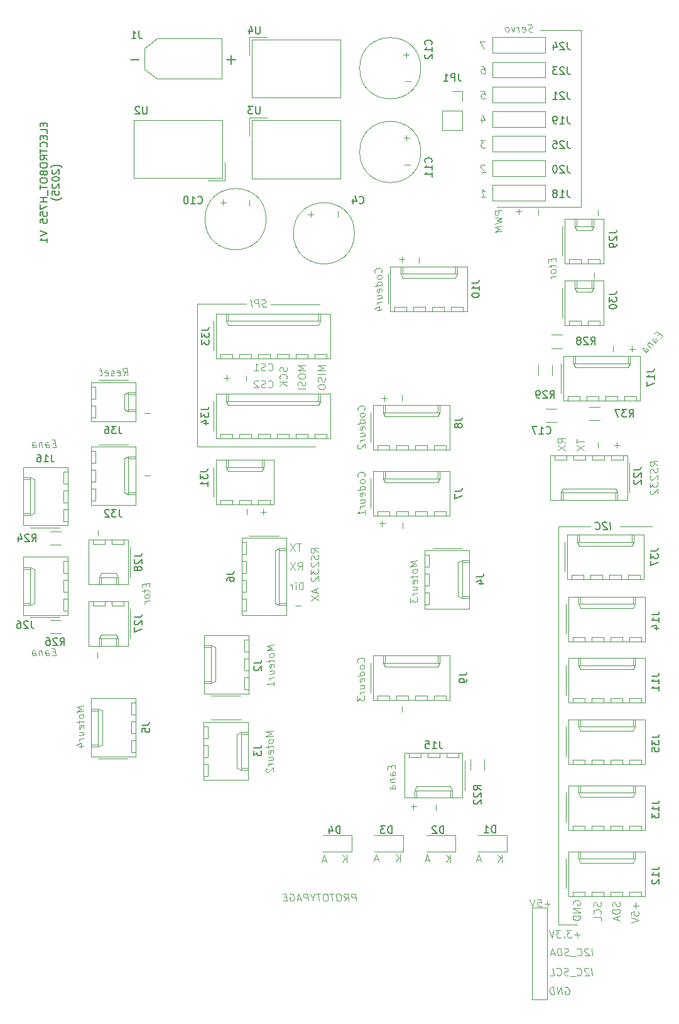
<source format=gbr>
%TF.GenerationSoftware,KiCad,Pcbnew,8.0.7-8.0.7-0~ubuntu22.04.1*%
%TF.CreationDate,2025-01-26T01:47:55+01:00*%
%TF.ProjectId,Electrobot_H755,456c6563-7472-46f6-926f-745f48373535,rev?*%
%TF.SameCoordinates,Original*%
%TF.FileFunction,Legend,Bot*%
%TF.FilePolarity,Positive*%
%FSLAX46Y46*%
G04 Gerber Fmt 4.6, Leading zero omitted, Abs format (unit mm)*
G04 Created by KiCad (PCBNEW 8.0.7-8.0.7-0~ubuntu22.04.1) date 2025-01-26 01:47:55*
%MOMM*%
%LPD*%
G01*
G04 APERTURE LIST*
%ADD10C,0.100000*%
%ADD11C,0.150000*%
%ADD12C,0.200000*%
%ADD13C,0.120000*%
G04 APERTURE END LIST*
D10*
X129564819Y-62527931D02*
X128564819Y-62652931D01*
X128564819Y-62652931D02*
X128564819Y-63033884D01*
X128564819Y-63033884D02*
X128612438Y-63123169D01*
X128612438Y-63123169D02*
X128660057Y-63164836D01*
X128660057Y-63164836D02*
X128755295Y-63200550D01*
X128755295Y-63200550D02*
X128898152Y-63182693D01*
X128898152Y-63182693D02*
X128993390Y-63123169D01*
X128993390Y-63123169D02*
X129041009Y-63069598D01*
X129041009Y-63069598D02*
X129088628Y-62968408D01*
X129088628Y-62968408D02*
X129088628Y-62587455D01*
X128564819Y-63557693D02*
X129564819Y-63670789D01*
X129564819Y-63670789D02*
X128850533Y-63950550D01*
X128850533Y-63950550D02*
X129564819Y-64051741D01*
X129564819Y-64051741D02*
X128564819Y-64414836D01*
X129564819Y-64670788D02*
X128564819Y-64795788D01*
X128564819Y-64795788D02*
X129279104Y-65039836D01*
X129279104Y-65039836D02*
X128564819Y-65462455D01*
X128564819Y-65462455D02*
X129564819Y-65337455D01*
X131774666Y-62330684D02*
X131774666Y-63092589D01*
X132155619Y-62711636D02*
X131393714Y-62711636D01*
X134416266Y-62483084D02*
X134416266Y-63244989D01*
X126642134Y-149954704D02*
X126165944Y-149954704D01*
X126737372Y-150240419D02*
X126404039Y-149240419D01*
X126404039Y-149240419D02*
X126070706Y-150240419D01*
X129540915Y-150291219D02*
X129540915Y-149291219D01*
X128969487Y-150291219D02*
X129398058Y-149719790D01*
X128969487Y-149291219D02*
X129540915Y-149862647D01*
X119733334Y-149954704D02*
X119257144Y-149954704D01*
X119828572Y-150240419D02*
X119495239Y-149240419D01*
X119495239Y-149240419D02*
X119161906Y-150240419D01*
X122581315Y-150291219D02*
X122581315Y-149291219D01*
X122009887Y-150291219D02*
X122438458Y-149719790D01*
X122009887Y-149291219D02*
X122581315Y-149862647D01*
X112824534Y-149903904D02*
X112348344Y-149903904D01*
X112919772Y-150189619D02*
X112586439Y-149189619D01*
X112586439Y-149189619D02*
X112253106Y-150189619D01*
X115774115Y-150240419D02*
X115774115Y-149240419D01*
X115202687Y-150240419D02*
X115631258Y-149668990D01*
X115202687Y-149240419D02*
X115774115Y-149811847D01*
X108611315Y-150342019D02*
X108611315Y-149342019D01*
X108039887Y-150342019D02*
X108468458Y-149770590D01*
X108039887Y-149342019D02*
X108611315Y-149913447D01*
X105814134Y-150056304D02*
X105337944Y-150056304D01*
X105909372Y-150342019D02*
X105576039Y-149342019D01*
X105576039Y-149342019D02*
X105242706Y-150342019D01*
X116636266Y-41248684D02*
X116636266Y-42010589D01*
X117017219Y-41629636D02*
X116255314Y-41629636D01*
X116687066Y-52424684D02*
X116687066Y-53186589D01*
X117068019Y-52805636D02*
X116306114Y-52805636D01*
X103783866Y-62737084D02*
X103783866Y-63498989D01*
X104164819Y-63118036D02*
X103402914Y-63118036D01*
X91947466Y-61111484D02*
X91947466Y-61873389D01*
X92328419Y-61492436D02*
X91566514Y-61492436D01*
X116483484Y-45161733D02*
X117245389Y-45161733D01*
X116432684Y-56439333D02*
X117194589Y-56439333D01*
X95452666Y-61213084D02*
X95452666Y-61974989D01*
X107390666Y-62686284D02*
X107390666Y-63448189D01*
X133604000Y-156464000D02*
X135636000Y-156464000D01*
X135636000Y-168757600D01*
X133604000Y-168757600D01*
X133604000Y-156464000D01*
X140208000Y-62077600D02*
X140208000Y-38303200D01*
X128828800Y-62077600D02*
X140208000Y-62077600D01*
X137160000Y-158750000D02*
X139700000Y-158750000D01*
X88442800Y-94386400D02*
X104343200Y-94386400D01*
X149733000Y-105156000D02*
X145415000Y-105156000D01*
X88442800Y-75184000D02*
X88442800Y-94386400D01*
X137160000Y-105156000D02*
X137160000Y-158750000D01*
X141478000Y-105156000D02*
X137160000Y-105156000D01*
X95046800Y-75184000D02*
X88442800Y-75184000D01*
X140208000Y-38303200D02*
X134721600Y-38303200D01*
X104952800Y-75234800D02*
X98348800Y-75234800D01*
X81329884Y-89916533D02*
X82091789Y-89916533D01*
X136254609Y-69097408D02*
X136254609Y-69430741D01*
X136778419Y-69508122D02*
X136778419Y-69031931D01*
X136778419Y-69031931D02*
X135778419Y-69156931D01*
X135778419Y-69156931D02*
X135778419Y-69633122D01*
X136111752Y-69877170D02*
X136111752Y-70258122D01*
X135778419Y-70061693D02*
X136635561Y-69954551D01*
X136635561Y-69954551D02*
X136730800Y-69990265D01*
X136730800Y-69990265D02*
X136778419Y-70079551D01*
X136778419Y-70079551D02*
X136778419Y-70174789D01*
X136778419Y-70650980D02*
X136730800Y-70561694D01*
X136730800Y-70561694D02*
X136683180Y-70520027D01*
X136683180Y-70520027D02*
X136587942Y-70484313D01*
X136587942Y-70484313D02*
X136302228Y-70520027D01*
X136302228Y-70520027D02*
X136206990Y-70579551D01*
X136206990Y-70579551D02*
X136159371Y-70633122D01*
X136159371Y-70633122D02*
X136111752Y-70734313D01*
X136111752Y-70734313D02*
X136111752Y-70877170D01*
X136111752Y-70877170D02*
X136159371Y-70966456D01*
X136159371Y-70966456D02*
X136206990Y-71008122D01*
X136206990Y-71008122D02*
X136302228Y-71043837D01*
X136302228Y-71043837D02*
X136587942Y-71008122D01*
X136587942Y-71008122D02*
X136683180Y-70948599D01*
X136683180Y-70948599D02*
X136730800Y-70895027D01*
X136730800Y-70895027D02*
X136778419Y-70793837D01*
X136778419Y-70793837D02*
X136778419Y-70650980D01*
X136778419Y-71412884D02*
X136111752Y-71496218D01*
X136302228Y-71472408D02*
X136206990Y-71531932D01*
X136206990Y-71531932D02*
X136159371Y-71585503D01*
X136159371Y-71585503D02*
X136111752Y-71686694D01*
X136111752Y-71686694D02*
X136111752Y-71781932D01*
X104774419Y-108565360D02*
X104298228Y-108291550D01*
X104774419Y-107993931D02*
X103774419Y-108118931D01*
X103774419Y-108118931D02*
X103774419Y-108499884D01*
X103774419Y-108499884D02*
X103822038Y-108589169D01*
X103822038Y-108589169D02*
X103869657Y-108630836D01*
X103869657Y-108630836D02*
X103964895Y-108666550D01*
X103964895Y-108666550D02*
X104107752Y-108648693D01*
X104107752Y-108648693D02*
X104202990Y-108589169D01*
X104202990Y-108589169D02*
X104250609Y-108535598D01*
X104250609Y-108535598D02*
X104298228Y-108434408D01*
X104298228Y-108434408D02*
X104298228Y-108053455D01*
X104726800Y-108952265D02*
X104774419Y-109089169D01*
X104774419Y-109089169D02*
X104774419Y-109327265D01*
X104774419Y-109327265D02*
X104726800Y-109428455D01*
X104726800Y-109428455D02*
X104679180Y-109482027D01*
X104679180Y-109482027D02*
X104583942Y-109541550D01*
X104583942Y-109541550D02*
X104488704Y-109553455D01*
X104488704Y-109553455D02*
X104393466Y-109517741D01*
X104393466Y-109517741D02*
X104345847Y-109476074D01*
X104345847Y-109476074D02*
X104298228Y-109386789D01*
X104298228Y-109386789D02*
X104250609Y-109202265D01*
X104250609Y-109202265D02*
X104202990Y-109112979D01*
X104202990Y-109112979D02*
X104155371Y-109071312D01*
X104155371Y-109071312D02*
X104060133Y-109035598D01*
X104060133Y-109035598D02*
X103964895Y-109047503D01*
X103964895Y-109047503D02*
X103869657Y-109107027D01*
X103869657Y-109107027D02*
X103822038Y-109160598D01*
X103822038Y-109160598D02*
X103774419Y-109261789D01*
X103774419Y-109261789D02*
X103774419Y-109499884D01*
X103774419Y-109499884D02*
X103822038Y-109636789D01*
X103869657Y-110011789D02*
X103822038Y-110065360D01*
X103822038Y-110065360D02*
X103774419Y-110166550D01*
X103774419Y-110166550D02*
X103774419Y-110404646D01*
X103774419Y-110404646D02*
X103822038Y-110493931D01*
X103822038Y-110493931D02*
X103869657Y-110535598D01*
X103869657Y-110535598D02*
X103964895Y-110571312D01*
X103964895Y-110571312D02*
X104060133Y-110559408D01*
X104060133Y-110559408D02*
X104202990Y-110493931D01*
X104202990Y-110493931D02*
X104774419Y-109851074D01*
X104774419Y-109851074D02*
X104774419Y-110470122D01*
X103774419Y-110928455D02*
X103774419Y-111547503D01*
X103774419Y-111547503D02*
X104155371Y-111166551D01*
X104155371Y-111166551D02*
X104155371Y-111309408D01*
X104155371Y-111309408D02*
X104202990Y-111398693D01*
X104202990Y-111398693D02*
X104250609Y-111440360D01*
X104250609Y-111440360D02*
X104345847Y-111476074D01*
X104345847Y-111476074D02*
X104583942Y-111446312D01*
X104583942Y-111446312D02*
X104679180Y-111386789D01*
X104679180Y-111386789D02*
X104726800Y-111333217D01*
X104726800Y-111333217D02*
X104774419Y-111232027D01*
X104774419Y-111232027D02*
X104774419Y-110946312D01*
X104774419Y-110946312D02*
X104726800Y-110857027D01*
X104726800Y-110857027D02*
X104679180Y-110815360D01*
X103869657Y-111916551D02*
X103822038Y-111970122D01*
X103822038Y-111970122D02*
X103774419Y-112071312D01*
X103774419Y-112071312D02*
X103774419Y-112309408D01*
X103774419Y-112309408D02*
X103822038Y-112398693D01*
X103822038Y-112398693D02*
X103869657Y-112440360D01*
X103869657Y-112440360D02*
X103964895Y-112476074D01*
X103964895Y-112476074D02*
X104060133Y-112464170D01*
X104060133Y-112464170D02*
X104202990Y-112398693D01*
X104202990Y-112398693D02*
X104774419Y-111755836D01*
X104774419Y-111755836D02*
X104774419Y-112374884D01*
X104488704Y-113553456D02*
X104488704Y-114029646D01*
X104774419Y-113422503D02*
X103774419Y-113880837D01*
X103774419Y-113880837D02*
X104774419Y-114089170D01*
X103774419Y-114452265D02*
X104774419Y-114993932D01*
X103774419Y-115118932D02*
X104774419Y-114327265D01*
X140065649Y-160070266D02*
X139303744Y-160070266D01*
X139732315Y-160451219D02*
X139637077Y-159689314D01*
X138845411Y-159451219D02*
X138226363Y-159451219D01*
X138226363Y-159451219D02*
X138607316Y-159832171D01*
X138607316Y-159832171D02*
X138464458Y-159832171D01*
X138464458Y-159832171D02*
X138375173Y-159879790D01*
X138375173Y-159879790D02*
X138333506Y-159927409D01*
X138333506Y-159927409D02*
X138297792Y-160022647D01*
X138297792Y-160022647D02*
X138327554Y-160260742D01*
X138327554Y-160260742D02*
X138387077Y-160355980D01*
X138387077Y-160355980D02*
X138440649Y-160403600D01*
X138440649Y-160403600D02*
X138541839Y-160451219D01*
X138541839Y-160451219D02*
X138827554Y-160451219D01*
X138827554Y-160451219D02*
X138916839Y-160403600D01*
X138916839Y-160403600D02*
X138958506Y-160355980D01*
X137910887Y-160355980D02*
X137869220Y-160403600D01*
X137869220Y-160403600D02*
X137922792Y-160451219D01*
X137922792Y-160451219D02*
X137964458Y-160403600D01*
X137964458Y-160403600D02*
X137910887Y-160355980D01*
X137910887Y-160355980D02*
X137922792Y-160451219D01*
X137416840Y-159451219D02*
X136797792Y-159451219D01*
X136797792Y-159451219D02*
X137178745Y-159832171D01*
X137178745Y-159832171D02*
X137035887Y-159832171D01*
X137035887Y-159832171D02*
X136946602Y-159879790D01*
X136946602Y-159879790D02*
X136904935Y-159927409D01*
X136904935Y-159927409D02*
X136869221Y-160022647D01*
X136869221Y-160022647D02*
X136898983Y-160260742D01*
X136898983Y-160260742D02*
X136958506Y-160355980D01*
X136958506Y-160355980D02*
X137012078Y-160403600D01*
X137012078Y-160403600D02*
X137113268Y-160451219D01*
X137113268Y-160451219D02*
X137398983Y-160451219D01*
X137398983Y-160451219D02*
X137488268Y-160403600D01*
X137488268Y-160403600D02*
X137529935Y-160355980D01*
X136512078Y-159451219D02*
X136303744Y-160451219D01*
X136303744Y-160451219D02*
X135845411Y-159451219D01*
X116077466Y-87425884D02*
X116077466Y-88187789D01*
X75081866Y-105612284D02*
X75081866Y-106374189D01*
X126737058Y-60730819D02*
X127308487Y-60730819D01*
X127022772Y-60730819D02*
X126897772Y-59730819D01*
X126897772Y-59730819D02*
X127010868Y-59873676D01*
X127010868Y-59873676D02*
X127118011Y-59968914D01*
X127118011Y-59968914D02*
X127219201Y-60016533D01*
X142493466Y-93775884D02*
X142493466Y-94537789D01*
X92404666Y-84733484D02*
X92404666Y-85495389D01*
X92785619Y-85114436D02*
X92023714Y-85114436D01*
D11*
X144195173Y-105533819D02*
X144070173Y-104533819D01*
X143653506Y-104629057D02*
X143599935Y-104581438D01*
X143599935Y-104581438D02*
X143498745Y-104533819D01*
X143498745Y-104533819D02*
X143260649Y-104533819D01*
X143260649Y-104533819D02*
X143171364Y-104581438D01*
X143171364Y-104581438D02*
X143129697Y-104629057D01*
X143129697Y-104629057D02*
X143093983Y-104724295D01*
X143093983Y-104724295D02*
X143105887Y-104819533D01*
X143105887Y-104819533D02*
X143171364Y-104962390D01*
X143171364Y-104962390D02*
X143814221Y-105533819D01*
X143814221Y-105533819D02*
X143195173Y-105533819D01*
X142183268Y-105438580D02*
X142236840Y-105486200D01*
X142236840Y-105486200D02*
X142385649Y-105533819D01*
X142385649Y-105533819D02*
X142480887Y-105533819D01*
X142480887Y-105533819D02*
X142617792Y-105486200D01*
X142617792Y-105486200D02*
X142701125Y-105390961D01*
X142701125Y-105390961D02*
X142736840Y-105295723D01*
X142736840Y-105295723D02*
X142760649Y-105105247D01*
X142760649Y-105105247D02*
X142742792Y-104962390D01*
X142742792Y-104962390D02*
X142671364Y-104771914D01*
X142671364Y-104771914D02*
X142611840Y-104676676D01*
X142611840Y-104676676D02*
X142504697Y-104581438D01*
X142504697Y-104581438D02*
X142355887Y-104533819D01*
X142355887Y-104533819D02*
X142260649Y-104533819D01*
X142260649Y-104533819D02*
X142123745Y-104581438D01*
X142123745Y-104581438D02*
X142082078Y-104629057D01*
D10*
X150768029Y-79145965D02*
X150532326Y-79381667D01*
X150847999Y-79806773D02*
X151184717Y-79470056D01*
X151184717Y-79470056D02*
X150389221Y-78851337D01*
X150389221Y-78851337D02*
X150052504Y-79188055D01*
X150241907Y-80412865D02*
X149825219Y-80088774D01*
X149825219Y-80088774D02*
X149783130Y-79996177D01*
X149783130Y-79996177D02*
X149812593Y-79899371D01*
X149812593Y-79899371D02*
X149947280Y-79764684D01*
X149947280Y-79764684D02*
X150052504Y-79726803D01*
X150204027Y-80383402D02*
X150309251Y-80345521D01*
X150309251Y-80345521D02*
X150477610Y-80177163D01*
X150477610Y-80177163D02*
X150507072Y-80080356D01*
X150507072Y-80080356D02*
X150464983Y-79987759D01*
X150464983Y-79987759D02*
X150389221Y-79928833D01*
X150389221Y-79928833D02*
X150279788Y-79903580D01*
X150279788Y-79903580D02*
X150174564Y-79941460D01*
X150174564Y-79941460D02*
X150006205Y-80109819D01*
X150006205Y-80109819D02*
X149900981Y-80147700D01*
X149374860Y-80337104D02*
X149905190Y-80749582D01*
X149450621Y-80396029D02*
X149379069Y-80400238D01*
X149379069Y-80400238D02*
X149273844Y-80438119D01*
X149273844Y-80438119D02*
X149172829Y-80539134D01*
X149172829Y-80539134D02*
X149143366Y-80635940D01*
X149143366Y-80635940D02*
X149185456Y-80728538D01*
X149185456Y-80728538D02*
X149602144Y-81052628D01*
X148962381Y-81692392D02*
X148545693Y-81368301D01*
X148545693Y-81368301D02*
X148503603Y-81275704D01*
X148503603Y-81275704D02*
X148533066Y-81178897D01*
X148533066Y-81178897D02*
X148667753Y-81044210D01*
X148667753Y-81044210D02*
X148772977Y-81006330D01*
X148924500Y-81662929D02*
X149029724Y-81625048D01*
X149029724Y-81625048D02*
X149198083Y-81456689D01*
X149198083Y-81456689D02*
X149227546Y-81359883D01*
X149227546Y-81359883D02*
X149185456Y-81267286D01*
X149185456Y-81267286D02*
X149109695Y-81208360D01*
X149109695Y-81208360D02*
X149000261Y-81183106D01*
X149000261Y-81183106D02*
X148895037Y-81220987D01*
X148895037Y-81220987D02*
X148726678Y-81389346D01*
X148726678Y-81389346D02*
X148621454Y-81427227D01*
X100510400Y-83669865D02*
X100558019Y-83812722D01*
X100558019Y-83812722D02*
X100558019Y-84050817D01*
X100558019Y-84050817D02*
X100510400Y-84146055D01*
X100510400Y-84146055D02*
X100462780Y-84193674D01*
X100462780Y-84193674D02*
X100367542Y-84241293D01*
X100367542Y-84241293D02*
X100272304Y-84241293D01*
X100272304Y-84241293D02*
X100177066Y-84193674D01*
X100177066Y-84193674D02*
X100129447Y-84146055D01*
X100129447Y-84146055D02*
X100081828Y-84050817D01*
X100081828Y-84050817D02*
X100034209Y-83860341D01*
X100034209Y-83860341D02*
X99986590Y-83765103D01*
X99986590Y-83765103D02*
X99938971Y-83717484D01*
X99938971Y-83717484D02*
X99843733Y-83669865D01*
X99843733Y-83669865D02*
X99748495Y-83669865D01*
X99748495Y-83669865D02*
X99653257Y-83717484D01*
X99653257Y-83717484D02*
X99605638Y-83765103D01*
X99605638Y-83765103D02*
X99558019Y-83860341D01*
X99558019Y-83860341D02*
X99558019Y-84098436D01*
X99558019Y-84098436D02*
X99605638Y-84241293D01*
X100462780Y-85241293D02*
X100510400Y-85193674D01*
X100510400Y-85193674D02*
X100558019Y-85050817D01*
X100558019Y-85050817D02*
X100558019Y-84955579D01*
X100558019Y-84955579D02*
X100510400Y-84812722D01*
X100510400Y-84812722D02*
X100415161Y-84717484D01*
X100415161Y-84717484D02*
X100319923Y-84669865D01*
X100319923Y-84669865D02*
X100129447Y-84622246D01*
X100129447Y-84622246D02*
X99986590Y-84622246D01*
X99986590Y-84622246D02*
X99796114Y-84669865D01*
X99796114Y-84669865D02*
X99700876Y-84717484D01*
X99700876Y-84717484D02*
X99605638Y-84812722D01*
X99605638Y-84812722D02*
X99558019Y-84955579D01*
X99558019Y-84955579D02*
X99558019Y-85050817D01*
X99558019Y-85050817D02*
X99605638Y-85193674D01*
X99605638Y-85193674D02*
X99653257Y-85241293D01*
X100558019Y-85669865D02*
X99558019Y-85669865D01*
X100558019Y-86241293D02*
X99986590Y-85812722D01*
X99558019Y-86241293D02*
X100129447Y-85669865D01*
X81492209Y-112834608D02*
X81492209Y-113167941D01*
X82016019Y-113245322D02*
X82016019Y-112769131D01*
X82016019Y-112769131D02*
X81016019Y-112894131D01*
X81016019Y-112894131D02*
X81016019Y-113370322D01*
X81349352Y-113614370D02*
X81349352Y-113995322D01*
X81016019Y-113798893D02*
X81873161Y-113691751D01*
X81873161Y-113691751D02*
X81968400Y-113727465D01*
X81968400Y-113727465D02*
X82016019Y-113816751D01*
X82016019Y-113816751D02*
X82016019Y-113911989D01*
X82016019Y-114388180D02*
X81968400Y-114298894D01*
X81968400Y-114298894D02*
X81920780Y-114257227D01*
X81920780Y-114257227D02*
X81825542Y-114221513D01*
X81825542Y-114221513D02*
X81539828Y-114257227D01*
X81539828Y-114257227D02*
X81444590Y-114316751D01*
X81444590Y-114316751D02*
X81396971Y-114370322D01*
X81396971Y-114370322D02*
X81349352Y-114471513D01*
X81349352Y-114471513D02*
X81349352Y-114614370D01*
X81349352Y-114614370D02*
X81396971Y-114703656D01*
X81396971Y-114703656D02*
X81444590Y-114745322D01*
X81444590Y-114745322D02*
X81539828Y-114781037D01*
X81539828Y-114781037D02*
X81825542Y-114745322D01*
X81825542Y-114745322D02*
X81920780Y-114685799D01*
X81920780Y-114685799D02*
X81968400Y-114632227D01*
X81968400Y-114632227D02*
X82016019Y-114531037D01*
X82016019Y-114531037D02*
X82016019Y-114388180D01*
X82016019Y-115150084D02*
X81349352Y-115233418D01*
X81539828Y-115209608D02*
X81444590Y-115269132D01*
X81444590Y-115269132D02*
X81396971Y-115322703D01*
X81396971Y-115322703D02*
X81349352Y-115423894D01*
X81349352Y-115423894D02*
X81349352Y-115519132D01*
X145366800Y-155704265D02*
X145414419Y-155847122D01*
X145414419Y-155847122D02*
X145414419Y-156085217D01*
X145414419Y-156085217D02*
X145366800Y-156180455D01*
X145366800Y-156180455D02*
X145319180Y-156228074D01*
X145319180Y-156228074D02*
X145223942Y-156275693D01*
X145223942Y-156275693D02*
X145128704Y-156275693D01*
X145128704Y-156275693D02*
X145033466Y-156228074D01*
X145033466Y-156228074D02*
X144985847Y-156180455D01*
X144985847Y-156180455D02*
X144938228Y-156085217D01*
X144938228Y-156085217D02*
X144890609Y-155894741D01*
X144890609Y-155894741D02*
X144842990Y-155799503D01*
X144842990Y-155799503D02*
X144795371Y-155751884D01*
X144795371Y-155751884D02*
X144700133Y-155704265D01*
X144700133Y-155704265D02*
X144604895Y-155704265D01*
X144604895Y-155704265D02*
X144509657Y-155751884D01*
X144509657Y-155751884D02*
X144462038Y-155799503D01*
X144462038Y-155799503D02*
X144414419Y-155894741D01*
X144414419Y-155894741D02*
X144414419Y-156132836D01*
X144414419Y-156132836D02*
X144462038Y-156275693D01*
X145414419Y-156704265D02*
X144414419Y-156704265D01*
X144414419Y-156704265D02*
X144414419Y-156942360D01*
X144414419Y-156942360D02*
X144462038Y-157085217D01*
X144462038Y-157085217D02*
X144557276Y-157180455D01*
X144557276Y-157180455D02*
X144652514Y-157228074D01*
X144652514Y-157228074D02*
X144842990Y-157275693D01*
X144842990Y-157275693D02*
X144985847Y-157275693D01*
X144985847Y-157275693D02*
X145176323Y-157228074D01*
X145176323Y-157228074D02*
X145271561Y-157180455D01*
X145271561Y-157180455D02*
X145366800Y-157085217D01*
X145366800Y-157085217D02*
X145414419Y-156942360D01*
X145414419Y-156942360D02*
X145414419Y-156704265D01*
X145128704Y-157656646D02*
X145128704Y-158132836D01*
X145414419Y-157561408D02*
X144414419Y-157894741D01*
X144414419Y-157894741D02*
X145414419Y-158228074D01*
X127231106Y-39868019D02*
X126564439Y-39868019D01*
X126564439Y-39868019D02*
X127118011Y-40868019D01*
X147573466Y-155751884D02*
X147573466Y-156513789D01*
X147954419Y-156132836D02*
X147192514Y-156132836D01*
X146954419Y-157466169D02*
X146954419Y-156989979D01*
X146954419Y-156989979D02*
X147430609Y-156942360D01*
X147430609Y-156942360D02*
X147382990Y-156989979D01*
X147382990Y-156989979D02*
X147335371Y-157085217D01*
X147335371Y-157085217D02*
X147335371Y-157323312D01*
X147335371Y-157323312D02*
X147382990Y-157418550D01*
X147382990Y-157418550D02*
X147430609Y-157466169D01*
X147430609Y-157466169D02*
X147525847Y-157513788D01*
X147525847Y-157513788D02*
X147763942Y-157513788D01*
X147763942Y-157513788D02*
X147859180Y-157466169D01*
X147859180Y-157466169D02*
X147906800Y-157418550D01*
X147906800Y-157418550D02*
X147954419Y-157323312D01*
X147954419Y-157323312D02*
X147954419Y-157085217D01*
X147954419Y-157085217D02*
X147906800Y-156989979D01*
X147906800Y-156989979D02*
X147859180Y-156942360D01*
X146954419Y-157799503D02*
X147954419Y-158132836D01*
X147954419Y-158132836D02*
X146954419Y-158466169D01*
X136052449Y-155904666D02*
X135290544Y-155904666D01*
X135719115Y-156285619D02*
X135623877Y-155523714D01*
X134260782Y-155285619D02*
X134736973Y-155285619D01*
X134736973Y-155285619D02*
X134844116Y-155761809D01*
X134844116Y-155761809D02*
X134790544Y-155714190D01*
X134790544Y-155714190D02*
X134689354Y-155666571D01*
X134689354Y-155666571D02*
X134451258Y-155666571D01*
X134451258Y-155666571D02*
X134361973Y-155714190D01*
X134361973Y-155714190D02*
X134320306Y-155761809D01*
X134320306Y-155761809D02*
X134284592Y-155857047D01*
X134284592Y-155857047D02*
X134314354Y-156095142D01*
X134314354Y-156095142D02*
X134373877Y-156190380D01*
X134373877Y-156190380D02*
X134427449Y-156238000D01*
X134427449Y-156238000D02*
X134528639Y-156285619D01*
X134528639Y-156285619D02*
X134766735Y-156285619D01*
X134766735Y-156285619D02*
X134856020Y-156238000D01*
X134856020Y-156238000D02*
X134897687Y-156190380D01*
X133927449Y-155285619D02*
X133719115Y-156285619D01*
X133719115Y-156285619D02*
X133260782Y-155285619D01*
X126659677Y-46522819D02*
X127135868Y-46522819D01*
X127135868Y-46522819D02*
X127243011Y-46999009D01*
X127243011Y-46999009D02*
X127189439Y-46951390D01*
X127189439Y-46951390D02*
X127088249Y-46903771D01*
X127088249Y-46903771D02*
X126850153Y-46903771D01*
X126850153Y-46903771D02*
X126760868Y-46951390D01*
X126760868Y-46951390D02*
X126719201Y-46999009D01*
X126719201Y-46999009D02*
X126683487Y-47094247D01*
X126683487Y-47094247D02*
X126713249Y-47332342D01*
X126713249Y-47332342D02*
X126772772Y-47427580D01*
X126772772Y-47427580D02*
X126826344Y-47475200D01*
X126826344Y-47475200D02*
X126927534Y-47522819D01*
X126927534Y-47522819D02*
X127165630Y-47522819D01*
X127165630Y-47522819D02*
X127254915Y-47475200D01*
X127254915Y-47475200D02*
X127296582Y-47427580D01*
X139128038Y-156021693D02*
X139080419Y-155926455D01*
X139080419Y-155926455D02*
X139080419Y-155783598D01*
X139080419Y-155783598D02*
X139128038Y-155640741D01*
X139128038Y-155640741D02*
X139223276Y-155545503D01*
X139223276Y-155545503D02*
X139318514Y-155497884D01*
X139318514Y-155497884D02*
X139508990Y-155450265D01*
X139508990Y-155450265D02*
X139651847Y-155450265D01*
X139651847Y-155450265D02*
X139842323Y-155497884D01*
X139842323Y-155497884D02*
X139937561Y-155545503D01*
X139937561Y-155545503D02*
X140032800Y-155640741D01*
X140032800Y-155640741D02*
X140080419Y-155783598D01*
X140080419Y-155783598D02*
X140080419Y-155878836D01*
X140080419Y-155878836D02*
X140032800Y-156021693D01*
X140032800Y-156021693D02*
X139985180Y-156069312D01*
X139985180Y-156069312D02*
X139651847Y-156069312D01*
X139651847Y-156069312D02*
X139651847Y-155878836D01*
X140080419Y-156497884D02*
X139080419Y-156497884D01*
X139080419Y-156497884D02*
X140080419Y-157069312D01*
X140080419Y-157069312D02*
X139080419Y-157069312D01*
X140080419Y-157545503D02*
X139080419Y-157545503D01*
X139080419Y-157545503D02*
X139080419Y-157783598D01*
X139080419Y-157783598D02*
X139128038Y-157926455D01*
X139128038Y-157926455D02*
X139223276Y-158021693D01*
X139223276Y-158021693D02*
X139318514Y-158069312D01*
X139318514Y-158069312D02*
X139508990Y-158116931D01*
X139508990Y-158116931D02*
X139651847Y-158116931D01*
X139651847Y-158116931D02*
X139842323Y-158069312D01*
X139842323Y-158069312D02*
X139937561Y-158021693D01*
X139937561Y-158021693D02*
X140032800Y-157926455D01*
X140032800Y-157926455D02*
X140080419Y-157783598D01*
X140080419Y-157783598D02*
X140080419Y-157545503D01*
X127231106Y-53126819D02*
X126612058Y-53126819D01*
X126612058Y-53126819D02*
X126993011Y-53507771D01*
X126993011Y-53507771D02*
X126850153Y-53507771D01*
X126850153Y-53507771D02*
X126760868Y-53555390D01*
X126760868Y-53555390D02*
X126719201Y-53603009D01*
X126719201Y-53603009D02*
X126683487Y-53698247D01*
X126683487Y-53698247D02*
X126713249Y-53936342D01*
X126713249Y-53936342D02*
X126772772Y-54031580D01*
X126772772Y-54031580D02*
X126826344Y-54079200D01*
X126826344Y-54079200D02*
X126927534Y-54126819D01*
X126927534Y-54126819D02*
X127213249Y-54126819D01*
X127213249Y-54126819D02*
X127302534Y-54079200D01*
X127302534Y-54079200D02*
X127344201Y-54031580D01*
X117601466Y-142442284D02*
X117601466Y-143204189D01*
X117982419Y-142823236D02*
X117220514Y-142823236D01*
X109887268Y-155523619D02*
X109762268Y-154523619D01*
X109762268Y-154523619D02*
X109381315Y-154523619D01*
X109381315Y-154523619D02*
X109292030Y-154571238D01*
X109292030Y-154571238D02*
X109250363Y-154618857D01*
X109250363Y-154618857D02*
X109214649Y-154714095D01*
X109214649Y-154714095D02*
X109232506Y-154856952D01*
X109232506Y-154856952D02*
X109292030Y-154952190D01*
X109292030Y-154952190D02*
X109345601Y-154999809D01*
X109345601Y-154999809D02*
X109446791Y-155047428D01*
X109446791Y-155047428D02*
X109827744Y-155047428D01*
X108315839Y-155523619D02*
X108589649Y-155047428D01*
X108887268Y-155523619D02*
X108762268Y-154523619D01*
X108762268Y-154523619D02*
X108381315Y-154523619D01*
X108381315Y-154523619D02*
X108292030Y-154571238D01*
X108292030Y-154571238D02*
X108250363Y-154618857D01*
X108250363Y-154618857D02*
X108214649Y-154714095D01*
X108214649Y-154714095D02*
X108232506Y-154856952D01*
X108232506Y-154856952D02*
X108292030Y-154952190D01*
X108292030Y-154952190D02*
X108345601Y-154999809D01*
X108345601Y-154999809D02*
X108446791Y-155047428D01*
X108446791Y-155047428D02*
X108827744Y-155047428D01*
X107571791Y-154523619D02*
X107381315Y-154523619D01*
X107381315Y-154523619D02*
X107292030Y-154571238D01*
X107292030Y-154571238D02*
X107208696Y-154666476D01*
X107208696Y-154666476D02*
X107184887Y-154856952D01*
X107184887Y-154856952D02*
X107226553Y-155190285D01*
X107226553Y-155190285D02*
X107297982Y-155380761D01*
X107297982Y-155380761D02*
X107405125Y-155476000D01*
X107405125Y-155476000D02*
X107506315Y-155523619D01*
X107506315Y-155523619D02*
X107696791Y-155523619D01*
X107696791Y-155523619D02*
X107786077Y-155476000D01*
X107786077Y-155476000D02*
X107869411Y-155380761D01*
X107869411Y-155380761D02*
X107893220Y-155190285D01*
X107893220Y-155190285D02*
X107851553Y-154856952D01*
X107851553Y-154856952D02*
X107780125Y-154666476D01*
X107780125Y-154666476D02*
X107672982Y-154571238D01*
X107672982Y-154571238D02*
X107571791Y-154523619D01*
X106857506Y-154523619D02*
X106286077Y-154523619D01*
X106696792Y-155523619D02*
X106571792Y-154523619D01*
X105762267Y-154523619D02*
X105571791Y-154523619D01*
X105571791Y-154523619D02*
X105482506Y-154571238D01*
X105482506Y-154571238D02*
X105399172Y-154666476D01*
X105399172Y-154666476D02*
X105375363Y-154856952D01*
X105375363Y-154856952D02*
X105417029Y-155190285D01*
X105417029Y-155190285D02*
X105488458Y-155380761D01*
X105488458Y-155380761D02*
X105595601Y-155476000D01*
X105595601Y-155476000D02*
X105696791Y-155523619D01*
X105696791Y-155523619D02*
X105887267Y-155523619D01*
X105887267Y-155523619D02*
X105976553Y-155476000D01*
X105976553Y-155476000D02*
X106059887Y-155380761D01*
X106059887Y-155380761D02*
X106083696Y-155190285D01*
X106083696Y-155190285D02*
X106042029Y-154856952D01*
X106042029Y-154856952D02*
X105970601Y-154666476D01*
X105970601Y-154666476D02*
X105863458Y-154571238D01*
X105863458Y-154571238D02*
X105762267Y-154523619D01*
X105047982Y-154523619D02*
X104476553Y-154523619D01*
X104887268Y-155523619D02*
X104762268Y-154523619D01*
X104018220Y-155047428D02*
X104077743Y-155523619D01*
X104286077Y-154523619D02*
X104018220Y-155047428D01*
X104018220Y-155047428D02*
X103619410Y-154523619D01*
X103411077Y-155523619D02*
X103286077Y-154523619D01*
X103286077Y-154523619D02*
X102905124Y-154523619D01*
X102905124Y-154523619D02*
X102815839Y-154571238D01*
X102815839Y-154571238D02*
X102774172Y-154618857D01*
X102774172Y-154618857D02*
X102738458Y-154714095D01*
X102738458Y-154714095D02*
X102756315Y-154856952D01*
X102756315Y-154856952D02*
X102815839Y-154952190D01*
X102815839Y-154952190D02*
X102869410Y-154999809D01*
X102869410Y-154999809D02*
X102970600Y-155047428D01*
X102970600Y-155047428D02*
X103351553Y-155047428D01*
X102422981Y-155237904D02*
X101946791Y-155237904D01*
X102553934Y-155523619D02*
X102095600Y-154523619D01*
X102095600Y-154523619D02*
X101887267Y-155523619D01*
X100911077Y-154571238D02*
X101000362Y-154523619D01*
X101000362Y-154523619D02*
X101143219Y-154523619D01*
X101143219Y-154523619D02*
X101292029Y-154571238D01*
X101292029Y-154571238D02*
X101399172Y-154666476D01*
X101399172Y-154666476D02*
X101458696Y-154761714D01*
X101458696Y-154761714D02*
X101530124Y-154952190D01*
X101530124Y-154952190D02*
X101547981Y-155095047D01*
X101547981Y-155095047D02*
X101524172Y-155285523D01*
X101524172Y-155285523D02*
X101488457Y-155380761D01*
X101488457Y-155380761D02*
X101405124Y-155476000D01*
X101405124Y-155476000D02*
X101268219Y-155523619D01*
X101268219Y-155523619D02*
X101172981Y-155523619D01*
X101172981Y-155523619D02*
X101024172Y-155476000D01*
X101024172Y-155476000D02*
X100970600Y-155428380D01*
X100970600Y-155428380D02*
X100928934Y-155095047D01*
X100928934Y-155095047D02*
X101119410Y-155095047D01*
X100488457Y-154999809D02*
X100155124Y-154999809D01*
X100077743Y-155523619D02*
X100553934Y-155523619D01*
X100553934Y-155523619D02*
X100428934Y-154523619D01*
X100428934Y-154523619D02*
X99952743Y-154523619D01*
X141688068Y-165531219D02*
X141563068Y-164531219D01*
X141146401Y-164626457D02*
X141092830Y-164578838D01*
X141092830Y-164578838D02*
X140991640Y-164531219D01*
X140991640Y-164531219D02*
X140753544Y-164531219D01*
X140753544Y-164531219D02*
X140664259Y-164578838D01*
X140664259Y-164578838D02*
X140622592Y-164626457D01*
X140622592Y-164626457D02*
X140586878Y-164721695D01*
X140586878Y-164721695D02*
X140598782Y-164816933D01*
X140598782Y-164816933D02*
X140664259Y-164959790D01*
X140664259Y-164959790D02*
X141307116Y-165531219D01*
X141307116Y-165531219D02*
X140688068Y-165531219D01*
X139676163Y-165435980D02*
X139729735Y-165483600D01*
X139729735Y-165483600D02*
X139878544Y-165531219D01*
X139878544Y-165531219D02*
X139973782Y-165531219D01*
X139973782Y-165531219D02*
X140110687Y-165483600D01*
X140110687Y-165483600D02*
X140194020Y-165388361D01*
X140194020Y-165388361D02*
X140229735Y-165293123D01*
X140229735Y-165293123D02*
X140253544Y-165102647D01*
X140253544Y-165102647D02*
X140235687Y-164959790D01*
X140235687Y-164959790D02*
X140164259Y-164769314D01*
X140164259Y-164769314D02*
X140104735Y-164674076D01*
X140104735Y-164674076D02*
X139997592Y-164578838D01*
X139997592Y-164578838D02*
X139848782Y-164531219D01*
X139848782Y-164531219D02*
X139753544Y-164531219D01*
X139753544Y-164531219D02*
X139616640Y-164578838D01*
X139616640Y-164578838D02*
X139574973Y-164626457D01*
X139509497Y-165626457D02*
X138747592Y-165626457D01*
X138539258Y-165483600D02*
X138402354Y-165531219D01*
X138402354Y-165531219D02*
X138164258Y-165531219D01*
X138164258Y-165531219D02*
X138063068Y-165483600D01*
X138063068Y-165483600D02*
X138009496Y-165435980D01*
X138009496Y-165435980D02*
X137949973Y-165340742D01*
X137949973Y-165340742D02*
X137938068Y-165245504D01*
X137938068Y-165245504D02*
X137973782Y-165150266D01*
X137973782Y-165150266D02*
X138015449Y-165102647D01*
X138015449Y-165102647D02*
X138104735Y-165055028D01*
X138104735Y-165055028D02*
X138289258Y-165007409D01*
X138289258Y-165007409D02*
X138378544Y-164959790D01*
X138378544Y-164959790D02*
X138420211Y-164912171D01*
X138420211Y-164912171D02*
X138455925Y-164816933D01*
X138455925Y-164816933D02*
X138444020Y-164721695D01*
X138444020Y-164721695D02*
X138384496Y-164626457D01*
X138384496Y-164626457D02*
X138330925Y-164578838D01*
X138330925Y-164578838D02*
X138229735Y-164531219D01*
X138229735Y-164531219D02*
X137991639Y-164531219D01*
X137991639Y-164531219D02*
X137854735Y-164578838D01*
X136961877Y-165435980D02*
X137015449Y-165483600D01*
X137015449Y-165483600D02*
X137164258Y-165531219D01*
X137164258Y-165531219D02*
X137259496Y-165531219D01*
X137259496Y-165531219D02*
X137396401Y-165483600D01*
X137396401Y-165483600D02*
X137479734Y-165388361D01*
X137479734Y-165388361D02*
X137515449Y-165293123D01*
X137515449Y-165293123D02*
X137539258Y-165102647D01*
X137539258Y-165102647D02*
X137521401Y-164959790D01*
X137521401Y-164959790D02*
X137449973Y-164769314D01*
X137449973Y-164769314D02*
X137390449Y-164674076D01*
X137390449Y-164674076D02*
X137283306Y-164578838D01*
X137283306Y-164578838D02*
X137134496Y-164531219D01*
X137134496Y-164531219D02*
X137039258Y-164531219D01*
X137039258Y-164531219D02*
X136902354Y-164578838D01*
X136902354Y-164578838D02*
X136860687Y-164626457D01*
X136069020Y-165531219D02*
X136545211Y-165531219D01*
X136545211Y-165531219D02*
X136420211Y-164531219D01*
X147065466Y-80821884D02*
X147065466Y-81583789D01*
X147446419Y-81202836D02*
X146684514Y-81202836D01*
X74980266Y-122071484D02*
X74980266Y-122833389D01*
X126707296Y-43170019D02*
X126897772Y-43170019D01*
X126897772Y-43170019D02*
X126998963Y-43217638D01*
X126998963Y-43217638D02*
X127052534Y-43265257D01*
X127052534Y-43265257D02*
X127165630Y-43408114D01*
X127165630Y-43408114D02*
X127237058Y-43598590D01*
X127237058Y-43598590D02*
X127284677Y-43979542D01*
X127284677Y-43979542D02*
X127248963Y-44074780D01*
X127248963Y-44074780D02*
X127207296Y-44122400D01*
X127207296Y-44122400D02*
X127118011Y-44170019D01*
X127118011Y-44170019D02*
X126927534Y-44170019D01*
X126927534Y-44170019D02*
X126826344Y-44122400D01*
X126826344Y-44122400D02*
X126772772Y-44074780D01*
X126772772Y-44074780D02*
X126713249Y-43979542D01*
X126713249Y-43979542D02*
X126683487Y-43741447D01*
X126683487Y-43741447D02*
X126719201Y-43646209D01*
X126719201Y-43646209D02*
X126760868Y-43598590D01*
X126760868Y-43598590D02*
X126850153Y-43550971D01*
X126850153Y-43550971D02*
X127040630Y-43550971D01*
X127040630Y-43550971D02*
X127141820Y-43598590D01*
X127141820Y-43598590D02*
X127195391Y-43646209D01*
X127195391Y-43646209D02*
X127254915Y-43741447D01*
X138048419Y-93839312D02*
X137572228Y-93505979D01*
X138048419Y-93267884D02*
X137048419Y-93267884D01*
X137048419Y-93267884D02*
X137048419Y-93648836D01*
X137048419Y-93648836D02*
X137096038Y-93744074D01*
X137096038Y-93744074D02*
X137143657Y-93791693D01*
X137143657Y-93791693D02*
X137238895Y-93839312D01*
X137238895Y-93839312D02*
X137381752Y-93839312D01*
X137381752Y-93839312D02*
X137476990Y-93791693D01*
X137476990Y-93791693D02*
X137524609Y-93744074D01*
X137524609Y-93744074D02*
X137572228Y-93648836D01*
X137572228Y-93648836D02*
X137572228Y-93267884D01*
X137048419Y-94172646D02*
X138048419Y-94839312D01*
X137048419Y-94839312D02*
X138048419Y-94172646D01*
X116077466Y-129335884D02*
X116077466Y-130097789D01*
X142493466Y-62533884D02*
X142493466Y-63295789D01*
X98830819Y-121049531D02*
X97830819Y-121174531D01*
X97830819Y-121174531D02*
X98545104Y-121418579D01*
X98545104Y-121418579D02*
X97830819Y-121841198D01*
X97830819Y-121841198D02*
X98830819Y-121716198D01*
X98830819Y-122335246D02*
X98783200Y-122245960D01*
X98783200Y-122245960D02*
X98735580Y-122204293D01*
X98735580Y-122204293D02*
X98640342Y-122168579D01*
X98640342Y-122168579D02*
X98354628Y-122204293D01*
X98354628Y-122204293D02*
X98259390Y-122263817D01*
X98259390Y-122263817D02*
X98211771Y-122317388D01*
X98211771Y-122317388D02*
X98164152Y-122418579D01*
X98164152Y-122418579D02*
X98164152Y-122561436D01*
X98164152Y-122561436D02*
X98211771Y-122650722D01*
X98211771Y-122650722D02*
X98259390Y-122692388D01*
X98259390Y-122692388D02*
X98354628Y-122728103D01*
X98354628Y-122728103D02*
X98640342Y-122692388D01*
X98640342Y-122692388D02*
X98735580Y-122632865D01*
X98735580Y-122632865D02*
X98783200Y-122579293D01*
X98783200Y-122579293D02*
X98830819Y-122478103D01*
X98830819Y-122478103D02*
X98830819Y-122335246D01*
X98164152Y-123037627D02*
X98164152Y-123418579D01*
X97830819Y-123222150D02*
X98687961Y-123115008D01*
X98687961Y-123115008D02*
X98783200Y-123150722D01*
X98783200Y-123150722D02*
X98830819Y-123240008D01*
X98830819Y-123240008D02*
X98830819Y-123335246D01*
X98783200Y-124055484D02*
X98830819Y-123954294D01*
X98830819Y-123954294D02*
X98830819Y-123763817D01*
X98830819Y-123763817D02*
X98783200Y-123674532D01*
X98783200Y-123674532D02*
X98687961Y-123638817D01*
X98687961Y-123638817D02*
X98307009Y-123686437D01*
X98307009Y-123686437D02*
X98211771Y-123745960D01*
X98211771Y-123745960D02*
X98164152Y-123847151D01*
X98164152Y-123847151D02*
X98164152Y-124037627D01*
X98164152Y-124037627D02*
X98211771Y-124126913D01*
X98211771Y-124126913D02*
X98307009Y-124162627D01*
X98307009Y-124162627D02*
X98402247Y-124150722D01*
X98402247Y-124150722D02*
X98497485Y-123662627D01*
X98164152Y-125037627D02*
X98830819Y-124954294D01*
X98164152Y-124609056D02*
X98687961Y-124543580D01*
X98687961Y-124543580D02*
X98783200Y-124579294D01*
X98783200Y-124579294D02*
X98830819Y-124668580D01*
X98830819Y-124668580D02*
X98830819Y-124811437D01*
X98830819Y-124811437D02*
X98783200Y-124912627D01*
X98783200Y-124912627D02*
X98735580Y-124966199D01*
X98830819Y-125430484D02*
X98164152Y-125513818D01*
X98354628Y-125490008D02*
X98259390Y-125549532D01*
X98259390Y-125549532D02*
X98211771Y-125603103D01*
X98211771Y-125603103D02*
X98164152Y-125704294D01*
X98164152Y-125704294D02*
X98164152Y-125799532D01*
X98830819Y-126573342D02*
X98830819Y-126001913D01*
X98830819Y-126287628D02*
X97830819Y-126412628D01*
X97830819Y-126412628D02*
X97973676Y-126299532D01*
X97973676Y-126299532D02*
X98068914Y-126192390D01*
X98068914Y-126192390D02*
X98116533Y-126091199D01*
X105739619Y-83463484D02*
X104739619Y-83463484D01*
X104739619Y-83463484D02*
X105453904Y-83796817D01*
X105453904Y-83796817D02*
X104739619Y-84130150D01*
X104739619Y-84130150D02*
X105739619Y-84130150D01*
X105739619Y-84606341D02*
X104739619Y-84606341D01*
X105692000Y-85034912D02*
X105739619Y-85177769D01*
X105739619Y-85177769D02*
X105739619Y-85415864D01*
X105739619Y-85415864D02*
X105692000Y-85511102D01*
X105692000Y-85511102D02*
X105644380Y-85558721D01*
X105644380Y-85558721D02*
X105549142Y-85606340D01*
X105549142Y-85606340D02*
X105453904Y-85606340D01*
X105453904Y-85606340D02*
X105358666Y-85558721D01*
X105358666Y-85558721D02*
X105311047Y-85511102D01*
X105311047Y-85511102D02*
X105263428Y-85415864D01*
X105263428Y-85415864D02*
X105215809Y-85225388D01*
X105215809Y-85225388D02*
X105168190Y-85130150D01*
X105168190Y-85130150D02*
X105120571Y-85082531D01*
X105120571Y-85082531D02*
X105025333Y-85034912D01*
X105025333Y-85034912D02*
X104930095Y-85034912D01*
X104930095Y-85034912D02*
X104834857Y-85082531D01*
X104834857Y-85082531D02*
X104787238Y-85130150D01*
X104787238Y-85130150D02*
X104739619Y-85225388D01*
X104739619Y-85225388D02*
X104739619Y-85463483D01*
X104739619Y-85463483D02*
X104787238Y-85606340D01*
X104739619Y-86225388D02*
X104739619Y-86415864D01*
X104739619Y-86415864D02*
X104787238Y-86511102D01*
X104787238Y-86511102D02*
X104882476Y-86606340D01*
X104882476Y-86606340D02*
X105072952Y-86653959D01*
X105072952Y-86653959D02*
X105406285Y-86653959D01*
X105406285Y-86653959D02*
X105596761Y-86606340D01*
X105596761Y-86606340D02*
X105692000Y-86511102D01*
X105692000Y-86511102D02*
X105739619Y-86415864D01*
X105739619Y-86415864D02*
X105739619Y-86225388D01*
X105739619Y-86225388D02*
X105692000Y-86130150D01*
X105692000Y-86130150D02*
X105596761Y-86034912D01*
X105596761Y-86034912D02*
X105406285Y-85987293D01*
X105406285Y-85987293D02*
X105072952Y-85987293D01*
X105072952Y-85987293D02*
X104882476Y-86034912D01*
X104882476Y-86034912D02*
X104787238Y-86130150D01*
X104787238Y-86130150D02*
X104739619Y-86225388D01*
X98032287Y-86340380D02*
X98079906Y-86388000D01*
X98079906Y-86388000D02*
X98222763Y-86435619D01*
X98222763Y-86435619D02*
X98318001Y-86435619D01*
X98318001Y-86435619D02*
X98460858Y-86388000D01*
X98460858Y-86388000D02*
X98556096Y-86292761D01*
X98556096Y-86292761D02*
X98603715Y-86197523D01*
X98603715Y-86197523D02*
X98651334Y-86007047D01*
X98651334Y-86007047D02*
X98651334Y-85864190D01*
X98651334Y-85864190D02*
X98603715Y-85673714D01*
X98603715Y-85673714D02*
X98556096Y-85578476D01*
X98556096Y-85578476D02*
X98460858Y-85483238D01*
X98460858Y-85483238D02*
X98318001Y-85435619D01*
X98318001Y-85435619D02*
X98222763Y-85435619D01*
X98222763Y-85435619D02*
X98079906Y-85483238D01*
X98079906Y-85483238D02*
X98032287Y-85530857D01*
X97651334Y-86388000D02*
X97508477Y-86435619D01*
X97508477Y-86435619D02*
X97270382Y-86435619D01*
X97270382Y-86435619D02*
X97175144Y-86388000D01*
X97175144Y-86388000D02*
X97127525Y-86340380D01*
X97127525Y-86340380D02*
X97079906Y-86245142D01*
X97079906Y-86245142D02*
X97079906Y-86149904D01*
X97079906Y-86149904D02*
X97127525Y-86054666D01*
X97127525Y-86054666D02*
X97175144Y-86007047D01*
X97175144Y-86007047D02*
X97270382Y-85959428D01*
X97270382Y-85959428D02*
X97460858Y-85911809D01*
X97460858Y-85911809D02*
X97556096Y-85864190D01*
X97556096Y-85864190D02*
X97603715Y-85816571D01*
X97603715Y-85816571D02*
X97651334Y-85721333D01*
X97651334Y-85721333D02*
X97651334Y-85626095D01*
X97651334Y-85626095D02*
X97603715Y-85530857D01*
X97603715Y-85530857D02*
X97556096Y-85483238D01*
X97556096Y-85483238D02*
X97460858Y-85435619D01*
X97460858Y-85435619D02*
X97222763Y-85435619D01*
X97222763Y-85435619D02*
X97079906Y-85483238D01*
X96698953Y-85530857D02*
X96651334Y-85483238D01*
X96651334Y-85483238D02*
X96556096Y-85435619D01*
X96556096Y-85435619D02*
X96318001Y-85435619D01*
X96318001Y-85435619D02*
X96222763Y-85483238D01*
X96222763Y-85483238D02*
X96175144Y-85530857D01*
X96175144Y-85530857D02*
X96127525Y-85626095D01*
X96127525Y-85626095D02*
X96127525Y-85721333D01*
X96127525Y-85721333D02*
X96175144Y-85864190D01*
X96175144Y-85864190D02*
X96746572Y-86435619D01*
X96746572Y-86435619D02*
X96127525Y-86435619D01*
X113689866Y-87476684D02*
X113689866Y-88238589D01*
X114070819Y-87857636D02*
X113308914Y-87857636D01*
X98032287Y-84054380D02*
X98079906Y-84102000D01*
X98079906Y-84102000D02*
X98222763Y-84149619D01*
X98222763Y-84149619D02*
X98318001Y-84149619D01*
X98318001Y-84149619D02*
X98460858Y-84102000D01*
X98460858Y-84102000D02*
X98556096Y-84006761D01*
X98556096Y-84006761D02*
X98603715Y-83911523D01*
X98603715Y-83911523D02*
X98651334Y-83721047D01*
X98651334Y-83721047D02*
X98651334Y-83578190D01*
X98651334Y-83578190D02*
X98603715Y-83387714D01*
X98603715Y-83387714D02*
X98556096Y-83292476D01*
X98556096Y-83292476D02*
X98460858Y-83197238D01*
X98460858Y-83197238D02*
X98318001Y-83149619D01*
X98318001Y-83149619D02*
X98222763Y-83149619D01*
X98222763Y-83149619D02*
X98079906Y-83197238D01*
X98079906Y-83197238D02*
X98032287Y-83244857D01*
X97651334Y-84102000D02*
X97508477Y-84149619D01*
X97508477Y-84149619D02*
X97270382Y-84149619D01*
X97270382Y-84149619D02*
X97175144Y-84102000D01*
X97175144Y-84102000D02*
X97127525Y-84054380D01*
X97127525Y-84054380D02*
X97079906Y-83959142D01*
X97079906Y-83959142D02*
X97079906Y-83863904D01*
X97079906Y-83863904D02*
X97127525Y-83768666D01*
X97127525Y-83768666D02*
X97175144Y-83721047D01*
X97175144Y-83721047D02*
X97270382Y-83673428D01*
X97270382Y-83673428D02*
X97460858Y-83625809D01*
X97460858Y-83625809D02*
X97556096Y-83578190D01*
X97556096Y-83578190D02*
X97603715Y-83530571D01*
X97603715Y-83530571D02*
X97651334Y-83435333D01*
X97651334Y-83435333D02*
X97651334Y-83340095D01*
X97651334Y-83340095D02*
X97603715Y-83244857D01*
X97603715Y-83244857D02*
X97556096Y-83197238D01*
X97556096Y-83197238D02*
X97460858Y-83149619D01*
X97460858Y-83149619D02*
X97222763Y-83149619D01*
X97222763Y-83149619D02*
X97079906Y-83197238D01*
X96127525Y-84149619D02*
X96698953Y-84149619D01*
X96413239Y-84149619D02*
X96413239Y-83149619D01*
X96413239Y-83149619D02*
X96508477Y-83292476D01*
X96508477Y-83292476D02*
X96603715Y-83387714D01*
X96603715Y-83387714D02*
X96698953Y-83435333D01*
X139588419Y-93379027D02*
X139588419Y-93950455D01*
X140588419Y-93664741D02*
X139588419Y-93664741D01*
X139588419Y-94188551D02*
X140588419Y-94855217D01*
X139588419Y-94855217D02*
X140588419Y-94188551D01*
X114613809Y-137320208D02*
X114613809Y-137653541D01*
X115137619Y-137730922D02*
X115137619Y-137254731D01*
X115137619Y-137254731D02*
X114137619Y-137379731D01*
X114137619Y-137379731D02*
X114137619Y-137855922D01*
X115137619Y-138588065D02*
X114613809Y-138653541D01*
X114613809Y-138653541D02*
X114518571Y-138617827D01*
X114518571Y-138617827D02*
X114470952Y-138528541D01*
X114470952Y-138528541D02*
X114470952Y-138338065D01*
X114470952Y-138338065D02*
X114518571Y-138236874D01*
X115090000Y-138594017D02*
X115137619Y-138492827D01*
X115137619Y-138492827D02*
X115137619Y-138254731D01*
X115137619Y-138254731D02*
X115090000Y-138165446D01*
X115090000Y-138165446D02*
X114994761Y-138129731D01*
X114994761Y-138129731D02*
X114899523Y-138141636D01*
X114899523Y-138141636D02*
X114804285Y-138201160D01*
X114804285Y-138201160D02*
X114756666Y-138302351D01*
X114756666Y-138302351D02*
X114756666Y-138540446D01*
X114756666Y-138540446D02*
X114709047Y-138641636D01*
X114470952Y-139147589D02*
X115137619Y-139064255D01*
X114566190Y-139135684D02*
X114518571Y-139189255D01*
X114518571Y-139189255D02*
X114470952Y-139290446D01*
X114470952Y-139290446D02*
X114470952Y-139433303D01*
X114470952Y-139433303D02*
X114518571Y-139522589D01*
X114518571Y-139522589D02*
X114613809Y-139558303D01*
X114613809Y-139558303D02*
X115137619Y-139492827D01*
X115137619Y-140397589D02*
X114613809Y-140463065D01*
X114613809Y-140463065D02*
X114518571Y-140427351D01*
X114518571Y-140427351D02*
X114470952Y-140338065D01*
X114470952Y-140338065D02*
X114470952Y-140147589D01*
X114470952Y-140147589D02*
X114518571Y-140046398D01*
X115090000Y-140403541D02*
X115137619Y-140302351D01*
X115137619Y-140302351D02*
X115137619Y-140064255D01*
X115137619Y-140064255D02*
X115090000Y-139974970D01*
X115090000Y-139974970D02*
X114994761Y-139939255D01*
X114994761Y-139939255D02*
X114899523Y-139951160D01*
X114899523Y-139951160D02*
X114804285Y-140010684D01*
X114804285Y-140010684D02*
X114756666Y-140111875D01*
X114756666Y-140111875D02*
X114756666Y-140349970D01*
X114756666Y-140349970D02*
X114709047Y-140451160D01*
X95046266Y-84784284D02*
X95046266Y-85546189D01*
X110978380Y-98366465D02*
X111026000Y-98312893D01*
X111026000Y-98312893D02*
X111073619Y-98164084D01*
X111073619Y-98164084D02*
X111073619Y-98068846D01*
X111073619Y-98068846D02*
X111026000Y-97931941D01*
X111026000Y-97931941D02*
X110930761Y-97848608D01*
X110930761Y-97848608D02*
X110835523Y-97812893D01*
X110835523Y-97812893D02*
X110645047Y-97789084D01*
X110645047Y-97789084D02*
X110502190Y-97806941D01*
X110502190Y-97806941D02*
X110311714Y-97878369D01*
X110311714Y-97878369D02*
X110216476Y-97937893D01*
X110216476Y-97937893D02*
X110121238Y-98045036D01*
X110121238Y-98045036D02*
X110073619Y-98193846D01*
X110073619Y-98193846D02*
X110073619Y-98289084D01*
X110073619Y-98289084D02*
X110121238Y-98425989D01*
X110121238Y-98425989D02*
X110168857Y-98467655D01*
X111073619Y-98925989D02*
X111026000Y-98836703D01*
X111026000Y-98836703D02*
X110978380Y-98795036D01*
X110978380Y-98795036D02*
X110883142Y-98759322D01*
X110883142Y-98759322D02*
X110597428Y-98795036D01*
X110597428Y-98795036D02*
X110502190Y-98854560D01*
X110502190Y-98854560D02*
X110454571Y-98908131D01*
X110454571Y-98908131D02*
X110406952Y-99009322D01*
X110406952Y-99009322D02*
X110406952Y-99152179D01*
X110406952Y-99152179D02*
X110454571Y-99241465D01*
X110454571Y-99241465D02*
X110502190Y-99283131D01*
X110502190Y-99283131D02*
X110597428Y-99318846D01*
X110597428Y-99318846D02*
X110883142Y-99283131D01*
X110883142Y-99283131D02*
X110978380Y-99223608D01*
X110978380Y-99223608D02*
X111026000Y-99170036D01*
X111026000Y-99170036D02*
X111073619Y-99068846D01*
X111073619Y-99068846D02*
X111073619Y-98925989D01*
X111073619Y-100116465D02*
X110073619Y-100241465D01*
X111026000Y-100122417D02*
X111073619Y-100021227D01*
X111073619Y-100021227D02*
X111073619Y-99830751D01*
X111073619Y-99830751D02*
X111026000Y-99741465D01*
X111026000Y-99741465D02*
X110978380Y-99699798D01*
X110978380Y-99699798D02*
X110883142Y-99664084D01*
X110883142Y-99664084D02*
X110597428Y-99699798D01*
X110597428Y-99699798D02*
X110502190Y-99759322D01*
X110502190Y-99759322D02*
X110454571Y-99812893D01*
X110454571Y-99812893D02*
X110406952Y-99914084D01*
X110406952Y-99914084D02*
X110406952Y-100104560D01*
X110406952Y-100104560D02*
X110454571Y-100193846D01*
X111026000Y-100979560D02*
X111073619Y-100878370D01*
X111073619Y-100878370D02*
X111073619Y-100687893D01*
X111073619Y-100687893D02*
X111026000Y-100598608D01*
X111026000Y-100598608D02*
X110930761Y-100562893D01*
X110930761Y-100562893D02*
X110549809Y-100610513D01*
X110549809Y-100610513D02*
X110454571Y-100670036D01*
X110454571Y-100670036D02*
X110406952Y-100771227D01*
X110406952Y-100771227D02*
X110406952Y-100961703D01*
X110406952Y-100961703D02*
X110454571Y-101050989D01*
X110454571Y-101050989D02*
X110549809Y-101086703D01*
X110549809Y-101086703D02*
X110645047Y-101074798D01*
X110645047Y-101074798D02*
X110740285Y-100586703D01*
X110406952Y-101961703D02*
X111073619Y-101878370D01*
X110406952Y-101533132D02*
X110930761Y-101467656D01*
X110930761Y-101467656D02*
X111026000Y-101503370D01*
X111026000Y-101503370D02*
X111073619Y-101592656D01*
X111073619Y-101592656D02*
X111073619Y-101735513D01*
X111073619Y-101735513D02*
X111026000Y-101836703D01*
X111026000Y-101836703D02*
X110978380Y-101890275D01*
X111073619Y-102354560D02*
X110406952Y-102437894D01*
X110597428Y-102414084D02*
X110502190Y-102473608D01*
X110502190Y-102473608D02*
X110454571Y-102527179D01*
X110454571Y-102527179D02*
X110406952Y-102628370D01*
X110406952Y-102628370D02*
X110406952Y-102723608D01*
X111073619Y-103497418D02*
X111073619Y-102925989D01*
X111073619Y-103211704D02*
X110073619Y-103336704D01*
X110073619Y-103336704D02*
X110216476Y-103223608D01*
X110216476Y-103223608D02*
X110311714Y-103116466D01*
X110311714Y-103116466D02*
X110359333Y-103015275D01*
X150494419Y-96881360D02*
X150018228Y-96607550D01*
X150494419Y-96309931D02*
X149494419Y-96434931D01*
X149494419Y-96434931D02*
X149494419Y-96815884D01*
X149494419Y-96815884D02*
X149542038Y-96905169D01*
X149542038Y-96905169D02*
X149589657Y-96946836D01*
X149589657Y-96946836D02*
X149684895Y-96982550D01*
X149684895Y-96982550D02*
X149827752Y-96964693D01*
X149827752Y-96964693D02*
X149922990Y-96905169D01*
X149922990Y-96905169D02*
X149970609Y-96851598D01*
X149970609Y-96851598D02*
X150018228Y-96750408D01*
X150018228Y-96750408D02*
X150018228Y-96369455D01*
X150446800Y-97268265D02*
X150494419Y-97405169D01*
X150494419Y-97405169D02*
X150494419Y-97643265D01*
X150494419Y-97643265D02*
X150446800Y-97744455D01*
X150446800Y-97744455D02*
X150399180Y-97798027D01*
X150399180Y-97798027D02*
X150303942Y-97857550D01*
X150303942Y-97857550D02*
X150208704Y-97869455D01*
X150208704Y-97869455D02*
X150113466Y-97833741D01*
X150113466Y-97833741D02*
X150065847Y-97792074D01*
X150065847Y-97792074D02*
X150018228Y-97702789D01*
X150018228Y-97702789D02*
X149970609Y-97518265D01*
X149970609Y-97518265D02*
X149922990Y-97428979D01*
X149922990Y-97428979D02*
X149875371Y-97387312D01*
X149875371Y-97387312D02*
X149780133Y-97351598D01*
X149780133Y-97351598D02*
X149684895Y-97363503D01*
X149684895Y-97363503D02*
X149589657Y-97423027D01*
X149589657Y-97423027D02*
X149542038Y-97476598D01*
X149542038Y-97476598D02*
X149494419Y-97577789D01*
X149494419Y-97577789D02*
X149494419Y-97815884D01*
X149494419Y-97815884D02*
X149542038Y-97952789D01*
X149589657Y-98327789D02*
X149542038Y-98381360D01*
X149542038Y-98381360D02*
X149494419Y-98482550D01*
X149494419Y-98482550D02*
X149494419Y-98720646D01*
X149494419Y-98720646D02*
X149542038Y-98809931D01*
X149542038Y-98809931D02*
X149589657Y-98851598D01*
X149589657Y-98851598D02*
X149684895Y-98887312D01*
X149684895Y-98887312D02*
X149780133Y-98875408D01*
X149780133Y-98875408D02*
X149922990Y-98809931D01*
X149922990Y-98809931D02*
X150494419Y-98167074D01*
X150494419Y-98167074D02*
X150494419Y-98786122D01*
X149494419Y-99244455D02*
X149494419Y-99863503D01*
X149494419Y-99863503D02*
X149875371Y-99482551D01*
X149875371Y-99482551D02*
X149875371Y-99625408D01*
X149875371Y-99625408D02*
X149922990Y-99714693D01*
X149922990Y-99714693D02*
X149970609Y-99756360D01*
X149970609Y-99756360D02*
X150065847Y-99792074D01*
X150065847Y-99792074D02*
X150303942Y-99762312D01*
X150303942Y-99762312D02*
X150399180Y-99702789D01*
X150399180Y-99702789D02*
X150446800Y-99649217D01*
X150446800Y-99649217D02*
X150494419Y-99548027D01*
X150494419Y-99548027D02*
X150494419Y-99262312D01*
X150494419Y-99262312D02*
X150446800Y-99173027D01*
X150446800Y-99173027D02*
X150399180Y-99131360D01*
X149589657Y-100232551D02*
X149542038Y-100286122D01*
X149542038Y-100286122D02*
X149494419Y-100387312D01*
X149494419Y-100387312D02*
X149494419Y-100625408D01*
X149494419Y-100625408D02*
X149542038Y-100714693D01*
X149542038Y-100714693D02*
X149589657Y-100756360D01*
X149589657Y-100756360D02*
X149684895Y-100792074D01*
X149684895Y-100792074D02*
X149780133Y-100780170D01*
X149780133Y-100780170D02*
X149922990Y-100714693D01*
X149922990Y-100714693D02*
X150494419Y-100071836D01*
X150494419Y-100071836D02*
X150494419Y-100690884D01*
X101994687Y-110972019D02*
X102328020Y-110495828D01*
X102566115Y-110972019D02*
X102566115Y-109972019D01*
X102566115Y-109972019D02*
X102185163Y-109972019D01*
X102185163Y-109972019D02*
X102089925Y-110019638D01*
X102089925Y-110019638D02*
X102042306Y-110067257D01*
X102042306Y-110067257D02*
X101994687Y-110162495D01*
X101994687Y-110162495D02*
X101994687Y-110305352D01*
X101994687Y-110305352D02*
X102042306Y-110400590D01*
X102042306Y-110400590D02*
X102089925Y-110448209D01*
X102089925Y-110448209D02*
X102185163Y-110495828D01*
X102185163Y-110495828D02*
X102566115Y-110495828D01*
X101661353Y-109972019D02*
X100994687Y-110972019D01*
X100994687Y-109972019D02*
X101661353Y-110972019D01*
X101649884Y-115824533D02*
X102411789Y-115824533D01*
X95147866Y-102767484D02*
X95147866Y-103529389D01*
X78531039Y-84810019D02*
X78804849Y-84333828D01*
X79102468Y-84810019D02*
X78977468Y-83810019D01*
X78977468Y-83810019D02*
X78596515Y-83810019D01*
X78596515Y-83810019D02*
X78507230Y-83857638D01*
X78507230Y-83857638D02*
X78465563Y-83905257D01*
X78465563Y-83905257D02*
X78429849Y-84000495D01*
X78429849Y-84000495D02*
X78447706Y-84143352D01*
X78447706Y-84143352D02*
X78507230Y-84238590D01*
X78507230Y-84238590D02*
X78560801Y-84286209D01*
X78560801Y-84286209D02*
X78661991Y-84333828D01*
X78661991Y-84333828D02*
X79042944Y-84333828D01*
X77715563Y-84762400D02*
X77816753Y-84810019D01*
X77816753Y-84810019D02*
X78007230Y-84810019D01*
X78007230Y-84810019D02*
X78096515Y-84762400D01*
X78096515Y-84762400D02*
X78132230Y-84667161D01*
X78132230Y-84667161D02*
X78084611Y-84286209D01*
X78084611Y-84286209D02*
X78025087Y-84190971D01*
X78025087Y-84190971D02*
X77923896Y-84143352D01*
X77923896Y-84143352D02*
X77733420Y-84143352D01*
X77733420Y-84143352D02*
X77644134Y-84190971D01*
X77644134Y-84190971D02*
X77608420Y-84286209D01*
X77608420Y-84286209D02*
X77620325Y-84381447D01*
X77620325Y-84381447D02*
X78108420Y-84476685D01*
X77286991Y-84762400D02*
X77197706Y-84810019D01*
X77197706Y-84810019D02*
X77007229Y-84810019D01*
X77007229Y-84810019D02*
X76906039Y-84762400D01*
X76906039Y-84762400D02*
X76846515Y-84667161D01*
X76846515Y-84667161D02*
X76840563Y-84619542D01*
X76840563Y-84619542D02*
X76876277Y-84524304D01*
X76876277Y-84524304D02*
X76965563Y-84476685D01*
X76965563Y-84476685D02*
X77108420Y-84476685D01*
X77108420Y-84476685D02*
X77197706Y-84429066D01*
X77197706Y-84429066D02*
X77233420Y-84333828D01*
X77233420Y-84333828D02*
X77227468Y-84286209D01*
X77227468Y-84286209D02*
X77167944Y-84190971D01*
X77167944Y-84190971D02*
X77066753Y-84143352D01*
X77066753Y-84143352D02*
X76923896Y-84143352D01*
X76923896Y-84143352D02*
X76834610Y-84190971D01*
X76048896Y-84762400D02*
X76150086Y-84810019D01*
X76150086Y-84810019D02*
X76340563Y-84810019D01*
X76340563Y-84810019D02*
X76429848Y-84762400D01*
X76429848Y-84762400D02*
X76465563Y-84667161D01*
X76465563Y-84667161D02*
X76417944Y-84286209D01*
X76417944Y-84286209D02*
X76358420Y-84190971D01*
X76358420Y-84190971D02*
X76257229Y-84143352D01*
X76257229Y-84143352D02*
X76066753Y-84143352D01*
X76066753Y-84143352D02*
X75977467Y-84190971D01*
X75977467Y-84190971D02*
X75941753Y-84286209D01*
X75941753Y-84286209D02*
X75953658Y-84381447D01*
X75953658Y-84381447D02*
X76441753Y-84476685D01*
X75638181Y-84143352D02*
X75257229Y-84143352D01*
X75453658Y-83810019D02*
X75560801Y-84667161D01*
X75560801Y-84667161D02*
X75525086Y-84762400D01*
X75525086Y-84762400D02*
X75435801Y-84810019D01*
X75435801Y-84810019D02*
X75340562Y-84810019D01*
X137997211Y-167169638D02*
X138086496Y-167122019D01*
X138086496Y-167122019D02*
X138229353Y-167122019D01*
X138229353Y-167122019D02*
X138378163Y-167169638D01*
X138378163Y-167169638D02*
X138485306Y-167264876D01*
X138485306Y-167264876D02*
X138544830Y-167360114D01*
X138544830Y-167360114D02*
X138616258Y-167550590D01*
X138616258Y-167550590D02*
X138634115Y-167693447D01*
X138634115Y-167693447D02*
X138610306Y-167883923D01*
X138610306Y-167883923D02*
X138574591Y-167979161D01*
X138574591Y-167979161D02*
X138491258Y-168074400D01*
X138491258Y-168074400D02*
X138354353Y-168122019D01*
X138354353Y-168122019D02*
X138259115Y-168122019D01*
X138259115Y-168122019D02*
X138110306Y-168074400D01*
X138110306Y-168074400D02*
X138056734Y-168026780D01*
X138056734Y-168026780D02*
X138015068Y-167693447D01*
X138015068Y-167693447D02*
X138205544Y-167693447D01*
X137640068Y-168122019D02*
X137515068Y-167122019D01*
X137515068Y-167122019D02*
X137068639Y-168122019D01*
X137068639Y-168122019D02*
X136943639Y-167122019D01*
X136592449Y-168122019D02*
X136467449Y-167122019D01*
X136467449Y-167122019D02*
X136229353Y-167122019D01*
X136229353Y-167122019D02*
X136092449Y-167169638D01*
X136092449Y-167169638D02*
X136009115Y-167264876D01*
X136009115Y-167264876D02*
X135973401Y-167360114D01*
X135973401Y-167360114D02*
X135949592Y-167550590D01*
X135949592Y-167550590D02*
X135967449Y-167693447D01*
X135967449Y-167693447D02*
X136038877Y-167883923D01*
X136038877Y-167883923D02*
X136098401Y-167979161D01*
X136098401Y-167979161D02*
X136205544Y-168074400D01*
X136205544Y-168074400D02*
X136354353Y-168122019D01*
X136354353Y-168122019D02*
X136592449Y-168122019D01*
X69334191Y-121979809D02*
X69000858Y-121979809D01*
X68923477Y-122503619D02*
X69399668Y-122503619D01*
X69399668Y-122503619D02*
X69274668Y-121503619D01*
X69274668Y-121503619D02*
X68798477Y-121503619D01*
X68066334Y-122503619D02*
X68000858Y-121979809D01*
X68000858Y-121979809D02*
X68036572Y-121884571D01*
X68036572Y-121884571D02*
X68125858Y-121836952D01*
X68125858Y-121836952D02*
X68316334Y-121836952D01*
X68316334Y-121836952D02*
X68417525Y-121884571D01*
X68060382Y-122456000D02*
X68161572Y-122503619D01*
X68161572Y-122503619D02*
X68399668Y-122503619D01*
X68399668Y-122503619D02*
X68488953Y-122456000D01*
X68488953Y-122456000D02*
X68524668Y-122360761D01*
X68524668Y-122360761D02*
X68512763Y-122265523D01*
X68512763Y-122265523D02*
X68453239Y-122170285D01*
X68453239Y-122170285D02*
X68352049Y-122122666D01*
X68352049Y-122122666D02*
X68113953Y-122122666D01*
X68113953Y-122122666D02*
X68012763Y-122075047D01*
X67506810Y-121836952D02*
X67590144Y-122503619D01*
X67518715Y-121932190D02*
X67465144Y-121884571D01*
X67465144Y-121884571D02*
X67363953Y-121836952D01*
X67363953Y-121836952D02*
X67221096Y-121836952D01*
X67221096Y-121836952D02*
X67131810Y-121884571D01*
X67131810Y-121884571D02*
X67096096Y-121979809D01*
X67096096Y-121979809D02*
X67161572Y-122503619D01*
X66256810Y-122503619D02*
X66191334Y-121979809D01*
X66191334Y-121979809D02*
X66227048Y-121884571D01*
X66227048Y-121884571D02*
X66316334Y-121836952D01*
X66316334Y-121836952D02*
X66506810Y-121836952D01*
X66506810Y-121836952D02*
X66608001Y-121884571D01*
X66250858Y-122456000D02*
X66352048Y-122503619D01*
X66352048Y-122503619D02*
X66590144Y-122503619D01*
X66590144Y-122503619D02*
X66679429Y-122456000D01*
X66679429Y-122456000D02*
X66715144Y-122360761D01*
X66715144Y-122360761D02*
X66703239Y-122265523D01*
X66703239Y-122265523D02*
X66643715Y-122170285D01*
X66643715Y-122170285D02*
X66542525Y-122122666D01*
X66542525Y-122122666D02*
X66304429Y-122122666D01*
X66304429Y-122122666D02*
X66203239Y-122075047D01*
X102718515Y-113613619D02*
X102718515Y-112613619D01*
X102718515Y-112613619D02*
X102480420Y-112613619D01*
X102480420Y-112613619D02*
X102337563Y-112661238D01*
X102337563Y-112661238D02*
X102242325Y-112756476D01*
X102242325Y-112756476D02*
X102194706Y-112851714D01*
X102194706Y-112851714D02*
X102147087Y-113042190D01*
X102147087Y-113042190D02*
X102147087Y-113185047D01*
X102147087Y-113185047D02*
X102194706Y-113375523D01*
X102194706Y-113375523D02*
X102242325Y-113470761D01*
X102242325Y-113470761D02*
X102337563Y-113566000D01*
X102337563Y-113566000D02*
X102480420Y-113613619D01*
X102480420Y-113613619D02*
X102718515Y-113613619D01*
X101718515Y-113613619D02*
X101718515Y-112946952D01*
X101718515Y-112613619D02*
X101766134Y-112661238D01*
X101766134Y-112661238D02*
X101718515Y-112708857D01*
X101718515Y-112708857D02*
X101670896Y-112661238D01*
X101670896Y-112661238D02*
X101718515Y-112613619D01*
X101718515Y-112613619D02*
X101718515Y-112708857D01*
X101242325Y-113613619D02*
X101242325Y-112946952D01*
X101242325Y-113137428D02*
X101194706Y-113042190D01*
X101194706Y-113042190D02*
X101147087Y-112994571D01*
X101147087Y-112994571D02*
X101051849Y-112946952D01*
X101051849Y-112946952D02*
X100956611Y-112946952D01*
X110978380Y-89425665D02*
X111026000Y-89372093D01*
X111026000Y-89372093D02*
X111073619Y-89223284D01*
X111073619Y-89223284D02*
X111073619Y-89128046D01*
X111073619Y-89128046D02*
X111026000Y-88991141D01*
X111026000Y-88991141D02*
X110930761Y-88907808D01*
X110930761Y-88907808D02*
X110835523Y-88872093D01*
X110835523Y-88872093D02*
X110645047Y-88848284D01*
X110645047Y-88848284D02*
X110502190Y-88866141D01*
X110502190Y-88866141D02*
X110311714Y-88937569D01*
X110311714Y-88937569D02*
X110216476Y-88997093D01*
X110216476Y-88997093D02*
X110121238Y-89104236D01*
X110121238Y-89104236D02*
X110073619Y-89253046D01*
X110073619Y-89253046D02*
X110073619Y-89348284D01*
X110073619Y-89348284D02*
X110121238Y-89485189D01*
X110121238Y-89485189D02*
X110168857Y-89526855D01*
X111073619Y-89985189D02*
X111026000Y-89895903D01*
X111026000Y-89895903D02*
X110978380Y-89854236D01*
X110978380Y-89854236D02*
X110883142Y-89818522D01*
X110883142Y-89818522D02*
X110597428Y-89854236D01*
X110597428Y-89854236D02*
X110502190Y-89913760D01*
X110502190Y-89913760D02*
X110454571Y-89967331D01*
X110454571Y-89967331D02*
X110406952Y-90068522D01*
X110406952Y-90068522D02*
X110406952Y-90211379D01*
X110406952Y-90211379D02*
X110454571Y-90300665D01*
X110454571Y-90300665D02*
X110502190Y-90342331D01*
X110502190Y-90342331D02*
X110597428Y-90378046D01*
X110597428Y-90378046D02*
X110883142Y-90342331D01*
X110883142Y-90342331D02*
X110978380Y-90282808D01*
X110978380Y-90282808D02*
X111026000Y-90229236D01*
X111026000Y-90229236D02*
X111073619Y-90128046D01*
X111073619Y-90128046D02*
X111073619Y-89985189D01*
X111073619Y-91175665D02*
X110073619Y-91300665D01*
X111026000Y-91181617D02*
X111073619Y-91080427D01*
X111073619Y-91080427D02*
X111073619Y-90889951D01*
X111073619Y-90889951D02*
X111026000Y-90800665D01*
X111026000Y-90800665D02*
X110978380Y-90758998D01*
X110978380Y-90758998D02*
X110883142Y-90723284D01*
X110883142Y-90723284D02*
X110597428Y-90758998D01*
X110597428Y-90758998D02*
X110502190Y-90818522D01*
X110502190Y-90818522D02*
X110454571Y-90872093D01*
X110454571Y-90872093D02*
X110406952Y-90973284D01*
X110406952Y-90973284D02*
X110406952Y-91163760D01*
X110406952Y-91163760D02*
X110454571Y-91253046D01*
X111026000Y-92038760D02*
X111073619Y-91937570D01*
X111073619Y-91937570D02*
X111073619Y-91747093D01*
X111073619Y-91747093D02*
X111026000Y-91657808D01*
X111026000Y-91657808D02*
X110930761Y-91622093D01*
X110930761Y-91622093D02*
X110549809Y-91669713D01*
X110549809Y-91669713D02*
X110454571Y-91729236D01*
X110454571Y-91729236D02*
X110406952Y-91830427D01*
X110406952Y-91830427D02*
X110406952Y-92020903D01*
X110406952Y-92020903D02*
X110454571Y-92110189D01*
X110454571Y-92110189D02*
X110549809Y-92145903D01*
X110549809Y-92145903D02*
X110645047Y-92133998D01*
X110645047Y-92133998D02*
X110740285Y-91645903D01*
X110406952Y-93020903D02*
X111073619Y-92937570D01*
X110406952Y-92592332D02*
X110930761Y-92526856D01*
X110930761Y-92526856D02*
X111026000Y-92562570D01*
X111026000Y-92562570D02*
X111073619Y-92651856D01*
X111073619Y-92651856D02*
X111073619Y-92794713D01*
X111073619Y-92794713D02*
X111026000Y-92895903D01*
X111026000Y-92895903D02*
X110978380Y-92949475D01*
X111073619Y-93413760D02*
X110406952Y-93497094D01*
X110597428Y-93473284D02*
X110502190Y-93532808D01*
X110502190Y-93532808D02*
X110454571Y-93586379D01*
X110454571Y-93586379D02*
X110406952Y-93687570D01*
X110406952Y-93687570D02*
X110406952Y-93782808D01*
X110168857Y-94098285D02*
X110121238Y-94151856D01*
X110121238Y-94151856D02*
X110073619Y-94253046D01*
X110073619Y-94253046D02*
X110073619Y-94491142D01*
X110073619Y-94491142D02*
X110121238Y-94580427D01*
X110121238Y-94580427D02*
X110168857Y-94622094D01*
X110168857Y-94622094D02*
X110264095Y-94657808D01*
X110264095Y-94657808D02*
X110359333Y-94645904D01*
X110359333Y-94645904D02*
X110502190Y-94580427D01*
X110502190Y-94580427D02*
X111073619Y-93937570D01*
X111073619Y-93937570D02*
X111073619Y-94556618D01*
X113385066Y-104342284D02*
X113385066Y-105104189D01*
X113766019Y-104723236D02*
X113004114Y-104723236D01*
X116128266Y-104596284D02*
X116128266Y-105358189D01*
X141985466Y-70915884D02*
X141985466Y-71677789D01*
X127195391Y-56524057D02*
X127141820Y-56476438D01*
X127141820Y-56476438D02*
X127040630Y-56428819D01*
X127040630Y-56428819D02*
X126802534Y-56428819D01*
X126802534Y-56428819D02*
X126713249Y-56476438D01*
X126713249Y-56476438D02*
X126671582Y-56524057D01*
X126671582Y-56524057D02*
X126635868Y-56619295D01*
X126635868Y-56619295D02*
X126647772Y-56714533D01*
X126647772Y-56714533D02*
X126713249Y-56857390D01*
X126713249Y-56857390D02*
X127356106Y-57428819D01*
X127356106Y-57428819D02*
X126737058Y-57428819D01*
X116026666Y-68782284D02*
X116026666Y-69544189D01*
X116407619Y-69163236D02*
X115645714Y-69163236D01*
X69334191Y-93938209D02*
X69000858Y-93938209D01*
X68923477Y-94462019D02*
X69399668Y-94462019D01*
X69399668Y-94462019D02*
X69274668Y-93462019D01*
X69274668Y-93462019D02*
X68798477Y-93462019D01*
X68066334Y-94462019D02*
X68000858Y-93938209D01*
X68000858Y-93938209D02*
X68036572Y-93842971D01*
X68036572Y-93842971D02*
X68125858Y-93795352D01*
X68125858Y-93795352D02*
X68316334Y-93795352D01*
X68316334Y-93795352D02*
X68417525Y-93842971D01*
X68060382Y-94414400D02*
X68161572Y-94462019D01*
X68161572Y-94462019D02*
X68399668Y-94462019D01*
X68399668Y-94462019D02*
X68488953Y-94414400D01*
X68488953Y-94414400D02*
X68524668Y-94319161D01*
X68524668Y-94319161D02*
X68512763Y-94223923D01*
X68512763Y-94223923D02*
X68453239Y-94128685D01*
X68453239Y-94128685D02*
X68352049Y-94081066D01*
X68352049Y-94081066D02*
X68113953Y-94081066D01*
X68113953Y-94081066D02*
X68012763Y-94033447D01*
X67506810Y-93795352D02*
X67590144Y-94462019D01*
X67518715Y-93890590D02*
X67465144Y-93842971D01*
X67465144Y-93842971D02*
X67363953Y-93795352D01*
X67363953Y-93795352D02*
X67221096Y-93795352D01*
X67221096Y-93795352D02*
X67131810Y-93842971D01*
X67131810Y-93842971D02*
X67096096Y-93938209D01*
X67096096Y-93938209D02*
X67161572Y-94462019D01*
X66256810Y-94462019D02*
X66191334Y-93938209D01*
X66191334Y-93938209D02*
X66227048Y-93842971D01*
X66227048Y-93842971D02*
X66316334Y-93795352D01*
X66316334Y-93795352D02*
X66506810Y-93795352D01*
X66506810Y-93795352D02*
X66608001Y-93842971D01*
X66250858Y-94414400D02*
X66352048Y-94462019D01*
X66352048Y-94462019D02*
X66590144Y-94462019D01*
X66590144Y-94462019D02*
X66679429Y-94414400D01*
X66679429Y-94414400D02*
X66715144Y-94319161D01*
X66715144Y-94319161D02*
X66703239Y-94223923D01*
X66703239Y-94223923D02*
X66643715Y-94128685D01*
X66643715Y-94128685D02*
X66542525Y-94081066D01*
X66542525Y-94081066D02*
X66304429Y-94081066D01*
X66304429Y-94081066D02*
X66203239Y-94033447D01*
X120649466Y-142543884D02*
X120649466Y-143305789D01*
X141738868Y-162889619D02*
X141613868Y-161889619D01*
X141197201Y-161984857D02*
X141143630Y-161937238D01*
X141143630Y-161937238D02*
X141042440Y-161889619D01*
X141042440Y-161889619D02*
X140804344Y-161889619D01*
X140804344Y-161889619D02*
X140715059Y-161937238D01*
X140715059Y-161937238D02*
X140673392Y-161984857D01*
X140673392Y-161984857D02*
X140637678Y-162080095D01*
X140637678Y-162080095D02*
X140649582Y-162175333D01*
X140649582Y-162175333D02*
X140715059Y-162318190D01*
X140715059Y-162318190D02*
X141357916Y-162889619D01*
X141357916Y-162889619D02*
X140738868Y-162889619D01*
X139726963Y-162794380D02*
X139780535Y-162842000D01*
X139780535Y-162842000D02*
X139929344Y-162889619D01*
X139929344Y-162889619D02*
X140024582Y-162889619D01*
X140024582Y-162889619D02*
X140161487Y-162842000D01*
X140161487Y-162842000D02*
X140244820Y-162746761D01*
X140244820Y-162746761D02*
X140280535Y-162651523D01*
X140280535Y-162651523D02*
X140304344Y-162461047D01*
X140304344Y-162461047D02*
X140286487Y-162318190D01*
X140286487Y-162318190D02*
X140215059Y-162127714D01*
X140215059Y-162127714D02*
X140155535Y-162032476D01*
X140155535Y-162032476D02*
X140048392Y-161937238D01*
X140048392Y-161937238D02*
X139899582Y-161889619D01*
X139899582Y-161889619D02*
X139804344Y-161889619D01*
X139804344Y-161889619D02*
X139667440Y-161937238D01*
X139667440Y-161937238D02*
X139625773Y-161984857D01*
X139560297Y-162984857D02*
X138798392Y-162984857D01*
X138590058Y-162842000D02*
X138453154Y-162889619D01*
X138453154Y-162889619D02*
X138215058Y-162889619D01*
X138215058Y-162889619D02*
X138113868Y-162842000D01*
X138113868Y-162842000D02*
X138060296Y-162794380D01*
X138060296Y-162794380D02*
X138000773Y-162699142D01*
X138000773Y-162699142D02*
X137988868Y-162603904D01*
X137988868Y-162603904D02*
X138024582Y-162508666D01*
X138024582Y-162508666D02*
X138066249Y-162461047D01*
X138066249Y-162461047D02*
X138155535Y-162413428D01*
X138155535Y-162413428D02*
X138340058Y-162365809D01*
X138340058Y-162365809D02*
X138429344Y-162318190D01*
X138429344Y-162318190D02*
X138471011Y-162270571D01*
X138471011Y-162270571D02*
X138506725Y-162175333D01*
X138506725Y-162175333D02*
X138494820Y-162080095D01*
X138494820Y-162080095D02*
X138435296Y-161984857D01*
X138435296Y-161984857D02*
X138381725Y-161937238D01*
X138381725Y-161937238D02*
X138280535Y-161889619D01*
X138280535Y-161889619D02*
X138042439Y-161889619D01*
X138042439Y-161889619D02*
X137905535Y-161937238D01*
X137596011Y-162889619D02*
X137471011Y-161889619D01*
X137471011Y-161889619D02*
X137232915Y-161889619D01*
X137232915Y-161889619D02*
X137096011Y-161937238D01*
X137096011Y-161937238D02*
X137012677Y-162032476D01*
X137012677Y-162032476D02*
X136976963Y-162127714D01*
X136976963Y-162127714D02*
X136953154Y-162318190D01*
X136953154Y-162318190D02*
X136971011Y-162461047D01*
X136971011Y-162461047D02*
X137042439Y-162651523D01*
X137042439Y-162651523D02*
X137101963Y-162746761D01*
X137101963Y-162746761D02*
X137209106Y-162842000D01*
X137209106Y-162842000D02*
X137357915Y-162889619D01*
X137357915Y-162889619D02*
X137596011Y-162889619D01*
X136607915Y-162603904D02*
X136131725Y-162603904D01*
X136738868Y-162889619D02*
X136280534Y-161889619D01*
X136280534Y-161889619D02*
X136072201Y-162889619D01*
X102454972Y-107381219D02*
X101883544Y-107381219D01*
X102169258Y-108381219D02*
X102169258Y-107381219D01*
X101645448Y-107381219D02*
X100978782Y-108381219D01*
X100978782Y-107381219D02*
X101645448Y-108381219D01*
X145033466Y-93775884D02*
X145033466Y-94537789D01*
X145414419Y-94156836D02*
X144652514Y-94156836D01*
X97383066Y-102767484D02*
X97383066Y-103529389D01*
X97764019Y-103148436D02*
X97002114Y-103148436D01*
X142826800Y-155704265D02*
X142874419Y-155847122D01*
X142874419Y-155847122D02*
X142874419Y-156085217D01*
X142874419Y-156085217D02*
X142826800Y-156180455D01*
X142826800Y-156180455D02*
X142779180Y-156228074D01*
X142779180Y-156228074D02*
X142683942Y-156275693D01*
X142683942Y-156275693D02*
X142588704Y-156275693D01*
X142588704Y-156275693D02*
X142493466Y-156228074D01*
X142493466Y-156228074D02*
X142445847Y-156180455D01*
X142445847Y-156180455D02*
X142398228Y-156085217D01*
X142398228Y-156085217D02*
X142350609Y-155894741D01*
X142350609Y-155894741D02*
X142302990Y-155799503D01*
X142302990Y-155799503D02*
X142255371Y-155751884D01*
X142255371Y-155751884D02*
X142160133Y-155704265D01*
X142160133Y-155704265D02*
X142064895Y-155704265D01*
X142064895Y-155704265D02*
X141969657Y-155751884D01*
X141969657Y-155751884D02*
X141922038Y-155799503D01*
X141922038Y-155799503D02*
X141874419Y-155894741D01*
X141874419Y-155894741D02*
X141874419Y-156132836D01*
X141874419Y-156132836D02*
X141922038Y-156275693D01*
X142779180Y-157275693D02*
X142826800Y-157228074D01*
X142826800Y-157228074D02*
X142874419Y-157085217D01*
X142874419Y-157085217D02*
X142874419Y-156989979D01*
X142874419Y-156989979D02*
X142826800Y-156847122D01*
X142826800Y-156847122D02*
X142731561Y-156751884D01*
X142731561Y-156751884D02*
X142636323Y-156704265D01*
X142636323Y-156704265D02*
X142445847Y-156656646D01*
X142445847Y-156656646D02*
X142302990Y-156656646D01*
X142302990Y-156656646D02*
X142112514Y-156704265D01*
X142112514Y-156704265D02*
X142017276Y-156751884D01*
X142017276Y-156751884D02*
X141922038Y-156847122D01*
X141922038Y-156847122D02*
X141874419Y-156989979D01*
X141874419Y-156989979D02*
X141874419Y-157085217D01*
X141874419Y-157085217D02*
X141922038Y-157228074D01*
X141922038Y-157228074D02*
X141969657Y-157275693D01*
X142874419Y-158180455D02*
X142874419Y-157704265D01*
X142874419Y-157704265D02*
X141874419Y-157704265D01*
X144525466Y-80821884D02*
X144525466Y-81583789D01*
X73176819Y-129279131D02*
X72176819Y-129404131D01*
X72176819Y-129404131D02*
X72891104Y-129648179D01*
X72891104Y-129648179D02*
X72176819Y-130070798D01*
X72176819Y-130070798D02*
X73176819Y-129945798D01*
X73176819Y-130564846D02*
X73129200Y-130475560D01*
X73129200Y-130475560D02*
X73081580Y-130433893D01*
X73081580Y-130433893D02*
X72986342Y-130398179D01*
X72986342Y-130398179D02*
X72700628Y-130433893D01*
X72700628Y-130433893D02*
X72605390Y-130493417D01*
X72605390Y-130493417D02*
X72557771Y-130546988D01*
X72557771Y-130546988D02*
X72510152Y-130648179D01*
X72510152Y-130648179D02*
X72510152Y-130791036D01*
X72510152Y-130791036D02*
X72557771Y-130880322D01*
X72557771Y-130880322D02*
X72605390Y-130921988D01*
X72605390Y-130921988D02*
X72700628Y-130957703D01*
X72700628Y-130957703D02*
X72986342Y-130921988D01*
X72986342Y-130921988D02*
X73081580Y-130862465D01*
X73081580Y-130862465D02*
X73129200Y-130808893D01*
X73129200Y-130808893D02*
X73176819Y-130707703D01*
X73176819Y-130707703D02*
X73176819Y-130564846D01*
X72510152Y-131267227D02*
X72510152Y-131648179D01*
X72176819Y-131451750D02*
X73033961Y-131344608D01*
X73033961Y-131344608D02*
X73129200Y-131380322D01*
X73129200Y-131380322D02*
X73176819Y-131469608D01*
X73176819Y-131469608D02*
X73176819Y-131564846D01*
X73129200Y-132285084D02*
X73176819Y-132183894D01*
X73176819Y-132183894D02*
X73176819Y-131993417D01*
X73176819Y-131993417D02*
X73129200Y-131904132D01*
X73129200Y-131904132D02*
X73033961Y-131868417D01*
X73033961Y-131868417D02*
X72653009Y-131916037D01*
X72653009Y-131916037D02*
X72557771Y-131975560D01*
X72557771Y-131975560D02*
X72510152Y-132076751D01*
X72510152Y-132076751D02*
X72510152Y-132267227D01*
X72510152Y-132267227D02*
X72557771Y-132356513D01*
X72557771Y-132356513D02*
X72653009Y-132392227D01*
X72653009Y-132392227D02*
X72748247Y-132380322D01*
X72748247Y-132380322D02*
X72843485Y-131892227D01*
X72510152Y-133267227D02*
X73176819Y-133183894D01*
X72510152Y-132838656D02*
X73033961Y-132773180D01*
X73033961Y-132773180D02*
X73129200Y-132808894D01*
X73129200Y-132808894D02*
X73176819Y-132898180D01*
X73176819Y-132898180D02*
X73176819Y-133041037D01*
X73176819Y-133041037D02*
X73129200Y-133142227D01*
X73129200Y-133142227D02*
X73081580Y-133195799D01*
X73176819Y-133660084D02*
X72510152Y-133743418D01*
X72700628Y-133719608D02*
X72605390Y-133779132D01*
X72605390Y-133779132D02*
X72557771Y-133832703D01*
X72557771Y-133832703D02*
X72510152Y-133933894D01*
X72510152Y-133933894D02*
X72510152Y-134029132D01*
X72510152Y-134791037D02*
X73176819Y-134707704D01*
X72129200Y-134600561D02*
X72843485Y-134273180D01*
X72843485Y-134273180D02*
X72843485Y-134892228D01*
X103047219Y-83463484D02*
X102047219Y-83463484D01*
X102047219Y-83463484D02*
X102761504Y-83796817D01*
X102761504Y-83796817D02*
X102047219Y-84130150D01*
X102047219Y-84130150D02*
X103047219Y-84130150D01*
X102047219Y-84796817D02*
X102047219Y-84987293D01*
X102047219Y-84987293D02*
X102094838Y-85082531D01*
X102094838Y-85082531D02*
X102190076Y-85177769D01*
X102190076Y-85177769D02*
X102380552Y-85225388D01*
X102380552Y-85225388D02*
X102713885Y-85225388D01*
X102713885Y-85225388D02*
X102904361Y-85177769D01*
X102904361Y-85177769D02*
X102999600Y-85082531D01*
X102999600Y-85082531D02*
X103047219Y-84987293D01*
X103047219Y-84987293D02*
X103047219Y-84796817D01*
X103047219Y-84796817D02*
X102999600Y-84701579D01*
X102999600Y-84701579D02*
X102904361Y-84606341D01*
X102904361Y-84606341D02*
X102713885Y-84558722D01*
X102713885Y-84558722D02*
X102380552Y-84558722D01*
X102380552Y-84558722D02*
X102190076Y-84606341D01*
X102190076Y-84606341D02*
X102094838Y-84701579D01*
X102094838Y-84701579D02*
X102047219Y-84796817D01*
X102999600Y-85606341D02*
X103047219Y-85749198D01*
X103047219Y-85749198D02*
X103047219Y-85987293D01*
X103047219Y-85987293D02*
X102999600Y-86082531D01*
X102999600Y-86082531D02*
X102951980Y-86130150D01*
X102951980Y-86130150D02*
X102856742Y-86177769D01*
X102856742Y-86177769D02*
X102761504Y-86177769D01*
X102761504Y-86177769D02*
X102666266Y-86130150D01*
X102666266Y-86130150D02*
X102618647Y-86082531D01*
X102618647Y-86082531D02*
X102571028Y-85987293D01*
X102571028Y-85987293D02*
X102523409Y-85796817D01*
X102523409Y-85796817D02*
X102475790Y-85701579D01*
X102475790Y-85701579D02*
X102428171Y-85653960D01*
X102428171Y-85653960D02*
X102332933Y-85606341D01*
X102332933Y-85606341D02*
X102237695Y-85606341D01*
X102237695Y-85606341D02*
X102142457Y-85653960D01*
X102142457Y-85653960D02*
X102094838Y-85701579D01*
X102094838Y-85701579D02*
X102047219Y-85796817D01*
X102047219Y-85796817D02*
X102047219Y-86034912D01*
X102047219Y-86034912D02*
X102094838Y-86177769D01*
X103047219Y-86606341D02*
X102047219Y-86606341D01*
X81329884Y-98298533D02*
X82091789Y-98298533D01*
X133703334Y-38483600D02*
X133566430Y-38531219D01*
X133566430Y-38531219D02*
X133328334Y-38531219D01*
X133328334Y-38531219D02*
X133227144Y-38483600D01*
X133227144Y-38483600D02*
X133173572Y-38435980D01*
X133173572Y-38435980D02*
X133114049Y-38340742D01*
X133114049Y-38340742D02*
X133102144Y-38245504D01*
X133102144Y-38245504D02*
X133137858Y-38150266D01*
X133137858Y-38150266D02*
X133179525Y-38102647D01*
X133179525Y-38102647D02*
X133268811Y-38055028D01*
X133268811Y-38055028D02*
X133453334Y-38007409D01*
X133453334Y-38007409D02*
X133542620Y-37959790D01*
X133542620Y-37959790D02*
X133584287Y-37912171D01*
X133584287Y-37912171D02*
X133620001Y-37816933D01*
X133620001Y-37816933D02*
X133608096Y-37721695D01*
X133608096Y-37721695D02*
X133548572Y-37626457D01*
X133548572Y-37626457D02*
X133495001Y-37578838D01*
X133495001Y-37578838D02*
X133393811Y-37531219D01*
X133393811Y-37531219D02*
X133155715Y-37531219D01*
X133155715Y-37531219D02*
X133018811Y-37578838D01*
X132322382Y-38483600D02*
X132423572Y-38531219D01*
X132423572Y-38531219D02*
X132614049Y-38531219D01*
X132614049Y-38531219D02*
X132703334Y-38483600D01*
X132703334Y-38483600D02*
X132739049Y-38388361D01*
X132739049Y-38388361D02*
X132691430Y-38007409D01*
X132691430Y-38007409D02*
X132631906Y-37912171D01*
X132631906Y-37912171D02*
X132530715Y-37864552D01*
X132530715Y-37864552D02*
X132340239Y-37864552D01*
X132340239Y-37864552D02*
X132250953Y-37912171D01*
X132250953Y-37912171D02*
X132215239Y-38007409D01*
X132215239Y-38007409D02*
X132227144Y-38102647D01*
X132227144Y-38102647D02*
X132715239Y-38197885D01*
X131852144Y-38531219D02*
X131768810Y-37864552D01*
X131792620Y-38055028D02*
X131733096Y-37959790D01*
X131733096Y-37959790D02*
X131679525Y-37912171D01*
X131679525Y-37912171D02*
X131578334Y-37864552D01*
X131578334Y-37864552D02*
X131483096Y-37864552D01*
X131245000Y-37864552D02*
X131090239Y-38531219D01*
X131090239Y-38531219D02*
X130768810Y-37864552D01*
X130328334Y-38531219D02*
X130417619Y-38483600D01*
X130417619Y-38483600D02*
X130459286Y-38435980D01*
X130459286Y-38435980D02*
X130495000Y-38340742D01*
X130495000Y-38340742D02*
X130459286Y-38055028D01*
X130459286Y-38055028D02*
X130399762Y-37959790D01*
X130399762Y-37959790D02*
X130346191Y-37912171D01*
X130346191Y-37912171D02*
X130245000Y-37864552D01*
X130245000Y-37864552D02*
X130102143Y-37864552D01*
X130102143Y-37864552D02*
X130012857Y-37912171D01*
X130012857Y-37912171D02*
X129971191Y-37959790D01*
X129971191Y-37959790D02*
X129935476Y-38055028D01*
X129935476Y-38055028D02*
X129971191Y-38340742D01*
X129971191Y-38340742D02*
X130030714Y-38435980D01*
X130030714Y-38435980D02*
X130084286Y-38483600D01*
X130084286Y-38483600D02*
X130185476Y-38531219D01*
X130185476Y-38531219D02*
X130328334Y-38531219D01*
X98729219Y-132631931D02*
X97729219Y-132756931D01*
X97729219Y-132756931D02*
X98443504Y-133000979D01*
X98443504Y-133000979D02*
X97729219Y-133423598D01*
X97729219Y-133423598D02*
X98729219Y-133298598D01*
X98729219Y-133917646D02*
X98681600Y-133828360D01*
X98681600Y-133828360D02*
X98633980Y-133786693D01*
X98633980Y-133786693D02*
X98538742Y-133750979D01*
X98538742Y-133750979D02*
X98253028Y-133786693D01*
X98253028Y-133786693D02*
X98157790Y-133846217D01*
X98157790Y-133846217D02*
X98110171Y-133899788D01*
X98110171Y-133899788D02*
X98062552Y-134000979D01*
X98062552Y-134000979D02*
X98062552Y-134143836D01*
X98062552Y-134143836D02*
X98110171Y-134233122D01*
X98110171Y-134233122D02*
X98157790Y-134274788D01*
X98157790Y-134274788D02*
X98253028Y-134310503D01*
X98253028Y-134310503D02*
X98538742Y-134274788D01*
X98538742Y-134274788D02*
X98633980Y-134215265D01*
X98633980Y-134215265D02*
X98681600Y-134161693D01*
X98681600Y-134161693D02*
X98729219Y-134060503D01*
X98729219Y-134060503D02*
X98729219Y-133917646D01*
X98062552Y-134620027D02*
X98062552Y-135000979D01*
X97729219Y-134804550D02*
X98586361Y-134697408D01*
X98586361Y-134697408D02*
X98681600Y-134733122D01*
X98681600Y-134733122D02*
X98729219Y-134822408D01*
X98729219Y-134822408D02*
X98729219Y-134917646D01*
X98681600Y-135637884D02*
X98729219Y-135536694D01*
X98729219Y-135536694D02*
X98729219Y-135346217D01*
X98729219Y-135346217D02*
X98681600Y-135256932D01*
X98681600Y-135256932D02*
X98586361Y-135221217D01*
X98586361Y-135221217D02*
X98205409Y-135268837D01*
X98205409Y-135268837D02*
X98110171Y-135328360D01*
X98110171Y-135328360D02*
X98062552Y-135429551D01*
X98062552Y-135429551D02*
X98062552Y-135620027D01*
X98062552Y-135620027D02*
X98110171Y-135709313D01*
X98110171Y-135709313D02*
X98205409Y-135745027D01*
X98205409Y-135745027D02*
X98300647Y-135733122D01*
X98300647Y-135733122D02*
X98395885Y-135245027D01*
X98062552Y-136620027D02*
X98729219Y-136536694D01*
X98062552Y-136191456D02*
X98586361Y-136125980D01*
X98586361Y-136125980D02*
X98681600Y-136161694D01*
X98681600Y-136161694D02*
X98729219Y-136250980D01*
X98729219Y-136250980D02*
X98729219Y-136393837D01*
X98729219Y-136393837D02*
X98681600Y-136495027D01*
X98681600Y-136495027D02*
X98633980Y-136548599D01*
X98729219Y-137012884D02*
X98062552Y-137096218D01*
X98253028Y-137072408D02*
X98157790Y-137131932D01*
X98157790Y-137131932D02*
X98110171Y-137185503D01*
X98110171Y-137185503D02*
X98062552Y-137286694D01*
X98062552Y-137286694D02*
X98062552Y-137381932D01*
X97824457Y-137697409D02*
X97776838Y-137750980D01*
X97776838Y-137750980D02*
X97729219Y-137852170D01*
X97729219Y-137852170D02*
X97729219Y-138090266D01*
X97729219Y-138090266D02*
X97776838Y-138179551D01*
X97776838Y-138179551D02*
X97824457Y-138221218D01*
X97824457Y-138221218D02*
X97919695Y-138256932D01*
X97919695Y-138256932D02*
X98014933Y-138245028D01*
X98014933Y-138245028D02*
X98157790Y-138179551D01*
X98157790Y-138179551D02*
X98729219Y-137536694D01*
X98729219Y-137536694D02*
X98729219Y-138155742D01*
X110927580Y-123360065D02*
X110975200Y-123306493D01*
X110975200Y-123306493D02*
X111022819Y-123157684D01*
X111022819Y-123157684D02*
X111022819Y-123062446D01*
X111022819Y-123062446D02*
X110975200Y-122925541D01*
X110975200Y-122925541D02*
X110879961Y-122842208D01*
X110879961Y-122842208D02*
X110784723Y-122806493D01*
X110784723Y-122806493D02*
X110594247Y-122782684D01*
X110594247Y-122782684D02*
X110451390Y-122800541D01*
X110451390Y-122800541D02*
X110260914Y-122871969D01*
X110260914Y-122871969D02*
X110165676Y-122931493D01*
X110165676Y-122931493D02*
X110070438Y-123038636D01*
X110070438Y-123038636D02*
X110022819Y-123187446D01*
X110022819Y-123187446D02*
X110022819Y-123282684D01*
X110022819Y-123282684D02*
X110070438Y-123419589D01*
X110070438Y-123419589D02*
X110118057Y-123461255D01*
X111022819Y-123919589D02*
X110975200Y-123830303D01*
X110975200Y-123830303D02*
X110927580Y-123788636D01*
X110927580Y-123788636D02*
X110832342Y-123752922D01*
X110832342Y-123752922D02*
X110546628Y-123788636D01*
X110546628Y-123788636D02*
X110451390Y-123848160D01*
X110451390Y-123848160D02*
X110403771Y-123901731D01*
X110403771Y-123901731D02*
X110356152Y-124002922D01*
X110356152Y-124002922D02*
X110356152Y-124145779D01*
X110356152Y-124145779D02*
X110403771Y-124235065D01*
X110403771Y-124235065D02*
X110451390Y-124276731D01*
X110451390Y-124276731D02*
X110546628Y-124312446D01*
X110546628Y-124312446D02*
X110832342Y-124276731D01*
X110832342Y-124276731D02*
X110927580Y-124217208D01*
X110927580Y-124217208D02*
X110975200Y-124163636D01*
X110975200Y-124163636D02*
X111022819Y-124062446D01*
X111022819Y-124062446D02*
X111022819Y-123919589D01*
X111022819Y-125110065D02*
X110022819Y-125235065D01*
X110975200Y-125116017D02*
X111022819Y-125014827D01*
X111022819Y-125014827D02*
X111022819Y-124824351D01*
X111022819Y-124824351D02*
X110975200Y-124735065D01*
X110975200Y-124735065D02*
X110927580Y-124693398D01*
X110927580Y-124693398D02*
X110832342Y-124657684D01*
X110832342Y-124657684D02*
X110546628Y-124693398D01*
X110546628Y-124693398D02*
X110451390Y-124752922D01*
X110451390Y-124752922D02*
X110403771Y-124806493D01*
X110403771Y-124806493D02*
X110356152Y-124907684D01*
X110356152Y-124907684D02*
X110356152Y-125098160D01*
X110356152Y-125098160D02*
X110403771Y-125187446D01*
X110975200Y-125973160D02*
X111022819Y-125871970D01*
X111022819Y-125871970D02*
X111022819Y-125681493D01*
X111022819Y-125681493D02*
X110975200Y-125592208D01*
X110975200Y-125592208D02*
X110879961Y-125556493D01*
X110879961Y-125556493D02*
X110499009Y-125604113D01*
X110499009Y-125604113D02*
X110403771Y-125663636D01*
X110403771Y-125663636D02*
X110356152Y-125764827D01*
X110356152Y-125764827D02*
X110356152Y-125955303D01*
X110356152Y-125955303D02*
X110403771Y-126044589D01*
X110403771Y-126044589D02*
X110499009Y-126080303D01*
X110499009Y-126080303D02*
X110594247Y-126068398D01*
X110594247Y-126068398D02*
X110689485Y-125580303D01*
X110356152Y-126955303D02*
X111022819Y-126871970D01*
X110356152Y-126526732D02*
X110879961Y-126461256D01*
X110879961Y-126461256D02*
X110975200Y-126496970D01*
X110975200Y-126496970D02*
X111022819Y-126586256D01*
X111022819Y-126586256D02*
X111022819Y-126729113D01*
X111022819Y-126729113D02*
X110975200Y-126830303D01*
X110975200Y-126830303D02*
X110927580Y-126883875D01*
X111022819Y-127348160D02*
X110356152Y-127431494D01*
X110546628Y-127407684D02*
X110451390Y-127467208D01*
X110451390Y-127467208D02*
X110403771Y-127520779D01*
X110403771Y-127520779D02*
X110356152Y-127621970D01*
X110356152Y-127621970D02*
X110356152Y-127717208D01*
X110022819Y-127996970D02*
X110022819Y-128616018D01*
X110022819Y-128616018D02*
X110403771Y-128235066D01*
X110403771Y-128235066D02*
X110403771Y-128377923D01*
X110403771Y-128377923D02*
X110451390Y-128467208D01*
X110451390Y-128467208D02*
X110499009Y-128508875D01*
X110499009Y-128508875D02*
X110594247Y-128544589D01*
X110594247Y-128544589D02*
X110832342Y-128514827D01*
X110832342Y-128514827D02*
X110927580Y-128455304D01*
X110927580Y-128455304D02*
X110975200Y-128401732D01*
X110975200Y-128401732D02*
X111022819Y-128300542D01*
X111022819Y-128300542D02*
X111022819Y-128014827D01*
X111022819Y-128014827D02*
X110975200Y-127925542D01*
X110975200Y-127925542D02*
X110927580Y-127883875D01*
X118134819Y-109721131D02*
X117134819Y-109846131D01*
X117134819Y-109846131D02*
X117849104Y-110090179D01*
X117849104Y-110090179D02*
X117134819Y-110512798D01*
X117134819Y-110512798D02*
X118134819Y-110387798D01*
X118134819Y-111006846D02*
X118087200Y-110917560D01*
X118087200Y-110917560D02*
X118039580Y-110875893D01*
X118039580Y-110875893D02*
X117944342Y-110840179D01*
X117944342Y-110840179D02*
X117658628Y-110875893D01*
X117658628Y-110875893D02*
X117563390Y-110935417D01*
X117563390Y-110935417D02*
X117515771Y-110988988D01*
X117515771Y-110988988D02*
X117468152Y-111090179D01*
X117468152Y-111090179D02*
X117468152Y-111233036D01*
X117468152Y-111233036D02*
X117515771Y-111322322D01*
X117515771Y-111322322D02*
X117563390Y-111363988D01*
X117563390Y-111363988D02*
X117658628Y-111399703D01*
X117658628Y-111399703D02*
X117944342Y-111363988D01*
X117944342Y-111363988D02*
X118039580Y-111304465D01*
X118039580Y-111304465D02*
X118087200Y-111250893D01*
X118087200Y-111250893D02*
X118134819Y-111149703D01*
X118134819Y-111149703D02*
X118134819Y-111006846D01*
X117468152Y-111709227D02*
X117468152Y-112090179D01*
X117134819Y-111893750D02*
X117991961Y-111786608D01*
X117991961Y-111786608D02*
X118087200Y-111822322D01*
X118087200Y-111822322D02*
X118134819Y-111911608D01*
X118134819Y-111911608D02*
X118134819Y-112006846D01*
X118087200Y-112727084D02*
X118134819Y-112625894D01*
X118134819Y-112625894D02*
X118134819Y-112435417D01*
X118134819Y-112435417D02*
X118087200Y-112346132D01*
X118087200Y-112346132D02*
X117991961Y-112310417D01*
X117991961Y-112310417D02*
X117611009Y-112358037D01*
X117611009Y-112358037D02*
X117515771Y-112417560D01*
X117515771Y-112417560D02*
X117468152Y-112518751D01*
X117468152Y-112518751D02*
X117468152Y-112709227D01*
X117468152Y-112709227D02*
X117515771Y-112798513D01*
X117515771Y-112798513D02*
X117611009Y-112834227D01*
X117611009Y-112834227D02*
X117706247Y-112822322D01*
X117706247Y-112822322D02*
X117801485Y-112334227D01*
X117468152Y-113709227D02*
X118134819Y-113625894D01*
X117468152Y-113280656D02*
X117991961Y-113215180D01*
X117991961Y-113215180D02*
X118087200Y-113250894D01*
X118087200Y-113250894D02*
X118134819Y-113340180D01*
X118134819Y-113340180D02*
X118134819Y-113483037D01*
X118134819Y-113483037D02*
X118087200Y-113584227D01*
X118087200Y-113584227D02*
X118039580Y-113637799D01*
X118134819Y-114102084D02*
X117468152Y-114185418D01*
X117658628Y-114161608D02*
X117563390Y-114221132D01*
X117563390Y-114221132D02*
X117515771Y-114274703D01*
X117515771Y-114274703D02*
X117468152Y-114375894D01*
X117468152Y-114375894D02*
X117468152Y-114471132D01*
X117134819Y-114750894D02*
X117134819Y-115369942D01*
X117134819Y-115369942D02*
X117515771Y-114988990D01*
X117515771Y-114988990D02*
X117515771Y-115131847D01*
X117515771Y-115131847D02*
X117563390Y-115221132D01*
X117563390Y-115221132D02*
X117611009Y-115262799D01*
X117611009Y-115262799D02*
X117706247Y-115298513D01*
X117706247Y-115298513D02*
X117944342Y-115268751D01*
X117944342Y-115268751D02*
X118039580Y-115209228D01*
X118039580Y-115209228D02*
X118087200Y-115155656D01*
X118087200Y-115155656D02*
X118134819Y-115054466D01*
X118134819Y-115054466D02*
X118134819Y-114768751D01*
X118134819Y-114768751D02*
X118087200Y-114679466D01*
X118087200Y-114679466D02*
X118039580Y-114637799D01*
D12*
X67735865Y-50826399D02*
X67735865Y-51159732D01*
X68259675Y-51302589D02*
X68259675Y-50826399D01*
X68259675Y-50826399D02*
X67259675Y-50826399D01*
X67259675Y-50826399D02*
X67259675Y-51302589D01*
X68259675Y-52207351D02*
X68259675Y-51731161D01*
X68259675Y-51731161D02*
X67259675Y-51731161D01*
X67735865Y-52540685D02*
X67735865Y-52874018D01*
X68259675Y-53016875D02*
X68259675Y-52540685D01*
X68259675Y-52540685D02*
X67259675Y-52540685D01*
X67259675Y-52540685D02*
X67259675Y-53016875D01*
X68164436Y-54016875D02*
X68212056Y-53969256D01*
X68212056Y-53969256D02*
X68259675Y-53826399D01*
X68259675Y-53826399D02*
X68259675Y-53731161D01*
X68259675Y-53731161D02*
X68212056Y-53588304D01*
X68212056Y-53588304D02*
X68116817Y-53493066D01*
X68116817Y-53493066D02*
X68021579Y-53445447D01*
X68021579Y-53445447D02*
X67831103Y-53397828D01*
X67831103Y-53397828D02*
X67688246Y-53397828D01*
X67688246Y-53397828D02*
X67497770Y-53445447D01*
X67497770Y-53445447D02*
X67402532Y-53493066D01*
X67402532Y-53493066D02*
X67307294Y-53588304D01*
X67307294Y-53588304D02*
X67259675Y-53731161D01*
X67259675Y-53731161D02*
X67259675Y-53826399D01*
X67259675Y-53826399D02*
X67307294Y-53969256D01*
X67307294Y-53969256D02*
X67354913Y-54016875D01*
X67259675Y-54302590D02*
X67259675Y-54874018D01*
X68259675Y-54588304D02*
X67259675Y-54588304D01*
X68259675Y-55778780D02*
X67783484Y-55445447D01*
X68259675Y-55207352D02*
X67259675Y-55207352D01*
X67259675Y-55207352D02*
X67259675Y-55588304D01*
X67259675Y-55588304D02*
X67307294Y-55683542D01*
X67307294Y-55683542D02*
X67354913Y-55731161D01*
X67354913Y-55731161D02*
X67450151Y-55778780D01*
X67450151Y-55778780D02*
X67593008Y-55778780D01*
X67593008Y-55778780D02*
X67688246Y-55731161D01*
X67688246Y-55731161D02*
X67735865Y-55683542D01*
X67735865Y-55683542D02*
X67783484Y-55588304D01*
X67783484Y-55588304D02*
X67783484Y-55207352D01*
X67259675Y-56397828D02*
X67259675Y-56588304D01*
X67259675Y-56588304D02*
X67307294Y-56683542D01*
X67307294Y-56683542D02*
X67402532Y-56778780D01*
X67402532Y-56778780D02*
X67593008Y-56826399D01*
X67593008Y-56826399D02*
X67926341Y-56826399D01*
X67926341Y-56826399D02*
X68116817Y-56778780D01*
X68116817Y-56778780D02*
X68212056Y-56683542D01*
X68212056Y-56683542D02*
X68259675Y-56588304D01*
X68259675Y-56588304D02*
X68259675Y-56397828D01*
X68259675Y-56397828D02*
X68212056Y-56302590D01*
X68212056Y-56302590D02*
X68116817Y-56207352D01*
X68116817Y-56207352D02*
X67926341Y-56159733D01*
X67926341Y-56159733D02*
X67593008Y-56159733D01*
X67593008Y-56159733D02*
X67402532Y-56207352D01*
X67402532Y-56207352D02*
X67307294Y-56302590D01*
X67307294Y-56302590D02*
X67259675Y-56397828D01*
X67735865Y-57588304D02*
X67783484Y-57731161D01*
X67783484Y-57731161D02*
X67831103Y-57778780D01*
X67831103Y-57778780D02*
X67926341Y-57826399D01*
X67926341Y-57826399D02*
X68069198Y-57826399D01*
X68069198Y-57826399D02*
X68164436Y-57778780D01*
X68164436Y-57778780D02*
X68212056Y-57731161D01*
X68212056Y-57731161D02*
X68259675Y-57635923D01*
X68259675Y-57635923D02*
X68259675Y-57254971D01*
X68259675Y-57254971D02*
X67259675Y-57254971D01*
X67259675Y-57254971D02*
X67259675Y-57588304D01*
X67259675Y-57588304D02*
X67307294Y-57683542D01*
X67307294Y-57683542D02*
X67354913Y-57731161D01*
X67354913Y-57731161D02*
X67450151Y-57778780D01*
X67450151Y-57778780D02*
X67545389Y-57778780D01*
X67545389Y-57778780D02*
X67640627Y-57731161D01*
X67640627Y-57731161D02*
X67688246Y-57683542D01*
X67688246Y-57683542D02*
X67735865Y-57588304D01*
X67735865Y-57588304D02*
X67735865Y-57254971D01*
X67259675Y-58445447D02*
X67259675Y-58635923D01*
X67259675Y-58635923D02*
X67307294Y-58731161D01*
X67307294Y-58731161D02*
X67402532Y-58826399D01*
X67402532Y-58826399D02*
X67593008Y-58874018D01*
X67593008Y-58874018D02*
X67926341Y-58874018D01*
X67926341Y-58874018D02*
X68116817Y-58826399D01*
X68116817Y-58826399D02*
X68212056Y-58731161D01*
X68212056Y-58731161D02*
X68259675Y-58635923D01*
X68259675Y-58635923D02*
X68259675Y-58445447D01*
X68259675Y-58445447D02*
X68212056Y-58350209D01*
X68212056Y-58350209D02*
X68116817Y-58254971D01*
X68116817Y-58254971D02*
X67926341Y-58207352D01*
X67926341Y-58207352D02*
X67593008Y-58207352D01*
X67593008Y-58207352D02*
X67402532Y-58254971D01*
X67402532Y-58254971D02*
X67307294Y-58350209D01*
X67307294Y-58350209D02*
X67259675Y-58445447D01*
X67259675Y-59159733D02*
X67259675Y-59731161D01*
X68259675Y-59445447D02*
X67259675Y-59445447D01*
X68354913Y-59826400D02*
X68354913Y-60588304D01*
X68259675Y-60826400D02*
X67259675Y-60826400D01*
X67735865Y-60826400D02*
X67735865Y-61397828D01*
X68259675Y-61397828D02*
X67259675Y-61397828D01*
X67259675Y-61778781D02*
X67259675Y-62445447D01*
X67259675Y-62445447D02*
X68259675Y-62016876D01*
X67259675Y-63302590D02*
X67259675Y-62826400D01*
X67259675Y-62826400D02*
X67735865Y-62778781D01*
X67735865Y-62778781D02*
X67688246Y-62826400D01*
X67688246Y-62826400D02*
X67640627Y-62921638D01*
X67640627Y-62921638D02*
X67640627Y-63159733D01*
X67640627Y-63159733D02*
X67688246Y-63254971D01*
X67688246Y-63254971D02*
X67735865Y-63302590D01*
X67735865Y-63302590D02*
X67831103Y-63350209D01*
X67831103Y-63350209D02*
X68069198Y-63350209D01*
X68069198Y-63350209D02*
X68164436Y-63302590D01*
X68164436Y-63302590D02*
X68212056Y-63254971D01*
X68212056Y-63254971D02*
X68259675Y-63159733D01*
X68259675Y-63159733D02*
X68259675Y-62921638D01*
X68259675Y-62921638D02*
X68212056Y-62826400D01*
X68212056Y-62826400D02*
X68164436Y-62778781D01*
X67259675Y-64254971D02*
X67259675Y-63778781D01*
X67259675Y-63778781D02*
X67735865Y-63731162D01*
X67735865Y-63731162D02*
X67688246Y-63778781D01*
X67688246Y-63778781D02*
X67640627Y-63874019D01*
X67640627Y-63874019D02*
X67640627Y-64112114D01*
X67640627Y-64112114D02*
X67688246Y-64207352D01*
X67688246Y-64207352D02*
X67735865Y-64254971D01*
X67735865Y-64254971D02*
X67831103Y-64302590D01*
X67831103Y-64302590D02*
X68069198Y-64302590D01*
X68069198Y-64302590D02*
X68164436Y-64254971D01*
X68164436Y-64254971D02*
X68212056Y-64207352D01*
X68212056Y-64207352D02*
X68259675Y-64112114D01*
X68259675Y-64112114D02*
X68259675Y-63874019D01*
X68259675Y-63874019D02*
X68212056Y-63778781D01*
X68212056Y-63778781D02*
X68164436Y-63731162D01*
X67259675Y-65350210D02*
X68259675Y-65683543D01*
X68259675Y-65683543D02*
X67259675Y-66016876D01*
X68259675Y-66874019D02*
X68259675Y-66302591D01*
X68259675Y-66588305D02*
X67259675Y-66588305D01*
X67259675Y-66588305D02*
X67402532Y-66493067D01*
X67402532Y-66493067D02*
X67497770Y-66397829D01*
X67497770Y-66397829D02*
X67545389Y-66302591D01*
X70250571Y-56778780D02*
X70202952Y-56731161D01*
X70202952Y-56731161D02*
X70060095Y-56635923D01*
X70060095Y-56635923D02*
X69964857Y-56588304D01*
X69964857Y-56588304D02*
X69822000Y-56540685D01*
X69822000Y-56540685D02*
X69583904Y-56493066D01*
X69583904Y-56493066D02*
X69393428Y-56493066D01*
X69393428Y-56493066D02*
X69155333Y-56540685D01*
X69155333Y-56540685D02*
X69012476Y-56588304D01*
X69012476Y-56588304D02*
X68917238Y-56635923D01*
X68917238Y-56635923D02*
X68774380Y-56731161D01*
X68774380Y-56731161D02*
X68726761Y-56778780D01*
X68964857Y-57112114D02*
X68917238Y-57159733D01*
X68917238Y-57159733D02*
X68869619Y-57254971D01*
X68869619Y-57254971D02*
X68869619Y-57493066D01*
X68869619Y-57493066D02*
X68917238Y-57588304D01*
X68917238Y-57588304D02*
X68964857Y-57635923D01*
X68964857Y-57635923D02*
X69060095Y-57683542D01*
X69060095Y-57683542D02*
X69155333Y-57683542D01*
X69155333Y-57683542D02*
X69298190Y-57635923D01*
X69298190Y-57635923D02*
X69869619Y-57064495D01*
X69869619Y-57064495D02*
X69869619Y-57683542D01*
X68869619Y-58302590D02*
X68869619Y-58397828D01*
X68869619Y-58397828D02*
X68917238Y-58493066D01*
X68917238Y-58493066D02*
X68964857Y-58540685D01*
X68964857Y-58540685D02*
X69060095Y-58588304D01*
X69060095Y-58588304D02*
X69250571Y-58635923D01*
X69250571Y-58635923D02*
X69488666Y-58635923D01*
X69488666Y-58635923D02*
X69679142Y-58588304D01*
X69679142Y-58588304D02*
X69774380Y-58540685D01*
X69774380Y-58540685D02*
X69822000Y-58493066D01*
X69822000Y-58493066D02*
X69869619Y-58397828D01*
X69869619Y-58397828D02*
X69869619Y-58302590D01*
X69869619Y-58302590D02*
X69822000Y-58207352D01*
X69822000Y-58207352D02*
X69774380Y-58159733D01*
X69774380Y-58159733D02*
X69679142Y-58112114D01*
X69679142Y-58112114D02*
X69488666Y-58064495D01*
X69488666Y-58064495D02*
X69250571Y-58064495D01*
X69250571Y-58064495D02*
X69060095Y-58112114D01*
X69060095Y-58112114D02*
X68964857Y-58159733D01*
X68964857Y-58159733D02*
X68917238Y-58207352D01*
X68917238Y-58207352D02*
X68869619Y-58302590D01*
X68964857Y-59016876D02*
X68917238Y-59064495D01*
X68917238Y-59064495D02*
X68869619Y-59159733D01*
X68869619Y-59159733D02*
X68869619Y-59397828D01*
X68869619Y-59397828D02*
X68917238Y-59493066D01*
X68917238Y-59493066D02*
X68964857Y-59540685D01*
X68964857Y-59540685D02*
X69060095Y-59588304D01*
X69060095Y-59588304D02*
X69155333Y-59588304D01*
X69155333Y-59588304D02*
X69298190Y-59540685D01*
X69298190Y-59540685D02*
X69869619Y-58969257D01*
X69869619Y-58969257D02*
X69869619Y-59588304D01*
X68869619Y-60493066D02*
X68869619Y-60016876D01*
X68869619Y-60016876D02*
X69345809Y-59969257D01*
X69345809Y-59969257D02*
X69298190Y-60016876D01*
X69298190Y-60016876D02*
X69250571Y-60112114D01*
X69250571Y-60112114D02*
X69250571Y-60350209D01*
X69250571Y-60350209D02*
X69298190Y-60445447D01*
X69298190Y-60445447D02*
X69345809Y-60493066D01*
X69345809Y-60493066D02*
X69441047Y-60540685D01*
X69441047Y-60540685D02*
X69679142Y-60540685D01*
X69679142Y-60540685D02*
X69774380Y-60493066D01*
X69774380Y-60493066D02*
X69822000Y-60445447D01*
X69822000Y-60445447D02*
X69869619Y-60350209D01*
X69869619Y-60350209D02*
X69869619Y-60112114D01*
X69869619Y-60112114D02*
X69822000Y-60016876D01*
X69822000Y-60016876D02*
X69774380Y-59969257D01*
X70250571Y-60874019D02*
X70202952Y-60921638D01*
X70202952Y-60921638D02*
X70060095Y-61016876D01*
X70060095Y-61016876D02*
X69964857Y-61064495D01*
X69964857Y-61064495D02*
X69822000Y-61112114D01*
X69822000Y-61112114D02*
X69583904Y-61159733D01*
X69583904Y-61159733D02*
X69393428Y-61159733D01*
X69393428Y-61159733D02*
X69155333Y-61112114D01*
X69155333Y-61112114D02*
X69012476Y-61064495D01*
X69012476Y-61064495D02*
X68917238Y-61016876D01*
X68917238Y-61016876D02*
X68774380Y-60921638D01*
X68774380Y-60921638D02*
X68726761Y-60874019D01*
D10*
X113264380Y-70883665D02*
X113312000Y-70830093D01*
X113312000Y-70830093D02*
X113359619Y-70681284D01*
X113359619Y-70681284D02*
X113359619Y-70586046D01*
X113359619Y-70586046D02*
X113312000Y-70449141D01*
X113312000Y-70449141D02*
X113216761Y-70365808D01*
X113216761Y-70365808D02*
X113121523Y-70330093D01*
X113121523Y-70330093D02*
X112931047Y-70306284D01*
X112931047Y-70306284D02*
X112788190Y-70324141D01*
X112788190Y-70324141D02*
X112597714Y-70395569D01*
X112597714Y-70395569D02*
X112502476Y-70455093D01*
X112502476Y-70455093D02*
X112407238Y-70562236D01*
X112407238Y-70562236D02*
X112359619Y-70711046D01*
X112359619Y-70711046D02*
X112359619Y-70806284D01*
X112359619Y-70806284D02*
X112407238Y-70943189D01*
X112407238Y-70943189D02*
X112454857Y-70984855D01*
X113359619Y-71443189D02*
X113312000Y-71353903D01*
X113312000Y-71353903D02*
X113264380Y-71312236D01*
X113264380Y-71312236D02*
X113169142Y-71276522D01*
X113169142Y-71276522D02*
X112883428Y-71312236D01*
X112883428Y-71312236D02*
X112788190Y-71371760D01*
X112788190Y-71371760D02*
X112740571Y-71425331D01*
X112740571Y-71425331D02*
X112692952Y-71526522D01*
X112692952Y-71526522D02*
X112692952Y-71669379D01*
X112692952Y-71669379D02*
X112740571Y-71758665D01*
X112740571Y-71758665D02*
X112788190Y-71800331D01*
X112788190Y-71800331D02*
X112883428Y-71836046D01*
X112883428Y-71836046D02*
X113169142Y-71800331D01*
X113169142Y-71800331D02*
X113264380Y-71740808D01*
X113264380Y-71740808D02*
X113312000Y-71687236D01*
X113312000Y-71687236D02*
X113359619Y-71586046D01*
X113359619Y-71586046D02*
X113359619Y-71443189D01*
X113359619Y-72633665D02*
X112359619Y-72758665D01*
X113312000Y-72639617D02*
X113359619Y-72538427D01*
X113359619Y-72538427D02*
X113359619Y-72347951D01*
X113359619Y-72347951D02*
X113312000Y-72258665D01*
X113312000Y-72258665D02*
X113264380Y-72216998D01*
X113264380Y-72216998D02*
X113169142Y-72181284D01*
X113169142Y-72181284D02*
X112883428Y-72216998D01*
X112883428Y-72216998D02*
X112788190Y-72276522D01*
X112788190Y-72276522D02*
X112740571Y-72330093D01*
X112740571Y-72330093D02*
X112692952Y-72431284D01*
X112692952Y-72431284D02*
X112692952Y-72621760D01*
X112692952Y-72621760D02*
X112740571Y-72711046D01*
X113312000Y-73496760D02*
X113359619Y-73395570D01*
X113359619Y-73395570D02*
X113359619Y-73205093D01*
X113359619Y-73205093D02*
X113312000Y-73115808D01*
X113312000Y-73115808D02*
X113216761Y-73080093D01*
X113216761Y-73080093D02*
X112835809Y-73127713D01*
X112835809Y-73127713D02*
X112740571Y-73187236D01*
X112740571Y-73187236D02*
X112692952Y-73288427D01*
X112692952Y-73288427D02*
X112692952Y-73478903D01*
X112692952Y-73478903D02*
X112740571Y-73568189D01*
X112740571Y-73568189D02*
X112835809Y-73603903D01*
X112835809Y-73603903D02*
X112931047Y-73591998D01*
X112931047Y-73591998D02*
X113026285Y-73103903D01*
X112692952Y-74478903D02*
X113359619Y-74395570D01*
X112692952Y-74050332D02*
X113216761Y-73984856D01*
X113216761Y-73984856D02*
X113312000Y-74020570D01*
X113312000Y-74020570D02*
X113359619Y-74109856D01*
X113359619Y-74109856D02*
X113359619Y-74252713D01*
X113359619Y-74252713D02*
X113312000Y-74353903D01*
X113312000Y-74353903D02*
X113264380Y-74407475D01*
X113359619Y-74871760D02*
X112692952Y-74955094D01*
X112883428Y-74931284D02*
X112788190Y-74990808D01*
X112788190Y-74990808D02*
X112740571Y-75044379D01*
X112740571Y-75044379D02*
X112692952Y-75145570D01*
X112692952Y-75145570D02*
X112692952Y-75240808D01*
X112692952Y-76002713D02*
X113359619Y-75919380D01*
X112312000Y-75812237D02*
X113026285Y-75484856D01*
X113026285Y-75484856D02*
X113026285Y-76103904D01*
X97787734Y-75516800D02*
X97650830Y-75564419D01*
X97650830Y-75564419D02*
X97412734Y-75564419D01*
X97412734Y-75564419D02*
X97311544Y-75516800D01*
X97311544Y-75516800D02*
X97257972Y-75469180D01*
X97257972Y-75469180D02*
X97198449Y-75373942D01*
X97198449Y-75373942D02*
X97186544Y-75278704D01*
X97186544Y-75278704D02*
X97222258Y-75183466D01*
X97222258Y-75183466D02*
X97263925Y-75135847D01*
X97263925Y-75135847D02*
X97353211Y-75088228D01*
X97353211Y-75088228D02*
X97537734Y-75040609D01*
X97537734Y-75040609D02*
X97627020Y-74992990D01*
X97627020Y-74992990D02*
X97668687Y-74945371D01*
X97668687Y-74945371D02*
X97704401Y-74850133D01*
X97704401Y-74850133D02*
X97692496Y-74754895D01*
X97692496Y-74754895D02*
X97632972Y-74659657D01*
X97632972Y-74659657D02*
X97579401Y-74612038D01*
X97579401Y-74612038D02*
X97478211Y-74564419D01*
X97478211Y-74564419D02*
X97240115Y-74564419D01*
X97240115Y-74564419D02*
X97103211Y-74612038D01*
X96793687Y-75564419D02*
X96668687Y-74564419D01*
X96668687Y-74564419D02*
X96287734Y-74564419D01*
X96287734Y-74564419D02*
X96198449Y-74612038D01*
X96198449Y-74612038D02*
X96156782Y-74659657D01*
X96156782Y-74659657D02*
X96121068Y-74754895D01*
X96121068Y-74754895D02*
X96138925Y-74897752D01*
X96138925Y-74897752D02*
X96198449Y-74992990D01*
X96198449Y-74992990D02*
X96252020Y-75040609D01*
X96252020Y-75040609D02*
X96353210Y-75088228D01*
X96353210Y-75088228D02*
X96734163Y-75088228D01*
X95793687Y-75564419D02*
X95668687Y-74564419D01*
X126748963Y-50107352D02*
X126832296Y-50774019D01*
X126939439Y-49726400D02*
X127266820Y-50440685D01*
X127266820Y-50440685D02*
X126647772Y-50440685D01*
X118363466Y-68883884D02*
X118363466Y-69645789D01*
D11*
X149731819Y-151288476D02*
X150446104Y-151288476D01*
X150446104Y-151288476D02*
X150588961Y-151240857D01*
X150588961Y-151240857D02*
X150684200Y-151145619D01*
X150684200Y-151145619D02*
X150731819Y-151002762D01*
X150731819Y-151002762D02*
X150731819Y-150907524D01*
X150731819Y-152288476D02*
X150731819Y-151717048D01*
X150731819Y-152002762D02*
X149731819Y-152002762D01*
X149731819Y-152002762D02*
X149874676Y-151907524D01*
X149874676Y-151907524D02*
X149969914Y-151812286D01*
X149969914Y-151812286D02*
X150017533Y-151717048D01*
X149827057Y-152669429D02*
X149779438Y-152717048D01*
X149779438Y-152717048D02*
X149731819Y-152812286D01*
X149731819Y-152812286D02*
X149731819Y-153050381D01*
X149731819Y-153050381D02*
X149779438Y-153145619D01*
X149779438Y-153145619D02*
X149827057Y-153193238D01*
X149827057Y-153193238D02*
X149922295Y-153240857D01*
X149922295Y-153240857D02*
X150017533Y-153240857D01*
X150017533Y-153240857D02*
X150160390Y-153193238D01*
X150160390Y-153193238D02*
X150731819Y-152621810D01*
X150731819Y-152621810D02*
X150731819Y-153240857D01*
X125474819Y-72314476D02*
X126189104Y-72314476D01*
X126189104Y-72314476D02*
X126331961Y-72266857D01*
X126331961Y-72266857D02*
X126427200Y-72171619D01*
X126427200Y-72171619D02*
X126474819Y-72028762D01*
X126474819Y-72028762D02*
X126474819Y-71933524D01*
X126474819Y-73314476D02*
X126474819Y-72743048D01*
X126474819Y-73028762D02*
X125474819Y-73028762D01*
X125474819Y-73028762D02*
X125617676Y-72933524D01*
X125617676Y-72933524D02*
X125712914Y-72838286D01*
X125712914Y-72838286D02*
X125760533Y-72743048D01*
X125474819Y-73933524D02*
X125474819Y-74028762D01*
X125474819Y-74028762D02*
X125522438Y-74124000D01*
X125522438Y-74124000D02*
X125570057Y-74171619D01*
X125570057Y-74171619D02*
X125665295Y-74219238D01*
X125665295Y-74219238D02*
X125855771Y-74266857D01*
X125855771Y-74266857D02*
X126093866Y-74266857D01*
X126093866Y-74266857D02*
X126284342Y-74219238D01*
X126284342Y-74219238D02*
X126379580Y-74171619D01*
X126379580Y-74171619D02*
X126427200Y-74124000D01*
X126427200Y-74124000D02*
X126474819Y-74028762D01*
X126474819Y-74028762D02*
X126474819Y-73933524D01*
X126474819Y-73933524D02*
X126427200Y-73838286D01*
X126427200Y-73838286D02*
X126379580Y-73790667D01*
X126379580Y-73790667D02*
X126284342Y-73743048D01*
X126284342Y-73743048D02*
X126093866Y-73695429D01*
X126093866Y-73695429D02*
X125855771Y-73695429D01*
X125855771Y-73695429D02*
X125665295Y-73743048D01*
X125665295Y-73743048D02*
X125570057Y-73790667D01*
X125570057Y-73790667D02*
X125522438Y-73838286D01*
X125522438Y-73838286D02*
X125474819Y-73933524D01*
X88862819Y-97714476D02*
X89577104Y-97714476D01*
X89577104Y-97714476D02*
X89719961Y-97666857D01*
X89719961Y-97666857D02*
X89815200Y-97571619D01*
X89815200Y-97571619D02*
X89862819Y-97428762D01*
X89862819Y-97428762D02*
X89862819Y-97333524D01*
X88862819Y-98095429D02*
X88862819Y-98714476D01*
X88862819Y-98714476D02*
X89243771Y-98381143D01*
X89243771Y-98381143D02*
X89243771Y-98524000D01*
X89243771Y-98524000D02*
X89291390Y-98619238D01*
X89291390Y-98619238D02*
X89339009Y-98666857D01*
X89339009Y-98666857D02*
X89434247Y-98714476D01*
X89434247Y-98714476D02*
X89672342Y-98714476D01*
X89672342Y-98714476D02*
X89767580Y-98666857D01*
X89767580Y-98666857D02*
X89815200Y-98619238D01*
X89815200Y-98619238D02*
X89862819Y-98524000D01*
X89862819Y-98524000D02*
X89862819Y-98238286D01*
X89862819Y-98238286D02*
X89815200Y-98143048D01*
X89815200Y-98143048D02*
X89767580Y-98095429D01*
X89862819Y-99666857D02*
X89862819Y-99095429D01*
X89862819Y-99381143D02*
X88862819Y-99381143D01*
X88862819Y-99381143D02*
X89005676Y-99285905D01*
X89005676Y-99285905D02*
X89100914Y-99190667D01*
X89100914Y-99190667D02*
X89148533Y-99095429D01*
X126099219Y-111883866D02*
X126813504Y-111883866D01*
X126813504Y-111883866D02*
X126956361Y-111836247D01*
X126956361Y-111836247D02*
X127051600Y-111741009D01*
X127051600Y-111741009D02*
X127099219Y-111598152D01*
X127099219Y-111598152D02*
X127099219Y-111502914D01*
X126432552Y-112788628D02*
X127099219Y-112788628D01*
X126051600Y-112550533D02*
X126765885Y-112312438D01*
X126765885Y-112312438D02*
X126765885Y-112931485D01*
X81024819Y-131845666D02*
X81739104Y-131845666D01*
X81739104Y-131845666D02*
X81881961Y-131798047D01*
X81881961Y-131798047D02*
X81977200Y-131702809D01*
X81977200Y-131702809D02*
X82024819Y-131559952D01*
X82024819Y-131559952D02*
X82024819Y-131464714D01*
X81024819Y-132798047D02*
X81024819Y-132321857D01*
X81024819Y-132321857D02*
X81501009Y-132274238D01*
X81501009Y-132274238D02*
X81453390Y-132321857D01*
X81453390Y-132321857D02*
X81405771Y-132417095D01*
X81405771Y-132417095D02*
X81405771Y-132655190D01*
X81405771Y-132655190D02*
X81453390Y-132750428D01*
X81453390Y-132750428D02*
X81501009Y-132798047D01*
X81501009Y-132798047D02*
X81596247Y-132845666D01*
X81596247Y-132845666D02*
X81834342Y-132845666D01*
X81834342Y-132845666D02*
X81929580Y-132798047D01*
X81929580Y-132798047D02*
X81977200Y-132750428D01*
X81977200Y-132750428D02*
X82024819Y-132655190D01*
X82024819Y-132655190D02*
X82024819Y-132417095D01*
X82024819Y-132417095D02*
X81977200Y-132321857D01*
X81977200Y-132321857D02*
X81929580Y-132274238D01*
X96127219Y-123517066D02*
X96841504Y-123517066D01*
X96841504Y-123517066D02*
X96984361Y-123469447D01*
X96984361Y-123469447D02*
X97079600Y-123374209D01*
X97079600Y-123374209D02*
X97127219Y-123231352D01*
X97127219Y-123231352D02*
X97127219Y-123136114D01*
X96222457Y-123945638D02*
X96174838Y-123993257D01*
X96174838Y-123993257D02*
X96127219Y-124088495D01*
X96127219Y-124088495D02*
X96127219Y-124326590D01*
X96127219Y-124326590D02*
X96174838Y-124421828D01*
X96174838Y-124421828D02*
X96222457Y-124469447D01*
X96222457Y-124469447D02*
X96317695Y-124517066D01*
X96317695Y-124517066D02*
X96412933Y-124517066D01*
X96412933Y-124517066D02*
X96555790Y-124469447D01*
X96555790Y-124469447D02*
X97127219Y-123898019D01*
X97127219Y-123898019D02*
X97127219Y-124517066D01*
X66087523Y-117818819D02*
X66087523Y-118533104D01*
X66087523Y-118533104D02*
X66135142Y-118675961D01*
X66135142Y-118675961D02*
X66230380Y-118771200D01*
X66230380Y-118771200D02*
X66373237Y-118818819D01*
X66373237Y-118818819D02*
X66468475Y-118818819D01*
X65658951Y-117914057D02*
X65611332Y-117866438D01*
X65611332Y-117866438D02*
X65516094Y-117818819D01*
X65516094Y-117818819D02*
X65277999Y-117818819D01*
X65277999Y-117818819D02*
X65182761Y-117866438D01*
X65182761Y-117866438D02*
X65135142Y-117914057D01*
X65135142Y-117914057D02*
X65087523Y-118009295D01*
X65087523Y-118009295D02*
X65087523Y-118104533D01*
X65087523Y-118104533D02*
X65135142Y-118247390D01*
X65135142Y-118247390D02*
X65706570Y-118818819D01*
X65706570Y-118818819D02*
X65087523Y-118818819D01*
X64230380Y-117818819D02*
X64420856Y-117818819D01*
X64420856Y-117818819D02*
X64516094Y-117866438D01*
X64516094Y-117866438D02*
X64563713Y-117914057D01*
X64563713Y-117914057D02*
X64658951Y-118056914D01*
X64658951Y-118056914D02*
X64706570Y-118247390D01*
X64706570Y-118247390D02*
X64706570Y-118628342D01*
X64706570Y-118628342D02*
X64658951Y-118723580D01*
X64658951Y-118723580D02*
X64611332Y-118771200D01*
X64611332Y-118771200D02*
X64516094Y-118818819D01*
X64516094Y-118818819D02*
X64325618Y-118818819D01*
X64325618Y-118818819D02*
X64230380Y-118771200D01*
X64230380Y-118771200D02*
X64182761Y-118723580D01*
X64182761Y-118723580D02*
X64135142Y-118628342D01*
X64135142Y-118628342D02*
X64135142Y-118390247D01*
X64135142Y-118390247D02*
X64182761Y-118295009D01*
X64182761Y-118295009D02*
X64230380Y-118247390D01*
X64230380Y-118247390D02*
X64325618Y-118199771D01*
X64325618Y-118199771D02*
X64516094Y-118199771D01*
X64516094Y-118199771D02*
X64611332Y-118247390D01*
X64611332Y-118247390D02*
X64658951Y-118295009D01*
X64658951Y-118295009D02*
X64706570Y-118390247D01*
X143980819Y-73866476D02*
X144695104Y-73866476D01*
X144695104Y-73866476D02*
X144837961Y-73818857D01*
X144837961Y-73818857D02*
X144933200Y-73723619D01*
X144933200Y-73723619D02*
X144980819Y-73580762D01*
X144980819Y-73580762D02*
X144980819Y-73485524D01*
X143980819Y-74247429D02*
X143980819Y-74866476D01*
X143980819Y-74866476D02*
X144361771Y-74533143D01*
X144361771Y-74533143D02*
X144361771Y-74676000D01*
X144361771Y-74676000D02*
X144409390Y-74771238D01*
X144409390Y-74771238D02*
X144457009Y-74818857D01*
X144457009Y-74818857D02*
X144552247Y-74866476D01*
X144552247Y-74866476D02*
X144790342Y-74866476D01*
X144790342Y-74866476D02*
X144885580Y-74818857D01*
X144885580Y-74818857D02*
X144933200Y-74771238D01*
X144933200Y-74771238D02*
X144980819Y-74676000D01*
X144980819Y-74676000D02*
X144980819Y-74390286D01*
X144980819Y-74390286D02*
X144933200Y-74295048D01*
X144933200Y-74295048D02*
X144885580Y-74247429D01*
X143980819Y-75485524D02*
X143980819Y-75580762D01*
X143980819Y-75580762D02*
X144028438Y-75676000D01*
X144028438Y-75676000D02*
X144076057Y-75723619D01*
X144076057Y-75723619D02*
X144171295Y-75771238D01*
X144171295Y-75771238D02*
X144361771Y-75818857D01*
X144361771Y-75818857D02*
X144599866Y-75818857D01*
X144599866Y-75818857D02*
X144790342Y-75771238D01*
X144790342Y-75771238D02*
X144885580Y-75723619D01*
X144885580Y-75723619D02*
X144933200Y-75676000D01*
X144933200Y-75676000D02*
X144980819Y-75580762D01*
X144980819Y-75580762D02*
X144980819Y-75485524D01*
X144980819Y-75485524D02*
X144933200Y-75390286D01*
X144933200Y-75390286D02*
X144885580Y-75342667D01*
X144885580Y-75342667D02*
X144790342Y-75295048D01*
X144790342Y-75295048D02*
X144599866Y-75247429D01*
X144599866Y-75247429D02*
X144361771Y-75247429D01*
X144361771Y-75247429D02*
X144171295Y-75295048D01*
X144171295Y-75295048D02*
X144076057Y-75342667D01*
X144076057Y-75342667D02*
X144028438Y-75390286D01*
X144028438Y-75390286D02*
X143980819Y-75485524D01*
X143980819Y-65611476D02*
X144695104Y-65611476D01*
X144695104Y-65611476D02*
X144837961Y-65563857D01*
X144837961Y-65563857D02*
X144933200Y-65468619D01*
X144933200Y-65468619D02*
X144980819Y-65325762D01*
X144980819Y-65325762D02*
X144980819Y-65230524D01*
X144076057Y-66040048D02*
X144028438Y-66087667D01*
X144028438Y-66087667D02*
X143980819Y-66182905D01*
X143980819Y-66182905D02*
X143980819Y-66421000D01*
X143980819Y-66421000D02*
X144028438Y-66516238D01*
X144028438Y-66516238D02*
X144076057Y-66563857D01*
X144076057Y-66563857D02*
X144171295Y-66611476D01*
X144171295Y-66611476D02*
X144266533Y-66611476D01*
X144266533Y-66611476D02*
X144409390Y-66563857D01*
X144409390Y-66563857D02*
X144980819Y-65992429D01*
X144980819Y-65992429D02*
X144980819Y-66611476D01*
X144980819Y-67087667D02*
X144980819Y-67278143D01*
X144980819Y-67278143D02*
X144933200Y-67373381D01*
X144933200Y-67373381D02*
X144885580Y-67421000D01*
X144885580Y-67421000D02*
X144742723Y-67516238D01*
X144742723Y-67516238D02*
X144552247Y-67563857D01*
X144552247Y-67563857D02*
X144171295Y-67563857D01*
X144171295Y-67563857D02*
X144076057Y-67516238D01*
X144076057Y-67516238D02*
X144028438Y-67468619D01*
X144028438Y-67468619D02*
X143980819Y-67373381D01*
X143980819Y-67373381D02*
X143980819Y-67182905D01*
X143980819Y-67182905D02*
X144028438Y-67087667D01*
X144028438Y-67087667D02*
X144076057Y-67040048D01*
X144076057Y-67040048D02*
X144171295Y-66992429D01*
X144171295Y-66992429D02*
X144409390Y-66992429D01*
X144409390Y-66992429D02*
X144504628Y-67040048D01*
X144504628Y-67040048D02*
X144552247Y-67087667D01*
X144552247Y-67087667D02*
X144599866Y-67182905D01*
X144599866Y-67182905D02*
X144599866Y-67373381D01*
X144599866Y-67373381D02*
X144552247Y-67468619D01*
X144552247Y-67468619D02*
X144504628Y-67516238D01*
X144504628Y-67516238D02*
X144409390Y-67563857D01*
X96936904Y-37808819D02*
X96936904Y-38618342D01*
X96936904Y-38618342D02*
X96889285Y-38713580D01*
X96889285Y-38713580D02*
X96841666Y-38761200D01*
X96841666Y-38761200D02*
X96746428Y-38808819D01*
X96746428Y-38808819D02*
X96555952Y-38808819D01*
X96555952Y-38808819D02*
X96460714Y-38761200D01*
X96460714Y-38761200D02*
X96413095Y-38713580D01*
X96413095Y-38713580D02*
X96365476Y-38618342D01*
X96365476Y-38618342D02*
X96365476Y-37808819D01*
X95460714Y-38142152D02*
X95460714Y-38808819D01*
X95698809Y-37761200D02*
X95936904Y-38475485D01*
X95936904Y-38475485D02*
X95317857Y-38475485D01*
X66174857Y-107134819D02*
X66508190Y-106658628D01*
X66746285Y-107134819D02*
X66746285Y-106134819D01*
X66746285Y-106134819D02*
X66365333Y-106134819D01*
X66365333Y-106134819D02*
X66270095Y-106182438D01*
X66270095Y-106182438D02*
X66222476Y-106230057D01*
X66222476Y-106230057D02*
X66174857Y-106325295D01*
X66174857Y-106325295D02*
X66174857Y-106468152D01*
X66174857Y-106468152D02*
X66222476Y-106563390D01*
X66222476Y-106563390D02*
X66270095Y-106611009D01*
X66270095Y-106611009D02*
X66365333Y-106658628D01*
X66365333Y-106658628D02*
X66746285Y-106658628D01*
X65793904Y-106230057D02*
X65746285Y-106182438D01*
X65746285Y-106182438D02*
X65651047Y-106134819D01*
X65651047Y-106134819D02*
X65412952Y-106134819D01*
X65412952Y-106134819D02*
X65317714Y-106182438D01*
X65317714Y-106182438D02*
X65270095Y-106230057D01*
X65270095Y-106230057D02*
X65222476Y-106325295D01*
X65222476Y-106325295D02*
X65222476Y-106420533D01*
X65222476Y-106420533D02*
X65270095Y-106563390D01*
X65270095Y-106563390D02*
X65841523Y-107134819D01*
X65841523Y-107134819D02*
X65222476Y-107134819D01*
X64365333Y-106468152D02*
X64365333Y-107134819D01*
X64603428Y-106087200D02*
X64841523Y-106801485D01*
X64841523Y-106801485D02*
X64222476Y-106801485D01*
X136024857Y-87830819D02*
X136358190Y-87354628D01*
X136596285Y-87830819D02*
X136596285Y-86830819D01*
X136596285Y-86830819D02*
X136215333Y-86830819D01*
X136215333Y-86830819D02*
X136120095Y-86878438D01*
X136120095Y-86878438D02*
X136072476Y-86926057D01*
X136072476Y-86926057D02*
X136024857Y-87021295D01*
X136024857Y-87021295D02*
X136024857Y-87164152D01*
X136024857Y-87164152D02*
X136072476Y-87259390D01*
X136072476Y-87259390D02*
X136120095Y-87307009D01*
X136120095Y-87307009D02*
X136215333Y-87354628D01*
X136215333Y-87354628D02*
X136596285Y-87354628D01*
X135643904Y-86926057D02*
X135596285Y-86878438D01*
X135596285Y-86878438D02*
X135501047Y-86830819D01*
X135501047Y-86830819D02*
X135262952Y-86830819D01*
X135262952Y-86830819D02*
X135167714Y-86878438D01*
X135167714Y-86878438D02*
X135120095Y-86926057D01*
X135120095Y-86926057D02*
X135072476Y-87021295D01*
X135072476Y-87021295D02*
X135072476Y-87116533D01*
X135072476Y-87116533D02*
X135120095Y-87259390D01*
X135120095Y-87259390D02*
X135691523Y-87830819D01*
X135691523Y-87830819D02*
X135072476Y-87830819D01*
X134596285Y-87830819D02*
X134405809Y-87830819D01*
X134405809Y-87830819D02*
X134310571Y-87783200D01*
X134310571Y-87783200D02*
X134262952Y-87735580D01*
X134262952Y-87735580D02*
X134167714Y-87592723D01*
X134167714Y-87592723D02*
X134120095Y-87402247D01*
X134120095Y-87402247D02*
X134120095Y-87021295D01*
X134120095Y-87021295D02*
X134167714Y-86926057D01*
X134167714Y-86926057D02*
X134215333Y-86878438D01*
X134215333Y-86878438D02*
X134310571Y-86830819D01*
X134310571Y-86830819D02*
X134501047Y-86830819D01*
X134501047Y-86830819D02*
X134596285Y-86878438D01*
X134596285Y-86878438D02*
X134643904Y-86926057D01*
X134643904Y-86926057D02*
X134691523Y-87021295D01*
X134691523Y-87021295D02*
X134691523Y-87259390D01*
X134691523Y-87259390D02*
X134643904Y-87354628D01*
X134643904Y-87354628D02*
X134596285Y-87402247D01*
X134596285Y-87402247D02*
X134501047Y-87449866D01*
X134501047Y-87449866D02*
X134310571Y-87449866D01*
X134310571Y-87449866D02*
X134215333Y-87402247D01*
X134215333Y-87402247D02*
X134167714Y-87354628D01*
X134167714Y-87354628D02*
X134120095Y-87259390D01*
X149731819Y-125253476D02*
X150446104Y-125253476D01*
X150446104Y-125253476D02*
X150588961Y-125205857D01*
X150588961Y-125205857D02*
X150684200Y-125110619D01*
X150684200Y-125110619D02*
X150731819Y-124967762D01*
X150731819Y-124967762D02*
X150731819Y-124872524D01*
X150731819Y-126253476D02*
X150731819Y-125682048D01*
X150731819Y-125967762D02*
X149731819Y-125967762D01*
X149731819Y-125967762D02*
X149874676Y-125872524D01*
X149874676Y-125872524D02*
X149969914Y-125777286D01*
X149969914Y-125777286D02*
X150017533Y-125682048D01*
X150731819Y-127205857D02*
X150731819Y-126634429D01*
X150731819Y-126920143D02*
X149731819Y-126920143D01*
X149731819Y-126920143D02*
X149874676Y-126824905D01*
X149874676Y-126824905D02*
X149969914Y-126729667D01*
X149969914Y-126729667D02*
X150017533Y-126634429D01*
X89015219Y-89411276D02*
X89729504Y-89411276D01*
X89729504Y-89411276D02*
X89872361Y-89363657D01*
X89872361Y-89363657D02*
X89967600Y-89268419D01*
X89967600Y-89268419D02*
X90015219Y-89125562D01*
X90015219Y-89125562D02*
X90015219Y-89030324D01*
X89015219Y-89792229D02*
X89015219Y-90411276D01*
X89015219Y-90411276D02*
X89396171Y-90077943D01*
X89396171Y-90077943D02*
X89396171Y-90220800D01*
X89396171Y-90220800D02*
X89443790Y-90316038D01*
X89443790Y-90316038D02*
X89491409Y-90363657D01*
X89491409Y-90363657D02*
X89586647Y-90411276D01*
X89586647Y-90411276D02*
X89824742Y-90411276D01*
X89824742Y-90411276D02*
X89919980Y-90363657D01*
X89919980Y-90363657D02*
X89967600Y-90316038D01*
X89967600Y-90316038D02*
X90015219Y-90220800D01*
X90015219Y-90220800D02*
X90015219Y-89935086D01*
X90015219Y-89935086D02*
X89967600Y-89839848D01*
X89967600Y-89839848D02*
X89919980Y-89792229D01*
X89348552Y-91268419D02*
X90015219Y-91268419D01*
X88967600Y-91030324D02*
X89681885Y-90792229D01*
X89681885Y-90792229D02*
X89681885Y-91411276D01*
X114693094Y-146434819D02*
X114693094Y-145434819D01*
X114693094Y-145434819D02*
X114454999Y-145434819D01*
X114454999Y-145434819D02*
X114312142Y-145482438D01*
X114312142Y-145482438D02*
X114216904Y-145577676D01*
X114216904Y-145577676D02*
X114169285Y-145672914D01*
X114169285Y-145672914D02*
X114121666Y-145863390D01*
X114121666Y-145863390D02*
X114121666Y-146006247D01*
X114121666Y-146006247D02*
X114169285Y-146196723D01*
X114169285Y-146196723D02*
X114216904Y-146291961D01*
X114216904Y-146291961D02*
X114312142Y-146387200D01*
X114312142Y-146387200D02*
X114454999Y-146434819D01*
X114454999Y-146434819D02*
X114693094Y-146434819D01*
X113788332Y-145434819D02*
X113169285Y-145434819D01*
X113169285Y-145434819D02*
X113502618Y-145815771D01*
X113502618Y-145815771D02*
X113359761Y-145815771D01*
X113359761Y-145815771D02*
X113264523Y-145863390D01*
X113264523Y-145863390D02*
X113216904Y-145911009D01*
X113216904Y-145911009D02*
X113169285Y-146006247D01*
X113169285Y-146006247D02*
X113169285Y-146244342D01*
X113169285Y-146244342D02*
X113216904Y-146339580D01*
X113216904Y-146339580D02*
X113264523Y-146387200D01*
X113264523Y-146387200D02*
X113359761Y-146434819D01*
X113359761Y-146434819D02*
X113645475Y-146434819D01*
X113645475Y-146434819D02*
X113740713Y-146387200D01*
X113740713Y-146387200D02*
X113788332Y-146339580D01*
X89066019Y-78664476D02*
X89780304Y-78664476D01*
X89780304Y-78664476D02*
X89923161Y-78616857D01*
X89923161Y-78616857D02*
X90018400Y-78521619D01*
X90018400Y-78521619D02*
X90066019Y-78378762D01*
X90066019Y-78378762D02*
X90066019Y-78283524D01*
X89066019Y-79045429D02*
X89066019Y-79664476D01*
X89066019Y-79664476D02*
X89446971Y-79331143D01*
X89446971Y-79331143D02*
X89446971Y-79474000D01*
X89446971Y-79474000D02*
X89494590Y-79569238D01*
X89494590Y-79569238D02*
X89542209Y-79616857D01*
X89542209Y-79616857D02*
X89637447Y-79664476D01*
X89637447Y-79664476D02*
X89875542Y-79664476D01*
X89875542Y-79664476D02*
X89970780Y-79616857D01*
X89970780Y-79616857D02*
X90018400Y-79569238D01*
X90018400Y-79569238D02*
X90066019Y-79474000D01*
X90066019Y-79474000D02*
X90066019Y-79188286D01*
X90066019Y-79188286D02*
X90018400Y-79093048D01*
X90018400Y-79093048D02*
X89970780Y-79045429D01*
X89066019Y-79997810D02*
X89066019Y-80616857D01*
X89066019Y-80616857D02*
X89446971Y-80283524D01*
X89446971Y-80283524D02*
X89446971Y-80426381D01*
X89446971Y-80426381D02*
X89494590Y-80521619D01*
X89494590Y-80521619D02*
X89542209Y-80569238D01*
X89542209Y-80569238D02*
X89637447Y-80616857D01*
X89637447Y-80616857D02*
X89875542Y-80616857D01*
X89875542Y-80616857D02*
X89970780Y-80569238D01*
X89970780Y-80569238D02*
X90018400Y-80521619D01*
X90018400Y-80521619D02*
X90066019Y-80426381D01*
X90066019Y-80426381D02*
X90066019Y-80140667D01*
X90066019Y-80140667D02*
X90018400Y-80045429D01*
X90018400Y-80045429D02*
X89970780Y-79997810D01*
X120029580Y-56126142D02*
X120077200Y-56078523D01*
X120077200Y-56078523D02*
X120124819Y-55935666D01*
X120124819Y-55935666D02*
X120124819Y-55840428D01*
X120124819Y-55840428D02*
X120077200Y-55697571D01*
X120077200Y-55697571D02*
X119981961Y-55602333D01*
X119981961Y-55602333D02*
X119886723Y-55554714D01*
X119886723Y-55554714D02*
X119696247Y-55507095D01*
X119696247Y-55507095D02*
X119553390Y-55507095D01*
X119553390Y-55507095D02*
X119362914Y-55554714D01*
X119362914Y-55554714D02*
X119267676Y-55602333D01*
X119267676Y-55602333D02*
X119172438Y-55697571D01*
X119172438Y-55697571D02*
X119124819Y-55840428D01*
X119124819Y-55840428D02*
X119124819Y-55935666D01*
X119124819Y-55935666D02*
X119172438Y-56078523D01*
X119172438Y-56078523D02*
X119220057Y-56126142D01*
X120124819Y-57078523D02*
X120124819Y-56507095D01*
X120124819Y-56792809D02*
X119124819Y-56792809D01*
X119124819Y-56792809D02*
X119267676Y-56697571D01*
X119267676Y-56697571D02*
X119362914Y-56602333D01*
X119362914Y-56602333D02*
X119410533Y-56507095D01*
X120124819Y-58030904D02*
X120124819Y-57459476D01*
X120124819Y-57745190D02*
X119124819Y-57745190D01*
X119124819Y-57745190D02*
X119267676Y-57649952D01*
X119267676Y-57649952D02*
X119362914Y-57554714D01*
X119362914Y-57554714D02*
X119410533Y-57459476D01*
X121678094Y-146434819D02*
X121678094Y-145434819D01*
X121678094Y-145434819D02*
X121439999Y-145434819D01*
X121439999Y-145434819D02*
X121297142Y-145482438D01*
X121297142Y-145482438D02*
X121201904Y-145577676D01*
X121201904Y-145577676D02*
X121154285Y-145672914D01*
X121154285Y-145672914D02*
X121106666Y-145863390D01*
X121106666Y-145863390D02*
X121106666Y-146006247D01*
X121106666Y-146006247D02*
X121154285Y-146196723D01*
X121154285Y-146196723D02*
X121201904Y-146291961D01*
X121201904Y-146291961D02*
X121297142Y-146387200D01*
X121297142Y-146387200D02*
X121439999Y-146434819D01*
X121439999Y-146434819D02*
X121678094Y-146434819D01*
X120725713Y-145530057D02*
X120678094Y-145482438D01*
X120678094Y-145482438D02*
X120582856Y-145434819D01*
X120582856Y-145434819D02*
X120344761Y-145434819D01*
X120344761Y-145434819D02*
X120249523Y-145482438D01*
X120249523Y-145482438D02*
X120201904Y-145530057D01*
X120201904Y-145530057D02*
X120154285Y-145625295D01*
X120154285Y-145625295D02*
X120154285Y-145720533D01*
X120154285Y-145720533D02*
X120201904Y-145863390D01*
X120201904Y-145863390D02*
X120773332Y-146434819D01*
X120773332Y-146434819D02*
X120154285Y-146434819D01*
X149731819Y-116998476D02*
X150446104Y-116998476D01*
X150446104Y-116998476D02*
X150588961Y-116950857D01*
X150588961Y-116950857D02*
X150684200Y-116855619D01*
X150684200Y-116855619D02*
X150731819Y-116712762D01*
X150731819Y-116712762D02*
X150731819Y-116617524D01*
X150731819Y-117998476D02*
X150731819Y-117427048D01*
X150731819Y-117712762D02*
X149731819Y-117712762D01*
X149731819Y-117712762D02*
X149874676Y-117617524D01*
X149874676Y-117617524D02*
X149969914Y-117522286D01*
X149969914Y-117522286D02*
X150017533Y-117427048D01*
X150065152Y-118855619D02*
X150731819Y-118855619D01*
X149684200Y-118617524D02*
X150398485Y-118379429D01*
X150398485Y-118379429D02*
X150398485Y-118998476D01*
X77934523Y-91628819D02*
X77934523Y-92343104D01*
X77934523Y-92343104D02*
X77982142Y-92485961D01*
X77982142Y-92485961D02*
X78077380Y-92581200D01*
X78077380Y-92581200D02*
X78220237Y-92628819D01*
X78220237Y-92628819D02*
X78315475Y-92628819D01*
X77553570Y-91628819D02*
X76934523Y-91628819D01*
X76934523Y-91628819D02*
X77267856Y-92009771D01*
X77267856Y-92009771D02*
X77124999Y-92009771D01*
X77124999Y-92009771D02*
X77029761Y-92057390D01*
X77029761Y-92057390D02*
X76982142Y-92105009D01*
X76982142Y-92105009D02*
X76934523Y-92200247D01*
X76934523Y-92200247D02*
X76934523Y-92438342D01*
X76934523Y-92438342D02*
X76982142Y-92533580D01*
X76982142Y-92533580D02*
X77029761Y-92581200D01*
X77029761Y-92581200D02*
X77124999Y-92628819D01*
X77124999Y-92628819D02*
X77410713Y-92628819D01*
X77410713Y-92628819D02*
X77505951Y-92581200D01*
X77505951Y-92581200D02*
X77553570Y-92533580D01*
X76077380Y-91628819D02*
X76267856Y-91628819D01*
X76267856Y-91628819D02*
X76363094Y-91676438D01*
X76363094Y-91676438D02*
X76410713Y-91724057D01*
X76410713Y-91724057D02*
X76505951Y-91866914D01*
X76505951Y-91866914D02*
X76553570Y-92057390D01*
X76553570Y-92057390D02*
X76553570Y-92438342D01*
X76553570Y-92438342D02*
X76505951Y-92533580D01*
X76505951Y-92533580D02*
X76458332Y-92581200D01*
X76458332Y-92581200D02*
X76363094Y-92628819D01*
X76363094Y-92628819D02*
X76172618Y-92628819D01*
X76172618Y-92628819D02*
X76077380Y-92581200D01*
X76077380Y-92581200D02*
X76029761Y-92533580D01*
X76029761Y-92533580D02*
X75982142Y-92438342D01*
X75982142Y-92438342D02*
X75982142Y-92200247D01*
X75982142Y-92200247D02*
X76029761Y-92105009D01*
X76029761Y-92105009D02*
X76077380Y-92057390D01*
X76077380Y-92057390D02*
X76172618Y-92009771D01*
X76172618Y-92009771D02*
X76363094Y-92009771D01*
X76363094Y-92009771D02*
X76458332Y-92057390D01*
X76458332Y-92057390D02*
X76505951Y-92105009D01*
X76505951Y-92105009D02*
X76553570Y-92200247D01*
X126692819Y-140581142D02*
X126216628Y-140247809D01*
X126692819Y-140009714D02*
X125692819Y-140009714D01*
X125692819Y-140009714D02*
X125692819Y-140390666D01*
X125692819Y-140390666D02*
X125740438Y-140485904D01*
X125740438Y-140485904D02*
X125788057Y-140533523D01*
X125788057Y-140533523D02*
X125883295Y-140581142D01*
X125883295Y-140581142D02*
X126026152Y-140581142D01*
X126026152Y-140581142D02*
X126121390Y-140533523D01*
X126121390Y-140533523D02*
X126169009Y-140485904D01*
X126169009Y-140485904D02*
X126216628Y-140390666D01*
X126216628Y-140390666D02*
X126216628Y-140009714D01*
X125788057Y-140962095D02*
X125740438Y-141009714D01*
X125740438Y-141009714D02*
X125692819Y-141104952D01*
X125692819Y-141104952D02*
X125692819Y-141343047D01*
X125692819Y-141343047D02*
X125740438Y-141438285D01*
X125740438Y-141438285D02*
X125788057Y-141485904D01*
X125788057Y-141485904D02*
X125883295Y-141533523D01*
X125883295Y-141533523D02*
X125978533Y-141533523D01*
X125978533Y-141533523D02*
X126121390Y-141485904D01*
X126121390Y-141485904D02*
X126692819Y-140914476D01*
X126692819Y-140914476D02*
X126692819Y-141533523D01*
X125788057Y-141914476D02*
X125740438Y-141962095D01*
X125740438Y-141962095D02*
X125692819Y-142057333D01*
X125692819Y-142057333D02*
X125692819Y-142295428D01*
X125692819Y-142295428D02*
X125740438Y-142390666D01*
X125740438Y-142390666D02*
X125788057Y-142438285D01*
X125788057Y-142438285D02*
X125883295Y-142485904D01*
X125883295Y-142485904D02*
X125978533Y-142485904D01*
X125978533Y-142485904D02*
X126121390Y-142438285D01*
X126121390Y-142438285D02*
X126692819Y-141866857D01*
X126692819Y-141866857D02*
X126692819Y-142485904D01*
X138350523Y-39924819D02*
X138350523Y-40639104D01*
X138350523Y-40639104D02*
X138398142Y-40781961D01*
X138398142Y-40781961D02*
X138493380Y-40877200D01*
X138493380Y-40877200D02*
X138636237Y-40924819D01*
X138636237Y-40924819D02*
X138731475Y-40924819D01*
X137921951Y-40020057D02*
X137874332Y-39972438D01*
X137874332Y-39972438D02*
X137779094Y-39924819D01*
X137779094Y-39924819D02*
X137540999Y-39924819D01*
X137540999Y-39924819D02*
X137445761Y-39972438D01*
X137445761Y-39972438D02*
X137398142Y-40020057D01*
X137398142Y-40020057D02*
X137350523Y-40115295D01*
X137350523Y-40115295D02*
X137350523Y-40210533D01*
X137350523Y-40210533D02*
X137398142Y-40353390D01*
X137398142Y-40353390D02*
X137969570Y-40924819D01*
X137969570Y-40924819D02*
X137350523Y-40924819D01*
X136493380Y-40258152D02*
X136493380Y-40924819D01*
X136731475Y-39877200D02*
X136969570Y-40591485D01*
X136969570Y-40591485D02*
X136350523Y-40591485D01*
X149731819Y-142398476D02*
X150446104Y-142398476D01*
X150446104Y-142398476D02*
X150588961Y-142350857D01*
X150588961Y-142350857D02*
X150684200Y-142255619D01*
X150684200Y-142255619D02*
X150731819Y-142112762D01*
X150731819Y-142112762D02*
X150731819Y-142017524D01*
X150731819Y-143398476D02*
X150731819Y-142827048D01*
X150731819Y-143112762D02*
X149731819Y-143112762D01*
X149731819Y-143112762D02*
X149874676Y-143017524D01*
X149874676Y-143017524D02*
X149969914Y-142922286D01*
X149969914Y-142922286D02*
X150017533Y-142827048D01*
X149731819Y-143731810D02*
X149731819Y-144350857D01*
X149731819Y-144350857D02*
X150112771Y-144017524D01*
X150112771Y-144017524D02*
X150112771Y-144160381D01*
X150112771Y-144160381D02*
X150160390Y-144255619D01*
X150160390Y-144255619D02*
X150208009Y-144303238D01*
X150208009Y-144303238D02*
X150303247Y-144350857D01*
X150303247Y-144350857D02*
X150541342Y-144350857D01*
X150541342Y-144350857D02*
X150636580Y-144303238D01*
X150636580Y-144303238D02*
X150684200Y-144255619D01*
X150684200Y-144255619D02*
X150731819Y-144160381D01*
X150731819Y-144160381D02*
X150731819Y-143874667D01*
X150731819Y-143874667D02*
X150684200Y-143779429D01*
X150684200Y-143779429D02*
X150636580Y-143731810D01*
X68790523Y-95438819D02*
X68790523Y-96153104D01*
X68790523Y-96153104D02*
X68838142Y-96295961D01*
X68838142Y-96295961D02*
X68933380Y-96391200D01*
X68933380Y-96391200D02*
X69076237Y-96438819D01*
X69076237Y-96438819D02*
X69171475Y-96438819D01*
X67790523Y-96438819D02*
X68361951Y-96438819D01*
X68076237Y-96438819D02*
X68076237Y-95438819D01*
X68076237Y-95438819D02*
X68171475Y-95581676D01*
X68171475Y-95581676D02*
X68266713Y-95676914D01*
X68266713Y-95676914D02*
X68361951Y-95724533D01*
X66933380Y-95438819D02*
X67123856Y-95438819D01*
X67123856Y-95438819D02*
X67219094Y-95486438D01*
X67219094Y-95486438D02*
X67266713Y-95534057D01*
X67266713Y-95534057D02*
X67361951Y-95676914D01*
X67361951Y-95676914D02*
X67409570Y-95867390D01*
X67409570Y-95867390D02*
X67409570Y-96248342D01*
X67409570Y-96248342D02*
X67361951Y-96343580D01*
X67361951Y-96343580D02*
X67314332Y-96391200D01*
X67314332Y-96391200D02*
X67219094Y-96438819D01*
X67219094Y-96438819D02*
X67028618Y-96438819D01*
X67028618Y-96438819D02*
X66933380Y-96391200D01*
X66933380Y-96391200D02*
X66885761Y-96343580D01*
X66885761Y-96343580D02*
X66838142Y-96248342D01*
X66838142Y-96248342D02*
X66838142Y-96010247D01*
X66838142Y-96010247D02*
X66885761Y-95915009D01*
X66885761Y-95915009D02*
X66933380Y-95867390D01*
X66933380Y-95867390D02*
X67028618Y-95819771D01*
X67028618Y-95819771D02*
X67219094Y-95819771D01*
X67219094Y-95819771D02*
X67314332Y-95867390D01*
X67314332Y-95867390D02*
X67361951Y-95915009D01*
X67361951Y-95915009D02*
X67409570Y-96010247D01*
X138350523Y-46596819D02*
X138350523Y-47311104D01*
X138350523Y-47311104D02*
X138398142Y-47453961D01*
X138398142Y-47453961D02*
X138493380Y-47549200D01*
X138493380Y-47549200D02*
X138636237Y-47596819D01*
X138636237Y-47596819D02*
X138731475Y-47596819D01*
X137921951Y-46692057D02*
X137874332Y-46644438D01*
X137874332Y-46644438D02*
X137779094Y-46596819D01*
X137779094Y-46596819D02*
X137540999Y-46596819D01*
X137540999Y-46596819D02*
X137445761Y-46644438D01*
X137445761Y-46644438D02*
X137398142Y-46692057D01*
X137398142Y-46692057D02*
X137350523Y-46787295D01*
X137350523Y-46787295D02*
X137350523Y-46882533D01*
X137350523Y-46882533D02*
X137398142Y-47025390D01*
X137398142Y-47025390D02*
X137969570Y-47596819D01*
X137969570Y-47596819D02*
X137350523Y-47596819D01*
X136398142Y-47596819D02*
X136969570Y-47596819D01*
X136683856Y-47596819D02*
X136683856Y-46596819D01*
X136683856Y-46596819D02*
X136779094Y-46739676D01*
X136779094Y-46739676D02*
X136874332Y-46834914D01*
X136874332Y-46834914D02*
X136969570Y-46882533D01*
X77934523Y-102832819D02*
X77934523Y-103547104D01*
X77934523Y-103547104D02*
X77982142Y-103689961D01*
X77982142Y-103689961D02*
X78077380Y-103785200D01*
X78077380Y-103785200D02*
X78220237Y-103832819D01*
X78220237Y-103832819D02*
X78315475Y-103832819D01*
X77553570Y-102832819D02*
X76934523Y-102832819D01*
X76934523Y-102832819D02*
X77267856Y-103213771D01*
X77267856Y-103213771D02*
X77124999Y-103213771D01*
X77124999Y-103213771D02*
X77029761Y-103261390D01*
X77029761Y-103261390D02*
X76982142Y-103309009D01*
X76982142Y-103309009D02*
X76934523Y-103404247D01*
X76934523Y-103404247D02*
X76934523Y-103642342D01*
X76934523Y-103642342D02*
X76982142Y-103737580D01*
X76982142Y-103737580D02*
X77029761Y-103785200D01*
X77029761Y-103785200D02*
X77124999Y-103832819D01*
X77124999Y-103832819D02*
X77410713Y-103832819D01*
X77410713Y-103832819D02*
X77505951Y-103785200D01*
X77505951Y-103785200D02*
X77553570Y-103737580D01*
X76553570Y-102928057D02*
X76505951Y-102880438D01*
X76505951Y-102880438D02*
X76410713Y-102832819D01*
X76410713Y-102832819D02*
X76172618Y-102832819D01*
X76172618Y-102832819D02*
X76077380Y-102880438D01*
X76077380Y-102880438D02*
X76029761Y-102928057D01*
X76029761Y-102928057D02*
X75982142Y-103023295D01*
X75982142Y-103023295D02*
X75982142Y-103118533D01*
X75982142Y-103118533D02*
X76029761Y-103261390D01*
X76029761Y-103261390D02*
X76601189Y-103832819D01*
X76601189Y-103832819D02*
X75982142Y-103832819D01*
X138347023Y-53200819D02*
X138347023Y-53915104D01*
X138347023Y-53915104D02*
X138394642Y-54057961D01*
X138394642Y-54057961D02*
X138489880Y-54153200D01*
X138489880Y-54153200D02*
X138632737Y-54200819D01*
X138632737Y-54200819D02*
X138727975Y-54200819D01*
X137918451Y-53296057D02*
X137870832Y-53248438D01*
X137870832Y-53248438D02*
X137775594Y-53200819D01*
X137775594Y-53200819D02*
X137537499Y-53200819D01*
X137537499Y-53200819D02*
X137442261Y-53248438D01*
X137442261Y-53248438D02*
X137394642Y-53296057D01*
X137394642Y-53296057D02*
X137347023Y-53391295D01*
X137347023Y-53391295D02*
X137347023Y-53486533D01*
X137347023Y-53486533D02*
X137394642Y-53629390D01*
X137394642Y-53629390D02*
X137966070Y-54200819D01*
X137966070Y-54200819D02*
X137347023Y-54200819D01*
X136442261Y-53200819D02*
X136918451Y-53200819D01*
X136918451Y-53200819D02*
X136966070Y-53677009D01*
X136966070Y-53677009D02*
X136918451Y-53629390D01*
X136918451Y-53629390D02*
X136823213Y-53581771D01*
X136823213Y-53581771D02*
X136585118Y-53581771D01*
X136585118Y-53581771D02*
X136489880Y-53629390D01*
X136489880Y-53629390D02*
X136442261Y-53677009D01*
X136442261Y-53677009D02*
X136394642Y-53772247D01*
X136394642Y-53772247D02*
X136394642Y-54010342D01*
X136394642Y-54010342D02*
X136442261Y-54105580D01*
X136442261Y-54105580D02*
X136489880Y-54153200D01*
X136489880Y-54153200D02*
X136585118Y-54200819D01*
X136585118Y-54200819D02*
X136823213Y-54200819D01*
X136823213Y-54200819D02*
X136918451Y-54153200D01*
X136918451Y-54153200D02*
X136966070Y-54105580D01*
X138350523Y-56502819D02*
X138350523Y-57217104D01*
X138350523Y-57217104D02*
X138398142Y-57359961D01*
X138398142Y-57359961D02*
X138493380Y-57455200D01*
X138493380Y-57455200D02*
X138636237Y-57502819D01*
X138636237Y-57502819D02*
X138731475Y-57502819D01*
X137921951Y-56598057D02*
X137874332Y-56550438D01*
X137874332Y-56550438D02*
X137779094Y-56502819D01*
X137779094Y-56502819D02*
X137540999Y-56502819D01*
X137540999Y-56502819D02*
X137445761Y-56550438D01*
X137445761Y-56550438D02*
X137398142Y-56598057D01*
X137398142Y-56598057D02*
X137350523Y-56693295D01*
X137350523Y-56693295D02*
X137350523Y-56788533D01*
X137350523Y-56788533D02*
X137398142Y-56931390D01*
X137398142Y-56931390D02*
X137969570Y-57502819D01*
X137969570Y-57502819D02*
X137350523Y-57502819D01*
X136731475Y-56502819D02*
X136636237Y-56502819D01*
X136636237Y-56502819D02*
X136540999Y-56550438D01*
X136540999Y-56550438D02*
X136493380Y-56598057D01*
X136493380Y-56598057D02*
X136445761Y-56693295D01*
X136445761Y-56693295D02*
X136398142Y-56883771D01*
X136398142Y-56883771D02*
X136398142Y-57121866D01*
X136398142Y-57121866D02*
X136445761Y-57312342D01*
X136445761Y-57312342D02*
X136493380Y-57407580D01*
X136493380Y-57407580D02*
X136540999Y-57455200D01*
X136540999Y-57455200D02*
X136636237Y-57502819D01*
X136636237Y-57502819D02*
X136731475Y-57502819D01*
X136731475Y-57502819D02*
X136826713Y-57455200D01*
X136826713Y-57455200D02*
X136874332Y-57407580D01*
X136874332Y-57407580D02*
X136921951Y-57312342D01*
X136921951Y-57312342D02*
X136969570Y-57121866D01*
X136969570Y-57121866D02*
X136969570Y-56883771D01*
X136969570Y-56883771D02*
X136921951Y-56693295D01*
X136921951Y-56693295D02*
X136874332Y-56598057D01*
X136874332Y-56598057D02*
X136826713Y-56550438D01*
X136826713Y-56550438D02*
X136731475Y-56502819D01*
X149060819Y-84280476D02*
X149775104Y-84280476D01*
X149775104Y-84280476D02*
X149917961Y-84232857D01*
X149917961Y-84232857D02*
X150013200Y-84137619D01*
X150013200Y-84137619D02*
X150060819Y-83994762D01*
X150060819Y-83994762D02*
X150060819Y-83899524D01*
X150060819Y-85280476D02*
X150060819Y-84709048D01*
X150060819Y-84994762D02*
X149060819Y-84994762D01*
X149060819Y-84994762D02*
X149203676Y-84899524D01*
X149203676Y-84899524D02*
X149298914Y-84804286D01*
X149298914Y-84804286D02*
X149346533Y-84709048D01*
X149060819Y-85613810D02*
X149060819Y-86280476D01*
X149060819Y-86280476D02*
X150060819Y-85851905D01*
X69984857Y-121104819D02*
X70318190Y-120628628D01*
X70556285Y-121104819D02*
X70556285Y-120104819D01*
X70556285Y-120104819D02*
X70175333Y-120104819D01*
X70175333Y-120104819D02*
X70080095Y-120152438D01*
X70080095Y-120152438D02*
X70032476Y-120200057D01*
X70032476Y-120200057D02*
X69984857Y-120295295D01*
X69984857Y-120295295D02*
X69984857Y-120438152D01*
X69984857Y-120438152D02*
X70032476Y-120533390D01*
X70032476Y-120533390D02*
X70080095Y-120581009D01*
X70080095Y-120581009D02*
X70175333Y-120628628D01*
X70175333Y-120628628D02*
X70556285Y-120628628D01*
X69603904Y-120200057D02*
X69556285Y-120152438D01*
X69556285Y-120152438D02*
X69461047Y-120104819D01*
X69461047Y-120104819D02*
X69222952Y-120104819D01*
X69222952Y-120104819D02*
X69127714Y-120152438D01*
X69127714Y-120152438D02*
X69080095Y-120200057D01*
X69080095Y-120200057D02*
X69032476Y-120295295D01*
X69032476Y-120295295D02*
X69032476Y-120390533D01*
X69032476Y-120390533D02*
X69080095Y-120533390D01*
X69080095Y-120533390D02*
X69651523Y-121104819D01*
X69651523Y-121104819D02*
X69032476Y-121104819D01*
X68175333Y-120104819D02*
X68365809Y-120104819D01*
X68365809Y-120104819D02*
X68461047Y-120152438D01*
X68461047Y-120152438D02*
X68508666Y-120200057D01*
X68508666Y-120200057D02*
X68603904Y-120342914D01*
X68603904Y-120342914D02*
X68651523Y-120533390D01*
X68651523Y-120533390D02*
X68651523Y-120914342D01*
X68651523Y-120914342D02*
X68603904Y-121009580D01*
X68603904Y-121009580D02*
X68556285Y-121057200D01*
X68556285Y-121057200D02*
X68461047Y-121104819D01*
X68461047Y-121104819D02*
X68270571Y-121104819D01*
X68270571Y-121104819D02*
X68175333Y-121057200D01*
X68175333Y-121057200D02*
X68127714Y-121009580D01*
X68127714Y-121009580D02*
X68080095Y-120914342D01*
X68080095Y-120914342D02*
X68080095Y-120676247D01*
X68080095Y-120676247D02*
X68127714Y-120581009D01*
X68127714Y-120581009D02*
X68175333Y-120533390D01*
X68175333Y-120533390D02*
X68270571Y-120485771D01*
X68270571Y-120485771D02*
X68461047Y-120485771D01*
X68461047Y-120485771D02*
X68556285Y-120533390D01*
X68556285Y-120533390D02*
X68603904Y-120581009D01*
X68603904Y-120581009D02*
X68651523Y-120676247D01*
X146692857Y-90370819D02*
X147026190Y-89894628D01*
X147264285Y-90370819D02*
X147264285Y-89370819D01*
X147264285Y-89370819D02*
X146883333Y-89370819D01*
X146883333Y-89370819D02*
X146788095Y-89418438D01*
X146788095Y-89418438D02*
X146740476Y-89466057D01*
X146740476Y-89466057D02*
X146692857Y-89561295D01*
X146692857Y-89561295D02*
X146692857Y-89704152D01*
X146692857Y-89704152D02*
X146740476Y-89799390D01*
X146740476Y-89799390D02*
X146788095Y-89847009D01*
X146788095Y-89847009D02*
X146883333Y-89894628D01*
X146883333Y-89894628D02*
X147264285Y-89894628D01*
X146359523Y-89370819D02*
X145740476Y-89370819D01*
X145740476Y-89370819D02*
X146073809Y-89751771D01*
X146073809Y-89751771D02*
X145930952Y-89751771D01*
X145930952Y-89751771D02*
X145835714Y-89799390D01*
X145835714Y-89799390D02*
X145788095Y-89847009D01*
X145788095Y-89847009D02*
X145740476Y-89942247D01*
X145740476Y-89942247D02*
X145740476Y-90180342D01*
X145740476Y-90180342D02*
X145788095Y-90275580D01*
X145788095Y-90275580D02*
X145835714Y-90323200D01*
X145835714Y-90323200D02*
X145930952Y-90370819D01*
X145930952Y-90370819D02*
X146216666Y-90370819D01*
X146216666Y-90370819D02*
X146311904Y-90323200D01*
X146311904Y-90323200D02*
X146359523Y-90275580D01*
X145407142Y-89370819D02*
X144740476Y-89370819D01*
X144740476Y-89370819D02*
X145169047Y-90370819D01*
X147282819Y-97488476D02*
X147997104Y-97488476D01*
X147997104Y-97488476D02*
X148139961Y-97440857D01*
X148139961Y-97440857D02*
X148235200Y-97345619D01*
X148235200Y-97345619D02*
X148282819Y-97202762D01*
X148282819Y-97202762D02*
X148282819Y-97107524D01*
X147378057Y-97917048D02*
X147330438Y-97964667D01*
X147330438Y-97964667D02*
X147282819Y-98059905D01*
X147282819Y-98059905D02*
X147282819Y-98298000D01*
X147282819Y-98298000D02*
X147330438Y-98393238D01*
X147330438Y-98393238D02*
X147378057Y-98440857D01*
X147378057Y-98440857D02*
X147473295Y-98488476D01*
X147473295Y-98488476D02*
X147568533Y-98488476D01*
X147568533Y-98488476D02*
X147711390Y-98440857D01*
X147711390Y-98440857D02*
X148282819Y-97869429D01*
X148282819Y-97869429D02*
X148282819Y-98488476D01*
X147378057Y-98869429D02*
X147330438Y-98917048D01*
X147330438Y-98917048D02*
X147282819Y-99012286D01*
X147282819Y-99012286D02*
X147282819Y-99250381D01*
X147282819Y-99250381D02*
X147330438Y-99345619D01*
X147330438Y-99345619D02*
X147378057Y-99393238D01*
X147378057Y-99393238D02*
X147473295Y-99440857D01*
X147473295Y-99440857D02*
X147568533Y-99440857D01*
X147568533Y-99440857D02*
X147711390Y-99393238D01*
X147711390Y-99393238D02*
X148282819Y-98821810D01*
X148282819Y-98821810D02*
X148282819Y-99440857D01*
X81696904Y-48603819D02*
X81696904Y-49413342D01*
X81696904Y-49413342D02*
X81649285Y-49508580D01*
X81649285Y-49508580D02*
X81601666Y-49556200D01*
X81601666Y-49556200D02*
X81506428Y-49603819D01*
X81506428Y-49603819D02*
X81315952Y-49603819D01*
X81315952Y-49603819D02*
X81220714Y-49556200D01*
X81220714Y-49556200D02*
X81173095Y-49508580D01*
X81173095Y-49508580D02*
X81125476Y-49413342D01*
X81125476Y-49413342D02*
X81125476Y-48603819D01*
X80696904Y-48699057D02*
X80649285Y-48651438D01*
X80649285Y-48651438D02*
X80554047Y-48603819D01*
X80554047Y-48603819D02*
X80315952Y-48603819D01*
X80315952Y-48603819D02*
X80220714Y-48651438D01*
X80220714Y-48651438D02*
X80173095Y-48699057D01*
X80173095Y-48699057D02*
X80125476Y-48794295D01*
X80125476Y-48794295D02*
X80125476Y-48889533D01*
X80125476Y-48889533D02*
X80173095Y-49032390D01*
X80173095Y-49032390D02*
X80744523Y-49603819D01*
X80744523Y-49603819D02*
X80125476Y-49603819D01*
X128663094Y-146349819D02*
X128663094Y-145349819D01*
X128663094Y-145349819D02*
X128424999Y-145349819D01*
X128424999Y-145349819D02*
X128282142Y-145397438D01*
X128282142Y-145397438D02*
X128186904Y-145492676D01*
X128186904Y-145492676D02*
X128139285Y-145587914D01*
X128139285Y-145587914D02*
X128091666Y-145778390D01*
X128091666Y-145778390D02*
X128091666Y-145921247D01*
X128091666Y-145921247D02*
X128139285Y-146111723D01*
X128139285Y-146111723D02*
X128186904Y-146206961D01*
X128186904Y-146206961D02*
X128282142Y-146302200D01*
X128282142Y-146302200D02*
X128424999Y-146349819D01*
X128424999Y-146349819D02*
X128663094Y-146349819D01*
X127139285Y-146349819D02*
X127710713Y-146349819D01*
X127424999Y-146349819D02*
X127424999Y-145349819D01*
X127424999Y-145349819D02*
X127520237Y-145492676D01*
X127520237Y-145492676D02*
X127615475Y-145587914D01*
X127615475Y-145587914D02*
X127710713Y-145635533D01*
X92454819Y-111525666D02*
X93169104Y-111525666D01*
X93169104Y-111525666D02*
X93311961Y-111478047D01*
X93311961Y-111478047D02*
X93407200Y-111382809D01*
X93407200Y-111382809D02*
X93454819Y-111239952D01*
X93454819Y-111239952D02*
X93454819Y-111144714D01*
X92454819Y-112430428D02*
X92454819Y-112239952D01*
X92454819Y-112239952D02*
X92502438Y-112144714D01*
X92502438Y-112144714D02*
X92550057Y-112097095D01*
X92550057Y-112097095D02*
X92692914Y-112001857D01*
X92692914Y-112001857D02*
X92883390Y-111954238D01*
X92883390Y-111954238D02*
X93264342Y-111954238D01*
X93264342Y-111954238D02*
X93359580Y-112001857D01*
X93359580Y-112001857D02*
X93407200Y-112049476D01*
X93407200Y-112049476D02*
X93454819Y-112144714D01*
X93454819Y-112144714D02*
X93454819Y-112335190D01*
X93454819Y-112335190D02*
X93407200Y-112430428D01*
X93407200Y-112430428D02*
X93359580Y-112478047D01*
X93359580Y-112478047D02*
X93264342Y-112525666D01*
X93264342Y-112525666D02*
X93026247Y-112525666D01*
X93026247Y-112525666D02*
X92931009Y-112478047D01*
X92931009Y-112478047D02*
X92883390Y-112430428D01*
X92883390Y-112430428D02*
X92835771Y-112335190D01*
X92835771Y-112335190D02*
X92835771Y-112144714D01*
X92835771Y-112144714D02*
X92883390Y-112049476D01*
X92883390Y-112049476D02*
X92931009Y-112001857D01*
X92931009Y-112001857D02*
X93026247Y-111954238D01*
X123678333Y-44158819D02*
X123678333Y-44873104D01*
X123678333Y-44873104D02*
X123725952Y-45015961D01*
X123725952Y-45015961D02*
X123821190Y-45111200D01*
X123821190Y-45111200D02*
X123964047Y-45158819D01*
X123964047Y-45158819D02*
X124059285Y-45158819D01*
X123202142Y-45158819D02*
X123202142Y-44158819D01*
X123202142Y-44158819D02*
X122821190Y-44158819D01*
X122821190Y-44158819D02*
X122725952Y-44206438D01*
X122725952Y-44206438D02*
X122678333Y-44254057D01*
X122678333Y-44254057D02*
X122630714Y-44349295D01*
X122630714Y-44349295D02*
X122630714Y-44492152D01*
X122630714Y-44492152D02*
X122678333Y-44587390D01*
X122678333Y-44587390D02*
X122725952Y-44635009D01*
X122725952Y-44635009D02*
X122821190Y-44682628D01*
X122821190Y-44682628D02*
X123202142Y-44682628D01*
X121678333Y-45158819D02*
X122249761Y-45158819D01*
X121964047Y-45158819D02*
X121964047Y-44158819D01*
X121964047Y-44158819D02*
X122059285Y-44301676D01*
X122059285Y-44301676D02*
X122154523Y-44396914D01*
X122154523Y-44396914D02*
X122249761Y-44444533D01*
X149731819Y-133508476D02*
X150446104Y-133508476D01*
X150446104Y-133508476D02*
X150588961Y-133460857D01*
X150588961Y-133460857D02*
X150684200Y-133365619D01*
X150684200Y-133365619D02*
X150731819Y-133222762D01*
X150731819Y-133222762D02*
X150731819Y-133127524D01*
X149731819Y-133889429D02*
X149731819Y-134508476D01*
X149731819Y-134508476D02*
X150112771Y-134175143D01*
X150112771Y-134175143D02*
X150112771Y-134318000D01*
X150112771Y-134318000D02*
X150160390Y-134413238D01*
X150160390Y-134413238D02*
X150208009Y-134460857D01*
X150208009Y-134460857D02*
X150303247Y-134508476D01*
X150303247Y-134508476D02*
X150541342Y-134508476D01*
X150541342Y-134508476D02*
X150636580Y-134460857D01*
X150636580Y-134460857D02*
X150684200Y-134413238D01*
X150684200Y-134413238D02*
X150731819Y-134318000D01*
X150731819Y-134318000D02*
X150731819Y-134032286D01*
X150731819Y-134032286D02*
X150684200Y-133937048D01*
X150684200Y-133937048D02*
X150636580Y-133889429D01*
X149731819Y-135413238D02*
X149731819Y-134937048D01*
X149731819Y-134937048D02*
X150208009Y-134889429D01*
X150208009Y-134889429D02*
X150160390Y-134937048D01*
X150160390Y-134937048D02*
X150112771Y-135032286D01*
X150112771Y-135032286D02*
X150112771Y-135270381D01*
X150112771Y-135270381D02*
X150160390Y-135365619D01*
X150160390Y-135365619D02*
X150208009Y-135413238D01*
X150208009Y-135413238D02*
X150303247Y-135460857D01*
X150303247Y-135460857D02*
X150541342Y-135460857D01*
X150541342Y-135460857D02*
X150636580Y-135413238D01*
X150636580Y-135413238D02*
X150684200Y-135365619D01*
X150684200Y-135365619D02*
X150731819Y-135270381D01*
X150731819Y-135270381D02*
X150731819Y-135032286D01*
X150731819Y-135032286D02*
X150684200Y-134937048D01*
X150684200Y-134937048D02*
X150636580Y-134889429D01*
X123152819Y-90832666D02*
X123867104Y-90832666D01*
X123867104Y-90832666D02*
X124009961Y-90785047D01*
X124009961Y-90785047D02*
X124105200Y-90689809D01*
X124105200Y-90689809D02*
X124152819Y-90546952D01*
X124152819Y-90546952D02*
X124152819Y-90451714D01*
X123581390Y-91451714D02*
X123533771Y-91356476D01*
X123533771Y-91356476D02*
X123486152Y-91308857D01*
X123486152Y-91308857D02*
X123390914Y-91261238D01*
X123390914Y-91261238D02*
X123343295Y-91261238D01*
X123343295Y-91261238D02*
X123248057Y-91308857D01*
X123248057Y-91308857D02*
X123200438Y-91356476D01*
X123200438Y-91356476D02*
X123152819Y-91451714D01*
X123152819Y-91451714D02*
X123152819Y-91642190D01*
X123152819Y-91642190D02*
X123200438Y-91737428D01*
X123200438Y-91737428D02*
X123248057Y-91785047D01*
X123248057Y-91785047D02*
X123343295Y-91832666D01*
X123343295Y-91832666D02*
X123390914Y-91832666D01*
X123390914Y-91832666D02*
X123486152Y-91785047D01*
X123486152Y-91785047D02*
X123533771Y-91737428D01*
X123533771Y-91737428D02*
X123581390Y-91642190D01*
X123581390Y-91642190D02*
X123581390Y-91451714D01*
X123581390Y-91451714D02*
X123629009Y-91356476D01*
X123629009Y-91356476D02*
X123676628Y-91308857D01*
X123676628Y-91308857D02*
X123771866Y-91261238D01*
X123771866Y-91261238D02*
X123962342Y-91261238D01*
X123962342Y-91261238D02*
X124057580Y-91308857D01*
X124057580Y-91308857D02*
X124105200Y-91356476D01*
X124105200Y-91356476D02*
X124152819Y-91451714D01*
X124152819Y-91451714D02*
X124152819Y-91642190D01*
X124152819Y-91642190D02*
X124105200Y-91737428D01*
X124105200Y-91737428D02*
X124057580Y-91785047D01*
X124057580Y-91785047D02*
X123962342Y-91832666D01*
X123962342Y-91832666D02*
X123771866Y-91832666D01*
X123771866Y-91832666D02*
X123676628Y-91785047D01*
X123676628Y-91785047D02*
X123629009Y-91737428D01*
X123629009Y-91737428D02*
X123581390Y-91642190D01*
X138350523Y-43260819D02*
X138350523Y-43975104D01*
X138350523Y-43975104D02*
X138398142Y-44117961D01*
X138398142Y-44117961D02*
X138493380Y-44213200D01*
X138493380Y-44213200D02*
X138636237Y-44260819D01*
X138636237Y-44260819D02*
X138731475Y-44260819D01*
X137921951Y-43356057D02*
X137874332Y-43308438D01*
X137874332Y-43308438D02*
X137779094Y-43260819D01*
X137779094Y-43260819D02*
X137540999Y-43260819D01*
X137540999Y-43260819D02*
X137445761Y-43308438D01*
X137445761Y-43308438D02*
X137398142Y-43356057D01*
X137398142Y-43356057D02*
X137350523Y-43451295D01*
X137350523Y-43451295D02*
X137350523Y-43546533D01*
X137350523Y-43546533D02*
X137398142Y-43689390D01*
X137398142Y-43689390D02*
X137969570Y-44260819D01*
X137969570Y-44260819D02*
X137350523Y-44260819D01*
X137017189Y-43260819D02*
X136398142Y-43260819D01*
X136398142Y-43260819D02*
X136731475Y-43641771D01*
X136731475Y-43641771D02*
X136588618Y-43641771D01*
X136588618Y-43641771D02*
X136493380Y-43689390D01*
X136493380Y-43689390D02*
X136445761Y-43737009D01*
X136445761Y-43737009D02*
X136398142Y-43832247D01*
X136398142Y-43832247D02*
X136398142Y-44070342D01*
X136398142Y-44070342D02*
X136445761Y-44165580D01*
X136445761Y-44165580D02*
X136493380Y-44213200D01*
X136493380Y-44213200D02*
X136588618Y-44260819D01*
X136588618Y-44260819D02*
X136874332Y-44260819D01*
X136874332Y-44260819D02*
X136969570Y-44213200D01*
X136969570Y-44213200D02*
X137017189Y-44165580D01*
X138350523Y-49898819D02*
X138350523Y-50613104D01*
X138350523Y-50613104D02*
X138398142Y-50755961D01*
X138398142Y-50755961D02*
X138493380Y-50851200D01*
X138493380Y-50851200D02*
X138636237Y-50898819D01*
X138636237Y-50898819D02*
X138731475Y-50898819D01*
X137350523Y-50898819D02*
X137921951Y-50898819D01*
X137636237Y-50898819D02*
X137636237Y-49898819D01*
X137636237Y-49898819D02*
X137731475Y-50041676D01*
X137731475Y-50041676D02*
X137826713Y-50136914D01*
X137826713Y-50136914D02*
X137921951Y-50184533D01*
X136874332Y-50898819D02*
X136683856Y-50898819D01*
X136683856Y-50898819D02*
X136588618Y-50851200D01*
X136588618Y-50851200D02*
X136540999Y-50803580D01*
X136540999Y-50803580D02*
X136445761Y-50660723D01*
X136445761Y-50660723D02*
X136398142Y-50470247D01*
X136398142Y-50470247D02*
X136398142Y-50089295D01*
X136398142Y-50089295D02*
X136445761Y-49994057D01*
X136445761Y-49994057D02*
X136493380Y-49946438D01*
X136493380Y-49946438D02*
X136588618Y-49898819D01*
X136588618Y-49898819D02*
X136779094Y-49898819D01*
X136779094Y-49898819D02*
X136874332Y-49946438D01*
X136874332Y-49946438D02*
X136921951Y-49994057D01*
X136921951Y-49994057D02*
X136969570Y-50089295D01*
X136969570Y-50089295D02*
X136969570Y-50327390D01*
X136969570Y-50327390D02*
X136921951Y-50422628D01*
X136921951Y-50422628D02*
X136874332Y-50470247D01*
X136874332Y-50470247D02*
X136779094Y-50517866D01*
X136779094Y-50517866D02*
X136588618Y-50517866D01*
X136588618Y-50517866D02*
X136493380Y-50470247D01*
X136493380Y-50470247D02*
X136445761Y-50422628D01*
X136445761Y-50422628D02*
X136398142Y-50327390D01*
X123152819Y-100377666D02*
X123867104Y-100377666D01*
X123867104Y-100377666D02*
X124009961Y-100330047D01*
X124009961Y-100330047D02*
X124105200Y-100234809D01*
X124105200Y-100234809D02*
X124152819Y-100091952D01*
X124152819Y-100091952D02*
X124152819Y-99996714D01*
X123152819Y-100758619D02*
X123152819Y-101425285D01*
X123152819Y-101425285D02*
X124152819Y-100996714D01*
X96127219Y-134947066D02*
X96841504Y-134947066D01*
X96841504Y-134947066D02*
X96984361Y-134899447D01*
X96984361Y-134899447D02*
X97079600Y-134804209D01*
X97079600Y-134804209D02*
X97127219Y-134661352D01*
X97127219Y-134661352D02*
X97127219Y-134566114D01*
X96127219Y-135328019D02*
X96127219Y-135947066D01*
X96127219Y-135947066D02*
X96508171Y-135613733D01*
X96508171Y-135613733D02*
X96508171Y-135756590D01*
X96508171Y-135756590D02*
X96555790Y-135851828D01*
X96555790Y-135851828D02*
X96603409Y-135899447D01*
X96603409Y-135899447D02*
X96698647Y-135947066D01*
X96698647Y-135947066D02*
X96936742Y-135947066D01*
X96936742Y-135947066D02*
X97031980Y-135899447D01*
X97031980Y-135899447D02*
X97079600Y-135851828D01*
X97079600Y-135851828D02*
X97127219Y-135756590D01*
X97127219Y-135756590D02*
X97127219Y-135470876D01*
X97127219Y-135470876D02*
X97079600Y-135375638D01*
X97079600Y-135375638D02*
X97031980Y-135328019D01*
X80633333Y-38443819D02*
X80633333Y-39158104D01*
X80633333Y-39158104D02*
X80680952Y-39300961D01*
X80680952Y-39300961D02*
X80776190Y-39396200D01*
X80776190Y-39396200D02*
X80919047Y-39443819D01*
X80919047Y-39443819D02*
X81014285Y-39443819D01*
X79633333Y-39443819D02*
X80204761Y-39443819D01*
X79919047Y-39443819D02*
X79919047Y-38443819D01*
X79919047Y-38443819D02*
X80014285Y-38586676D01*
X80014285Y-38586676D02*
X80109523Y-38681914D01*
X80109523Y-38681914D02*
X80204761Y-38729533D01*
X80613928Y-42278700D02*
X79471071Y-42278700D01*
X93613928Y-42278700D02*
X92471071Y-42278700D01*
X93042499Y-42850128D02*
X93042499Y-41707271D01*
X141511257Y-80617219D02*
X141844590Y-80141028D01*
X142082685Y-80617219D02*
X142082685Y-79617219D01*
X142082685Y-79617219D02*
X141701733Y-79617219D01*
X141701733Y-79617219D02*
X141606495Y-79664838D01*
X141606495Y-79664838D02*
X141558876Y-79712457D01*
X141558876Y-79712457D02*
X141511257Y-79807695D01*
X141511257Y-79807695D02*
X141511257Y-79950552D01*
X141511257Y-79950552D02*
X141558876Y-80045790D01*
X141558876Y-80045790D02*
X141606495Y-80093409D01*
X141606495Y-80093409D02*
X141701733Y-80141028D01*
X141701733Y-80141028D02*
X142082685Y-80141028D01*
X141130304Y-79712457D02*
X141082685Y-79664838D01*
X141082685Y-79664838D02*
X140987447Y-79617219D01*
X140987447Y-79617219D02*
X140749352Y-79617219D01*
X140749352Y-79617219D02*
X140654114Y-79664838D01*
X140654114Y-79664838D02*
X140606495Y-79712457D01*
X140606495Y-79712457D02*
X140558876Y-79807695D01*
X140558876Y-79807695D02*
X140558876Y-79902933D01*
X140558876Y-79902933D02*
X140606495Y-80045790D01*
X140606495Y-80045790D02*
X141177923Y-80617219D01*
X141177923Y-80617219D02*
X140558876Y-80617219D01*
X139987447Y-80045790D02*
X140082685Y-79998171D01*
X140082685Y-79998171D02*
X140130304Y-79950552D01*
X140130304Y-79950552D02*
X140177923Y-79855314D01*
X140177923Y-79855314D02*
X140177923Y-79807695D01*
X140177923Y-79807695D02*
X140130304Y-79712457D01*
X140130304Y-79712457D02*
X140082685Y-79664838D01*
X140082685Y-79664838D02*
X139987447Y-79617219D01*
X139987447Y-79617219D02*
X139796971Y-79617219D01*
X139796971Y-79617219D02*
X139701733Y-79664838D01*
X139701733Y-79664838D02*
X139654114Y-79712457D01*
X139654114Y-79712457D02*
X139606495Y-79807695D01*
X139606495Y-79807695D02*
X139606495Y-79855314D01*
X139606495Y-79855314D02*
X139654114Y-79950552D01*
X139654114Y-79950552D02*
X139701733Y-79998171D01*
X139701733Y-79998171D02*
X139796971Y-80045790D01*
X139796971Y-80045790D02*
X139987447Y-80045790D01*
X139987447Y-80045790D02*
X140082685Y-80093409D01*
X140082685Y-80093409D02*
X140130304Y-80141028D01*
X140130304Y-80141028D02*
X140177923Y-80236266D01*
X140177923Y-80236266D02*
X140177923Y-80426742D01*
X140177923Y-80426742D02*
X140130304Y-80521980D01*
X140130304Y-80521980D02*
X140082685Y-80569600D01*
X140082685Y-80569600D02*
X139987447Y-80617219D01*
X139987447Y-80617219D02*
X139796971Y-80617219D01*
X139796971Y-80617219D02*
X139701733Y-80569600D01*
X139701733Y-80569600D02*
X139654114Y-80521980D01*
X139654114Y-80521980D02*
X139606495Y-80426742D01*
X139606495Y-80426742D02*
X139606495Y-80236266D01*
X139606495Y-80236266D02*
X139654114Y-80141028D01*
X139654114Y-80141028D02*
X139701733Y-80093409D01*
X139701733Y-80093409D02*
X139796971Y-80045790D01*
X110311666Y-61573580D02*
X110359285Y-61621200D01*
X110359285Y-61621200D02*
X110502142Y-61668819D01*
X110502142Y-61668819D02*
X110597380Y-61668819D01*
X110597380Y-61668819D02*
X110740237Y-61621200D01*
X110740237Y-61621200D02*
X110835475Y-61525961D01*
X110835475Y-61525961D02*
X110883094Y-61430723D01*
X110883094Y-61430723D02*
X110930713Y-61240247D01*
X110930713Y-61240247D02*
X110930713Y-61097390D01*
X110930713Y-61097390D02*
X110883094Y-60906914D01*
X110883094Y-60906914D02*
X110835475Y-60811676D01*
X110835475Y-60811676D02*
X110740237Y-60716438D01*
X110740237Y-60716438D02*
X110597380Y-60668819D01*
X110597380Y-60668819D02*
X110502142Y-60668819D01*
X110502142Y-60668819D02*
X110359285Y-60716438D01*
X110359285Y-60716438D02*
X110311666Y-60764057D01*
X109454523Y-61002152D02*
X109454523Y-61668819D01*
X109692618Y-60621200D02*
X109930713Y-61335485D01*
X109930713Y-61335485D02*
X109311666Y-61335485D01*
X120029580Y-40251142D02*
X120077200Y-40203523D01*
X120077200Y-40203523D02*
X120124819Y-40060666D01*
X120124819Y-40060666D02*
X120124819Y-39965428D01*
X120124819Y-39965428D02*
X120077200Y-39822571D01*
X120077200Y-39822571D02*
X119981961Y-39727333D01*
X119981961Y-39727333D02*
X119886723Y-39679714D01*
X119886723Y-39679714D02*
X119696247Y-39632095D01*
X119696247Y-39632095D02*
X119553390Y-39632095D01*
X119553390Y-39632095D02*
X119362914Y-39679714D01*
X119362914Y-39679714D02*
X119267676Y-39727333D01*
X119267676Y-39727333D02*
X119172438Y-39822571D01*
X119172438Y-39822571D02*
X119124819Y-39965428D01*
X119124819Y-39965428D02*
X119124819Y-40060666D01*
X119124819Y-40060666D02*
X119172438Y-40203523D01*
X119172438Y-40203523D02*
X119220057Y-40251142D01*
X120124819Y-41203523D02*
X120124819Y-40632095D01*
X120124819Y-40917809D02*
X119124819Y-40917809D01*
X119124819Y-40917809D02*
X119267676Y-40822571D01*
X119267676Y-40822571D02*
X119362914Y-40727333D01*
X119362914Y-40727333D02*
X119410533Y-40632095D01*
X119220057Y-41584476D02*
X119172438Y-41632095D01*
X119172438Y-41632095D02*
X119124819Y-41727333D01*
X119124819Y-41727333D02*
X119124819Y-41965428D01*
X119124819Y-41965428D02*
X119172438Y-42060666D01*
X119172438Y-42060666D02*
X119220057Y-42108285D01*
X119220057Y-42108285D02*
X119315295Y-42155904D01*
X119315295Y-42155904D02*
X119410533Y-42155904D01*
X119410533Y-42155904D02*
X119553390Y-42108285D01*
X119553390Y-42108285D02*
X120124819Y-41536857D01*
X120124819Y-41536857D02*
X120124819Y-42155904D01*
X107708094Y-146434819D02*
X107708094Y-145434819D01*
X107708094Y-145434819D02*
X107469999Y-145434819D01*
X107469999Y-145434819D02*
X107327142Y-145482438D01*
X107327142Y-145482438D02*
X107231904Y-145577676D01*
X107231904Y-145577676D02*
X107184285Y-145672914D01*
X107184285Y-145672914D02*
X107136666Y-145863390D01*
X107136666Y-145863390D02*
X107136666Y-146006247D01*
X107136666Y-146006247D02*
X107184285Y-146196723D01*
X107184285Y-146196723D02*
X107231904Y-146291961D01*
X107231904Y-146291961D02*
X107327142Y-146387200D01*
X107327142Y-146387200D02*
X107469999Y-146434819D01*
X107469999Y-146434819D02*
X107708094Y-146434819D01*
X106279523Y-145768152D02*
X106279523Y-146434819D01*
X106517618Y-145387200D02*
X106755713Y-146101485D01*
X106755713Y-146101485D02*
X106136666Y-146101485D01*
X149568819Y-108410476D02*
X150283104Y-108410476D01*
X150283104Y-108410476D02*
X150425961Y-108362857D01*
X150425961Y-108362857D02*
X150521200Y-108267619D01*
X150521200Y-108267619D02*
X150568819Y-108124762D01*
X150568819Y-108124762D02*
X150568819Y-108029524D01*
X149568819Y-108791429D02*
X149568819Y-109410476D01*
X149568819Y-109410476D02*
X149949771Y-109077143D01*
X149949771Y-109077143D02*
X149949771Y-109220000D01*
X149949771Y-109220000D02*
X149997390Y-109315238D01*
X149997390Y-109315238D02*
X150045009Y-109362857D01*
X150045009Y-109362857D02*
X150140247Y-109410476D01*
X150140247Y-109410476D02*
X150378342Y-109410476D01*
X150378342Y-109410476D02*
X150473580Y-109362857D01*
X150473580Y-109362857D02*
X150521200Y-109315238D01*
X150521200Y-109315238D02*
X150568819Y-109220000D01*
X150568819Y-109220000D02*
X150568819Y-108934286D01*
X150568819Y-108934286D02*
X150521200Y-108839048D01*
X150521200Y-108839048D02*
X150473580Y-108791429D01*
X149568819Y-109743810D02*
X149568819Y-110410476D01*
X149568819Y-110410476D02*
X150568819Y-109981905D01*
X121114523Y-133990819D02*
X121114523Y-134705104D01*
X121114523Y-134705104D02*
X121162142Y-134847961D01*
X121162142Y-134847961D02*
X121257380Y-134943200D01*
X121257380Y-134943200D02*
X121400237Y-134990819D01*
X121400237Y-134990819D02*
X121495475Y-134990819D01*
X120114523Y-134990819D02*
X120685951Y-134990819D01*
X120400237Y-134990819D02*
X120400237Y-133990819D01*
X120400237Y-133990819D02*
X120495475Y-134133676D01*
X120495475Y-134133676D02*
X120590713Y-134228914D01*
X120590713Y-134228914D02*
X120685951Y-134276533D01*
X119209761Y-133990819D02*
X119685951Y-133990819D01*
X119685951Y-133990819D02*
X119733570Y-134467009D01*
X119733570Y-134467009D02*
X119685951Y-134419390D01*
X119685951Y-134419390D02*
X119590713Y-134371771D01*
X119590713Y-134371771D02*
X119352618Y-134371771D01*
X119352618Y-134371771D02*
X119257380Y-134419390D01*
X119257380Y-134419390D02*
X119209761Y-134467009D01*
X119209761Y-134467009D02*
X119162142Y-134562247D01*
X119162142Y-134562247D02*
X119162142Y-134800342D01*
X119162142Y-134800342D02*
X119209761Y-134895580D01*
X119209761Y-134895580D02*
X119257380Y-134943200D01*
X119257380Y-134943200D02*
X119352618Y-134990819D01*
X119352618Y-134990819D02*
X119590713Y-134990819D01*
X119590713Y-134990819D02*
X119685951Y-134943200D01*
X119685951Y-134943200D02*
X119733570Y-134895580D01*
X138350523Y-59804819D02*
X138350523Y-60519104D01*
X138350523Y-60519104D02*
X138398142Y-60661961D01*
X138398142Y-60661961D02*
X138493380Y-60757200D01*
X138493380Y-60757200D02*
X138636237Y-60804819D01*
X138636237Y-60804819D02*
X138731475Y-60804819D01*
X137350523Y-60804819D02*
X137921951Y-60804819D01*
X137636237Y-60804819D02*
X137636237Y-59804819D01*
X137636237Y-59804819D02*
X137731475Y-59947676D01*
X137731475Y-59947676D02*
X137826713Y-60042914D01*
X137826713Y-60042914D02*
X137921951Y-60090533D01*
X136779094Y-60233390D02*
X136874332Y-60185771D01*
X136874332Y-60185771D02*
X136921951Y-60138152D01*
X136921951Y-60138152D02*
X136969570Y-60042914D01*
X136969570Y-60042914D02*
X136969570Y-59995295D01*
X136969570Y-59995295D02*
X136921951Y-59900057D01*
X136921951Y-59900057D02*
X136874332Y-59852438D01*
X136874332Y-59852438D02*
X136779094Y-59804819D01*
X136779094Y-59804819D02*
X136588618Y-59804819D01*
X136588618Y-59804819D02*
X136493380Y-59852438D01*
X136493380Y-59852438D02*
X136445761Y-59900057D01*
X136445761Y-59900057D02*
X136398142Y-59995295D01*
X136398142Y-59995295D02*
X136398142Y-60042914D01*
X136398142Y-60042914D02*
X136445761Y-60138152D01*
X136445761Y-60138152D02*
X136493380Y-60185771D01*
X136493380Y-60185771D02*
X136588618Y-60233390D01*
X136588618Y-60233390D02*
X136779094Y-60233390D01*
X136779094Y-60233390D02*
X136874332Y-60281009D01*
X136874332Y-60281009D02*
X136921951Y-60328628D01*
X136921951Y-60328628D02*
X136969570Y-60423866D01*
X136969570Y-60423866D02*
X136969570Y-60614342D01*
X136969570Y-60614342D02*
X136921951Y-60709580D01*
X136921951Y-60709580D02*
X136874332Y-60757200D01*
X136874332Y-60757200D02*
X136779094Y-60804819D01*
X136779094Y-60804819D02*
X136588618Y-60804819D01*
X136588618Y-60804819D02*
X136493380Y-60757200D01*
X136493380Y-60757200D02*
X136445761Y-60709580D01*
X136445761Y-60709580D02*
X136398142Y-60614342D01*
X136398142Y-60614342D02*
X136398142Y-60423866D01*
X136398142Y-60423866D02*
X136445761Y-60328628D01*
X136445761Y-60328628D02*
X136493380Y-60281009D01*
X136493380Y-60281009D02*
X136588618Y-60233390D01*
X96936904Y-48603819D02*
X96936904Y-49413342D01*
X96936904Y-49413342D02*
X96889285Y-49508580D01*
X96889285Y-49508580D02*
X96841666Y-49556200D01*
X96841666Y-49556200D02*
X96746428Y-49603819D01*
X96746428Y-49603819D02*
X96555952Y-49603819D01*
X96555952Y-49603819D02*
X96460714Y-49556200D01*
X96460714Y-49556200D02*
X96413095Y-49508580D01*
X96413095Y-49508580D02*
X96365476Y-49413342D01*
X96365476Y-49413342D02*
X96365476Y-48603819D01*
X95984523Y-48603819D02*
X95365476Y-48603819D01*
X95365476Y-48603819D02*
X95698809Y-48984771D01*
X95698809Y-48984771D02*
X95555952Y-48984771D01*
X95555952Y-48984771D02*
X95460714Y-49032390D01*
X95460714Y-49032390D02*
X95413095Y-49080009D01*
X95413095Y-49080009D02*
X95365476Y-49175247D01*
X95365476Y-49175247D02*
X95365476Y-49413342D01*
X95365476Y-49413342D02*
X95413095Y-49508580D01*
X95413095Y-49508580D02*
X95460714Y-49556200D01*
X95460714Y-49556200D02*
X95555952Y-49603819D01*
X95555952Y-49603819D02*
X95841666Y-49603819D01*
X95841666Y-49603819D02*
X95936904Y-49556200D01*
X95936904Y-49556200D02*
X95984523Y-49508580D01*
X88562857Y-61573580D02*
X88610476Y-61621200D01*
X88610476Y-61621200D02*
X88753333Y-61668819D01*
X88753333Y-61668819D02*
X88848571Y-61668819D01*
X88848571Y-61668819D02*
X88991428Y-61621200D01*
X88991428Y-61621200D02*
X89086666Y-61525961D01*
X89086666Y-61525961D02*
X89134285Y-61430723D01*
X89134285Y-61430723D02*
X89181904Y-61240247D01*
X89181904Y-61240247D02*
X89181904Y-61097390D01*
X89181904Y-61097390D02*
X89134285Y-60906914D01*
X89134285Y-60906914D02*
X89086666Y-60811676D01*
X89086666Y-60811676D02*
X88991428Y-60716438D01*
X88991428Y-60716438D02*
X88848571Y-60668819D01*
X88848571Y-60668819D02*
X88753333Y-60668819D01*
X88753333Y-60668819D02*
X88610476Y-60716438D01*
X88610476Y-60716438D02*
X88562857Y-60764057D01*
X87610476Y-61668819D02*
X88181904Y-61668819D01*
X87896190Y-61668819D02*
X87896190Y-60668819D01*
X87896190Y-60668819D02*
X87991428Y-60811676D01*
X87991428Y-60811676D02*
X88086666Y-60906914D01*
X88086666Y-60906914D02*
X88181904Y-60954533D01*
X86991428Y-60668819D02*
X86896190Y-60668819D01*
X86896190Y-60668819D02*
X86800952Y-60716438D01*
X86800952Y-60716438D02*
X86753333Y-60764057D01*
X86753333Y-60764057D02*
X86705714Y-60859295D01*
X86705714Y-60859295D02*
X86658095Y-61049771D01*
X86658095Y-61049771D02*
X86658095Y-61287866D01*
X86658095Y-61287866D02*
X86705714Y-61478342D01*
X86705714Y-61478342D02*
X86753333Y-61573580D01*
X86753333Y-61573580D02*
X86800952Y-61621200D01*
X86800952Y-61621200D02*
X86896190Y-61668819D01*
X86896190Y-61668819D02*
X86991428Y-61668819D01*
X86991428Y-61668819D02*
X87086666Y-61621200D01*
X87086666Y-61621200D02*
X87134285Y-61573580D01*
X87134285Y-61573580D02*
X87181904Y-61478342D01*
X87181904Y-61478342D02*
X87229523Y-61287866D01*
X87229523Y-61287866D02*
X87229523Y-61049771D01*
X87229523Y-61049771D02*
X87181904Y-60859295D01*
X87181904Y-60859295D02*
X87134285Y-60764057D01*
X87134285Y-60764057D02*
X87086666Y-60716438D01*
X87086666Y-60716438D02*
X86991428Y-60668819D01*
X123787819Y-125142666D02*
X124502104Y-125142666D01*
X124502104Y-125142666D02*
X124644961Y-125095047D01*
X124644961Y-125095047D02*
X124740200Y-124999809D01*
X124740200Y-124999809D02*
X124787819Y-124856952D01*
X124787819Y-124856952D02*
X124787819Y-124761714D01*
X124787819Y-125666476D02*
X124787819Y-125856952D01*
X124787819Y-125856952D02*
X124740200Y-125952190D01*
X124740200Y-125952190D02*
X124692580Y-125999809D01*
X124692580Y-125999809D02*
X124549723Y-126095047D01*
X124549723Y-126095047D02*
X124359247Y-126142666D01*
X124359247Y-126142666D02*
X123978295Y-126142666D01*
X123978295Y-126142666D02*
X123883057Y-126095047D01*
X123883057Y-126095047D02*
X123835438Y-126047428D01*
X123835438Y-126047428D02*
X123787819Y-125952190D01*
X123787819Y-125952190D02*
X123787819Y-125761714D01*
X123787819Y-125761714D02*
X123835438Y-125666476D01*
X123835438Y-125666476D02*
X123883057Y-125618857D01*
X123883057Y-125618857D02*
X123978295Y-125571238D01*
X123978295Y-125571238D02*
X124216390Y-125571238D01*
X124216390Y-125571238D02*
X124311628Y-125618857D01*
X124311628Y-125618857D02*
X124359247Y-125666476D01*
X124359247Y-125666476D02*
X124406866Y-125761714D01*
X124406866Y-125761714D02*
X124406866Y-125952190D01*
X124406866Y-125952190D02*
X124359247Y-126047428D01*
X124359247Y-126047428D02*
X124311628Y-126095047D01*
X124311628Y-126095047D02*
X124216390Y-126142666D01*
X135516857Y-92561580D02*
X135564476Y-92609200D01*
X135564476Y-92609200D02*
X135707333Y-92656819D01*
X135707333Y-92656819D02*
X135802571Y-92656819D01*
X135802571Y-92656819D02*
X135945428Y-92609200D01*
X135945428Y-92609200D02*
X136040666Y-92513961D01*
X136040666Y-92513961D02*
X136088285Y-92418723D01*
X136088285Y-92418723D02*
X136135904Y-92228247D01*
X136135904Y-92228247D02*
X136135904Y-92085390D01*
X136135904Y-92085390D02*
X136088285Y-91894914D01*
X136088285Y-91894914D02*
X136040666Y-91799676D01*
X136040666Y-91799676D02*
X135945428Y-91704438D01*
X135945428Y-91704438D02*
X135802571Y-91656819D01*
X135802571Y-91656819D02*
X135707333Y-91656819D01*
X135707333Y-91656819D02*
X135564476Y-91704438D01*
X135564476Y-91704438D02*
X135516857Y-91752057D01*
X134564476Y-92656819D02*
X135135904Y-92656819D01*
X134850190Y-92656819D02*
X134850190Y-91656819D01*
X134850190Y-91656819D02*
X134945428Y-91799676D01*
X134945428Y-91799676D02*
X135040666Y-91894914D01*
X135040666Y-91894914D02*
X135135904Y-91942533D01*
X134231142Y-91656819D02*
X133564476Y-91656819D01*
X133564476Y-91656819D02*
X133993047Y-92656819D01*
X79972819Y-117351276D02*
X80687104Y-117351276D01*
X80687104Y-117351276D02*
X80829961Y-117303657D01*
X80829961Y-117303657D02*
X80925200Y-117208419D01*
X80925200Y-117208419D02*
X80972819Y-117065562D01*
X80972819Y-117065562D02*
X80972819Y-116970324D01*
X80068057Y-117779848D02*
X80020438Y-117827467D01*
X80020438Y-117827467D02*
X79972819Y-117922705D01*
X79972819Y-117922705D02*
X79972819Y-118160800D01*
X79972819Y-118160800D02*
X80020438Y-118256038D01*
X80020438Y-118256038D02*
X80068057Y-118303657D01*
X80068057Y-118303657D02*
X80163295Y-118351276D01*
X80163295Y-118351276D02*
X80258533Y-118351276D01*
X80258533Y-118351276D02*
X80401390Y-118303657D01*
X80401390Y-118303657D02*
X80972819Y-117732229D01*
X80972819Y-117732229D02*
X80972819Y-118351276D01*
X79972819Y-118684610D02*
X79972819Y-119351276D01*
X79972819Y-119351276D02*
X80972819Y-118922705D01*
X79972819Y-109136276D02*
X80687104Y-109136276D01*
X80687104Y-109136276D02*
X80829961Y-109088657D01*
X80829961Y-109088657D02*
X80925200Y-108993419D01*
X80925200Y-108993419D02*
X80972819Y-108850562D01*
X80972819Y-108850562D02*
X80972819Y-108755324D01*
X80068057Y-109564848D02*
X80020438Y-109612467D01*
X80020438Y-109612467D02*
X79972819Y-109707705D01*
X79972819Y-109707705D02*
X79972819Y-109945800D01*
X79972819Y-109945800D02*
X80020438Y-110041038D01*
X80020438Y-110041038D02*
X80068057Y-110088657D01*
X80068057Y-110088657D02*
X80163295Y-110136276D01*
X80163295Y-110136276D02*
X80258533Y-110136276D01*
X80258533Y-110136276D02*
X80401390Y-110088657D01*
X80401390Y-110088657D02*
X80972819Y-109517229D01*
X80972819Y-109517229D02*
X80972819Y-110136276D01*
X80401390Y-110707705D02*
X80353771Y-110612467D01*
X80353771Y-110612467D02*
X80306152Y-110564848D01*
X80306152Y-110564848D02*
X80210914Y-110517229D01*
X80210914Y-110517229D02*
X80163295Y-110517229D01*
X80163295Y-110517229D02*
X80068057Y-110564848D01*
X80068057Y-110564848D02*
X80020438Y-110612467D01*
X80020438Y-110612467D02*
X79972819Y-110707705D01*
X79972819Y-110707705D02*
X79972819Y-110898181D01*
X79972819Y-110898181D02*
X80020438Y-110993419D01*
X80020438Y-110993419D02*
X80068057Y-111041038D01*
X80068057Y-111041038D02*
X80163295Y-111088657D01*
X80163295Y-111088657D02*
X80210914Y-111088657D01*
X80210914Y-111088657D02*
X80306152Y-111041038D01*
X80306152Y-111041038D02*
X80353771Y-110993419D01*
X80353771Y-110993419D02*
X80401390Y-110898181D01*
X80401390Y-110898181D02*
X80401390Y-110707705D01*
X80401390Y-110707705D02*
X80449009Y-110612467D01*
X80449009Y-110612467D02*
X80496628Y-110564848D01*
X80496628Y-110564848D02*
X80591866Y-110517229D01*
X80591866Y-110517229D02*
X80782342Y-110517229D01*
X80782342Y-110517229D02*
X80877580Y-110564848D01*
X80877580Y-110564848D02*
X80925200Y-110612467D01*
X80925200Y-110612467D02*
X80972819Y-110707705D01*
X80972819Y-110707705D02*
X80972819Y-110898181D01*
X80972819Y-110898181D02*
X80925200Y-110993419D01*
X80925200Y-110993419D02*
X80877580Y-111041038D01*
X80877580Y-111041038D02*
X80782342Y-111088657D01*
X80782342Y-111088657D02*
X80591866Y-111088657D01*
X80591866Y-111088657D02*
X80496628Y-111041038D01*
X80496628Y-111041038D02*
X80449009Y-110993419D01*
X80449009Y-110993419D02*
X80401390Y-110898181D01*
D13*
%TO.C,J12*%
X138193000Y-149844000D02*
X138193000Y-153844000D01*
X138483000Y-148854000D02*
X138483000Y-154874000D01*
X138483000Y-154874000D02*
X148863000Y-154874000D01*
X139063000Y-154274000D02*
X139063000Y-154874000D01*
X139863000Y-149854000D02*
X139863000Y-148854000D01*
X140113000Y-149854000D02*
X140113000Y-148854000D01*
X140113000Y-150384000D02*
X139863000Y-149854000D01*
X140663000Y-154274000D02*
X139063000Y-154274000D01*
X140663000Y-154874000D02*
X140663000Y-154274000D01*
X141603000Y-154274000D02*
X141603000Y-154874000D01*
X143203000Y-154274000D02*
X141603000Y-154274000D01*
X143203000Y-154874000D02*
X143203000Y-154274000D01*
X144143000Y-154274000D02*
X144143000Y-154874000D01*
X145743000Y-154274000D02*
X144143000Y-154274000D01*
X145743000Y-154874000D02*
X145743000Y-154274000D01*
X146683000Y-154274000D02*
X146683000Y-154874000D01*
X147233000Y-149854000D02*
X147233000Y-148854000D01*
X147233000Y-150384000D02*
X140113000Y-150384000D01*
X147483000Y-148854000D02*
X147483000Y-149854000D01*
X147483000Y-149854000D02*
X139863000Y-149854000D01*
X147483000Y-149854000D02*
X147233000Y-150384000D01*
X148283000Y-154274000D02*
X146683000Y-154274000D01*
X148283000Y-154874000D02*
X148283000Y-154274000D01*
X148863000Y-148854000D02*
X138483000Y-148854000D01*
X148863000Y-154874000D02*
X148863000Y-148854000D01*
%TO.C,J10*%
X114190000Y-71104000D02*
X114190000Y-75104000D01*
X114480000Y-70114000D02*
X114480000Y-76134000D01*
X114480000Y-76134000D02*
X124860000Y-76134000D01*
X115060000Y-75534000D02*
X115060000Y-76134000D01*
X115860000Y-71114000D02*
X115860000Y-70114000D01*
X116110000Y-71114000D02*
X116110000Y-70114000D01*
X116110000Y-71644000D02*
X115860000Y-71114000D01*
X116660000Y-75534000D02*
X115060000Y-75534000D01*
X116660000Y-76134000D02*
X116660000Y-75534000D01*
X117600000Y-75534000D02*
X117600000Y-76134000D01*
X119200000Y-75534000D02*
X117600000Y-75534000D01*
X119200000Y-76134000D02*
X119200000Y-75534000D01*
X120140000Y-75534000D02*
X120140000Y-76134000D01*
X121740000Y-75534000D02*
X120140000Y-75534000D01*
X121740000Y-76134000D02*
X121740000Y-75534000D01*
X122680000Y-75534000D02*
X122680000Y-76134000D01*
X123230000Y-71114000D02*
X123230000Y-70114000D01*
X123230000Y-71644000D02*
X116110000Y-71644000D01*
X123480000Y-70114000D02*
X123480000Y-71114000D01*
X123480000Y-71114000D02*
X115860000Y-71114000D01*
X123480000Y-71114000D02*
X123230000Y-71644000D01*
X124280000Y-75534000D02*
X122680000Y-75534000D01*
X124280000Y-76134000D02*
X124280000Y-75534000D01*
X124860000Y-70114000D02*
X114480000Y-70114000D01*
X124860000Y-76134000D02*
X124860000Y-70114000D01*
%TO.C,J31*%
X90695000Y-97139000D02*
X90695000Y-101139000D01*
X90985000Y-96149000D02*
X90985000Y-102169000D01*
X90985000Y-102169000D02*
X98825000Y-102169000D01*
X91565000Y-101569000D02*
X91565000Y-102169000D01*
X92365000Y-97149000D02*
X92365000Y-96149000D01*
X92615000Y-97149000D02*
X92615000Y-96149000D01*
X92615000Y-97679000D02*
X92365000Y-97149000D01*
X93165000Y-101569000D02*
X91565000Y-101569000D01*
X93165000Y-102169000D02*
X93165000Y-101569000D01*
X94105000Y-101569000D02*
X94105000Y-102169000D01*
X95705000Y-101569000D02*
X94105000Y-101569000D01*
X95705000Y-102169000D02*
X95705000Y-101569000D01*
X96645000Y-101569000D02*
X96645000Y-102169000D01*
X97195000Y-97149000D02*
X97195000Y-96149000D01*
X97195000Y-97679000D02*
X92615000Y-97679000D01*
X97445000Y-96149000D02*
X97445000Y-97149000D01*
X97445000Y-97149000D02*
X92365000Y-97149000D01*
X97445000Y-97149000D02*
X97195000Y-97679000D01*
X98245000Y-101569000D02*
X96645000Y-101569000D01*
X98245000Y-102169000D02*
X98245000Y-101569000D01*
X98825000Y-96149000D02*
X90985000Y-96149000D01*
X98825000Y-102169000D02*
X98825000Y-96149000D01*
%TO.C,J4*%
X119144000Y-108348000D02*
X119144000Y-116188000D01*
X119144000Y-110528000D02*
X119744000Y-110528000D01*
X119144000Y-113068000D02*
X119744000Y-113068000D01*
X119144000Y-115608000D02*
X119744000Y-115608000D01*
X119144000Y-116188000D02*
X125164000Y-116188000D01*
X119744000Y-108928000D02*
X119144000Y-108928000D01*
X119744000Y-110528000D02*
X119744000Y-108928000D01*
X119744000Y-111468000D02*
X119144000Y-111468000D01*
X119744000Y-113068000D02*
X119744000Y-111468000D01*
X119744000Y-114008000D02*
X119144000Y-114008000D01*
X119744000Y-115608000D02*
X119744000Y-114008000D01*
X123634000Y-109978000D02*
X124164000Y-109728000D01*
X123634000Y-114558000D02*
X123634000Y-109978000D01*
X124164000Y-109728000D02*
X125164000Y-109728000D01*
X124164000Y-109978000D02*
X125164000Y-109978000D01*
X124164000Y-114558000D02*
X125164000Y-114558000D01*
X124164000Y-114808000D02*
X123634000Y-114558000D01*
X124164000Y-114808000D02*
X124164000Y-109728000D01*
X124174000Y-108058000D02*
X120174000Y-108058000D01*
X125164000Y-108348000D02*
X119144000Y-108348000D01*
X125164000Y-114808000D02*
X124164000Y-114808000D01*
X125164000Y-116188000D02*
X125164000Y-108348000D01*
%TO.C,J5*%
X74115000Y-128259000D02*
X74115000Y-136099000D01*
X74115000Y-129639000D02*
X75115000Y-129639000D01*
X74115000Y-136099000D02*
X80135000Y-136099000D01*
X75105000Y-136389000D02*
X79105000Y-136389000D01*
X75115000Y-129639000D02*
X75115000Y-134719000D01*
X75115000Y-129639000D02*
X75645000Y-129889000D01*
X75115000Y-129889000D02*
X74115000Y-129889000D01*
X75115000Y-134469000D02*
X74115000Y-134469000D01*
X75115000Y-134719000D02*
X74115000Y-134719000D01*
X75645000Y-129889000D02*
X75645000Y-134469000D01*
X75645000Y-134469000D02*
X75115000Y-134719000D01*
X79535000Y-128839000D02*
X79535000Y-130439000D01*
X79535000Y-130439000D02*
X80135000Y-130439000D01*
X79535000Y-131379000D02*
X79535000Y-132979000D01*
X79535000Y-132979000D02*
X80135000Y-132979000D01*
X79535000Y-133919000D02*
X79535000Y-135519000D01*
X79535000Y-135519000D02*
X80135000Y-135519000D01*
X80135000Y-128259000D02*
X74115000Y-128259000D01*
X80135000Y-128839000D02*
X79535000Y-128839000D01*
X80135000Y-131379000D02*
X79535000Y-131379000D01*
X80135000Y-133919000D02*
X79535000Y-133919000D01*
X80135000Y-136099000D02*
X80135000Y-128259000D01*
%TO.C,J2*%
X89355000Y-119778000D02*
X89355000Y-127618000D01*
X89355000Y-121158000D02*
X90355000Y-121158000D01*
X89355000Y-127618000D02*
X95375000Y-127618000D01*
X90345000Y-127908000D02*
X94345000Y-127908000D01*
X90355000Y-121158000D02*
X90355000Y-126238000D01*
X90355000Y-121158000D02*
X90885000Y-121408000D01*
X90355000Y-121408000D02*
X89355000Y-121408000D01*
X90355000Y-125988000D02*
X89355000Y-125988000D01*
X90355000Y-126238000D02*
X89355000Y-126238000D01*
X90885000Y-121408000D02*
X90885000Y-125988000D01*
X90885000Y-125988000D02*
X90355000Y-126238000D01*
X94775000Y-120358000D02*
X94775000Y-121958000D01*
X94775000Y-121958000D02*
X95375000Y-121958000D01*
X94775000Y-122898000D02*
X94775000Y-124498000D01*
X94775000Y-124498000D02*
X95375000Y-124498000D01*
X94775000Y-125438000D02*
X94775000Y-127038000D01*
X94775000Y-127038000D02*
X95375000Y-127038000D01*
X95375000Y-119778000D02*
X89355000Y-119778000D01*
X95375000Y-120358000D02*
X94775000Y-120358000D01*
X95375000Y-122898000D02*
X94775000Y-122898000D01*
X95375000Y-125438000D02*
X94775000Y-125438000D01*
X95375000Y-127618000D02*
X95375000Y-119778000D01*
%TO.C,J26*%
X64971000Y-109209000D02*
X64971000Y-117049000D01*
X64971000Y-110589000D02*
X65971000Y-110589000D01*
X64971000Y-117049000D02*
X70991000Y-117049000D01*
X65961000Y-117339000D02*
X69961000Y-117339000D01*
X65971000Y-110589000D02*
X65971000Y-115669000D01*
X65971000Y-110589000D02*
X66501000Y-110839000D01*
X65971000Y-110839000D02*
X64971000Y-110839000D01*
X65971000Y-115419000D02*
X64971000Y-115419000D01*
X65971000Y-115669000D02*
X64971000Y-115669000D01*
X66501000Y-110839000D02*
X66501000Y-115419000D01*
X66501000Y-115419000D02*
X65971000Y-115669000D01*
X70391000Y-109789000D02*
X70391000Y-111389000D01*
X70391000Y-111389000D02*
X70991000Y-111389000D01*
X70391000Y-112329000D02*
X70391000Y-113929000D01*
X70391000Y-113929000D02*
X70991000Y-113929000D01*
X70391000Y-114869000D02*
X70391000Y-116469000D01*
X70391000Y-116469000D02*
X70991000Y-116469000D01*
X70991000Y-109209000D02*
X64971000Y-109209000D01*
X70991000Y-109789000D02*
X70391000Y-109789000D01*
X70991000Y-112329000D02*
X70391000Y-112329000D01*
X70991000Y-114869000D02*
X70391000Y-114869000D01*
X70991000Y-117049000D02*
X70991000Y-109209000D01*
%TO.C,J30*%
X137685000Y-73009000D02*
X137685000Y-77009000D01*
X137975000Y-72019000D02*
X137975000Y-78039000D01*
X137975000Y-78039000D02*
X143275000Y-78039000D01*
X138555000Y-77439000D02*
X138555000Y-78039000D01*
X139355000Y-73019000D02*
X139355000Y-72019000D01*
X139605000Y-73019000D02*
X139605000Y-72019000D01*
X139605000Y-73549000D02*
X139355000Y-73019000D01*
X140155000Y-77439000D02*
X138555000Y-77439000D01*
X140155000Y-78039000D02*
X140155000Y-77439000D01*
X141095000Y-77439000D02*
X141095000Y-78039000D01*
X141645000Y-73019000D02*
X141645000Y-72019000D01*
X141645000Y-73549000D02*
X139605000Y-73549000D01*
X141895000Y-72019000D02*
X141895000Y-73019000D01*
X141895000Y-73019000D02*
X139355000Y-73019000D01*
X141895000Y-73019000D02*
X141645000Y-73549000D01*
X142695000Y-77439000D02*
X141095000Y-77439000D01*
X142695000Y-78039000D02*
X142695000Y-77439000D01*
X143275000Y-72019000D02*
X137975000Y-72019000D01*
X143275000Y-78039000D02*
X143275000Y-72019000D01*
%TO.C,J29*%
X137685000Y-64734000D02*
X137685000Y-68734000D01*
X137975000Y-63744000D02*
X137975000Y-69764000D01*
X137975000Y-69764000D02*
X143275000Y-69764000D01*
X138555000Y-69164000D02*
X138555000Y-69764000D01*
X139355000Y-64744000D02*
X139355000Y-63744000D01*
X139605000Y-64744000D02*
X139605000Y-63744000D01*
X139605000Y-65274000D02*
X139355000Y-64744000D01*
X140155000Y-69164000D02*
X138555000Y-69164000D01*
X140155000Y-69764000D02*
X140155000Y-69164000D01*
X141095000Y-69164000D02*
X141095000Y-69764000D01*
X141645000Y-64744000D02*
X141645000Y-63744000D01*
X141645000Y-65274000D02*
X139605000Y-65274000D01*
X141895000Y-63744000D02*
X141895000Y-64744000D01*
X141895000Y-64744000D02*
X139355000Y-64744000D01*
X141895000Y-64744000D02*
X141645000Y-65274000D01*
X142695000Y-69164000D02*
X141095000Y-69164000D01*
X142695000Y-69764000D02*
X142695000Y-69164000D01*
X143275000Y-63744000D02*
X137975000Y-63744000D01*
X143275000Y-69764000D02*
X143275000Y-63744000D01*
%TO.C,U4*%
X95492500Y-39219000D02*
X95492500Y-41669000D01*
X95822500Y-39549000D02*
X107762500Y-39549000D01*
X95822500Y-47399000D02*
X95822500Y-39549000D01*
X97822500Y-39219000D02*
X95492500Y-39219000D01*
X107762500Y-39549000D02*
X107762500Y-47399000D01*
X107762500Y-47399000D02*
X95822500Y-47399000D01*
%TO.C,R24*%
X70069064Y-105770000D02*
X68614936Y-105770000D01*
X70069064Y-107590000D02*
X68614936Y-107590000D01*
%TO.C,R29*%
X134472000Y-84801064D02*
X134472000Y-83346936D01*
X136292000Y-84801064D02*
X136292000Y-83346936D01*
%TO.C,J11*%
X138193000Y-123809000D02*
X138193000Y-127809000D01*
X138483000Y-122819000D02*
X138483000Y-128839000D01*
X138483000Y-128839000D02*
X148863000Y-128839000D01*
X139063000Y-128239000D02*
X139063000Y-128839000D01*
X139863000Y-123819000D02*
X139863000Y-122819000D01*
X140113000Y-123819000D02*
X140113000Y-122819000D01*
X140113000Y-124349000D02*
X139863000Y-123819000D01*
X140663000Y-128239000D02*
X139063000Y-128239000D01*
X140663000Y-128839000D02*
X140663000Y-128239000D01*
X141603000Y-128239000D02*
X141603000Y-128839000D01*
X143203000Y-128239000D02*
X141603000Y-128239000D01*
X143203000Y-128839000D02*
X143203000Y-128239000D01*
X144143000Y-128239000D02*
X144143000Y-128839000D01*
X145743000Y-128239000D02*
X144143000Y-128239000D01*
X145743000Y-128839000D02*
X145743000Y-128239000D01*
X146683000Y-128239000D02*
X146683000Y-128839000D01*
X147233000Y-123819000D02*
X147233000Y-122819000D01*
X147233000Y-124349000D02*
X140113000Y-124349000D01*
X147483000Y-122819000D02*
X147483000Y-123819000D01*
X147483000Y-123819000D02*
X139863000Y-123819000D01*
X147483000Y-123819000D02*
X147233000Y-124349000D01*
X148283000Y-128239000D02*
X146683000Y-128239000D01*
X148283000Y-128839000D02*
X148283000Y-128239000D01*
X148863000Y-122819000D02*
X138483000Y-122819000D01*
X148863000Y-128839000D02*
X148863000Y-122819000D01*
%TO.C,J34*%
X90695000Y-88269000D02*
X90695000Y-92269000D01*
X90985000Y-87279000D02*
X90985000Y-93299000D01*
X90985000Y-93299000D02*
X106445000Y-93299000D01*
X91565000Y-92699000D02*
X91565000Y-93299000D01*
X92365000Y-88279000D02*
X92365000Y-87279000D01*
X92615000Y-88279000D02*
X92615000Y-87279000D01*
X92615000Y-88809000D02*
X92365000Y-88279000D01*
X93165000Y-92699000D02*
X91565000Y-92699000D01*
X93165000Y-93299000D02*
X93165000Y-92699000D01*
X94105000Y-92699000D02*
X94105000Y-93299000D01*
X95705000Y-92699000D02*
X94105000Y-92699000D01*
X95705000Y-93299000D02*
X95705000Y-92699000D01*
X96645000Y-92699000D02*
X96645000Y-93299000D01*
X98245000Y-92699000D02*
X96645000Y-92699000D01*
X98245000Y-93299000D02*
X98245000Y-92699000D01*
X99185000Y-92699000D02*
X99185000Y-93299000D01*
X100785000Y-92699000D02*
X99185000Y-92699000D01*
X100785000Y-93299000D02*
X100785000Y-92699000D01*
X101725000Y-92699000D02*
X101725000Y-93299000D01*
X103325000Y-92699000D02*
X101725000Y-92699000D01*
X103325000Y-93299000D02*
X103325000Y-92699000D01*
X104265000Y-92699000D02*
X104265000Y-93299000D01*
X104815000Y-88279000D02*
X104815000Y-87279000D01*
X104815000Y-88809000D02*
X92615000Y-88809000D01*
X105065000Y-87279000D02*
X105065000Y-88279000D01*
X105065000Y-88279000D02*
X92365000Y-88279000D01*
X105065000Y-88279000D02*
X104815000Y-88809000D01*
X105865000Y-92699000D02*
X104265000Y-92699000D01*
X105865000Y-93299000D02*
X105865000Y-92699000D01*
X106445000Y-87279000D02*
X90985000Y-87279000D01*
X106445000Y-93299000D02*
X106445000Y-87279000D01*
%TO.C,D3*%
X112355000Y-148935000D02*
X116240000Y-148935000D01*
X116240000Y-146665000D02*
X112355000Y-146665000D01*
X116240000Y-148935000D02*
X116240000Y-146665000D01*
%TO.C,J33*%
X90695000Y-77454000D02*
X90695000Y-81454000D01*
X90985000Y-76464000D02*
X90985000Y-82484000D01*
X90985000Y-82484000D02*
X106445000Y-82484000D01*
X91565000Y-81884000D02*
X91565000Y-82484000D01*
X92365000Y-77464000D02*
X92365000Y-76464000D01*
X92615000Y-77464000D02*
X92615000Y-76464000D01*
X92615000Y-77994000D02*
X92365000Y-77464000D01*
X93165000Y-81884000D02*
X91565000Y-81884000D01*
X93165000Y-82484000D02*
X93165000Y-81884000D01*
X94105000Y-81884000D02*
X94105000Y-82484000D01*
X95705000Y-81884000D02*
X94105000Y-81884000D01*
X95705000Y-82484000D02*
X95705000Y-81884000D01*
X96645000Y-81884000D02*
X96645000Y-82484000D01*
X98245000Y-81884000D02*
X96645000Y-81884000D01*
X98245000Y-82484000D02*
X98245000Y-81884000D01*
X99185000Y-81884000D02*
X99185000Y-82484000D01*
X100785000Y-81884000D02*
X99185000Y-81884000D01*
X100785000Y-82484000D02*
X100785000Y-81884000D01*
X101725000Y-81884000D02*
X101725000Y-82484000D01*
X103325000Y-81884000D02*
X101725000Y-81884000D01*
X103325000Y-82484000D02*
X103325000Y-81884000D01*
X104265000Y-81884000D02*
X104265000Y-82484000D01*
X104815000Y-77464000D02*
X104815000Y-76464000D01*
X104815000Y-77994000D02*
X92615000Y-77994000D01*
X105065000Y-76464000D02*
X105065000Y-77464000D01*
X105065000Y-77464000D02*
X92365000Y-77464000D01*
X105065000Y-77464000D02*
X104815000Y-77994000D01*
X105865000Y-81884000D02*
X104265000Y-81884000D01*
X105865000Y-82484000D02*
X105865000Y-81884000D01*
X106445000Y-76464000D02*
X90985000Y-76464000D01*
X106445000Y-82484000D02*
X106445000Y-76464000D01*
%TO.C,C11*%
X118602500Y-54709000D02*
G75*
G02*
X110362500Y-54709000I-4120000J0D01*
G01*
X110362500Y-54709000D02*
G75*
G02*
X118602500Y-54709000I4120000J0D01*
G01*
%TO.C,D2*%
X119340000Y-148935000D02*
X123225000Y-148935000D01*
X123225000Y-146665000D02*
X119340000Y-146665000D01*
X123225000Y-148935000D02*
X123225000Y-146665000D01*
%TO.C,J14*%
X138193000Y-115554000D02*
X138193000Y-119554000D01*
X138483000Y-114564000D02*
X138483000Y-120584000D01*
X138483000Y-120584000D02*
X148863000Y-120584000D01*
X139063000Y-119984000D02*
X139063000Y-120584000D01*
X139863000Y-115564000D02*
X139863000Y-114564000D01*
X140113000Y-115564000D02*
X140113000Y-114564000D01*
X140113000Y-116094000D02*
X139863000Y-115564000D01*
X140663000Y-119984000D02*
X139063000Y-119984000D01*
X140663000Y-120584000D02*
X140663000Y-119984000D01*
X141603000Y-119984000D02*
X141603000Y-120584000D01*
X143203000Y-119984000D02*
X141603000Y-119984000D01*
X143203000Y-120584000D02*
X143203000Y-119984000D01*
X144143000Y-119984000D02*
X144143000Y-120584000D01*
X145743000Y-119984000D02*
X144143000Y-119984000D01*
X145743000Y-120584000D02*
X145743000Y-119984000D01*
X146683000Y-119984000D02*
X146683000Y-120584000D01*
X147233000Y-115564000D02*
X147233000Y-114564000D01*
X147233000Y-116094000D02*
X140113000Y-116094000D01*
X147483000Y-114564000D02*
X147483000Y-115564000D01*
X147483000Y-115564000D02*
X139863000Y-115564000D01*
X147483000Y-115564000D02*
X147233000Y-116094000D01*
X148283000Y-119984000D02*
X146683000Y-119984000D01*
X148283000Y-120584000D02*
X148283000Y-119984000D01*
X148863000Y-114564000D02*
X138483000Y-114564000D01*
X148863000Y-120584000D02*
X148863000Y-114564000D01*
%TO.C,J36*%
X74115000Y-85714000D02*
X74115000Y-91014000D01*
X74115000Y-87894000D02*
X74715000Y-87894000D01*
X74115000Y-90434000D02*
X74715000Y-90434000D01*
X74115000Y-91014000D02*
X80135000Y-91014000D01*
X74715000Y-86294000D02*
X74115000Y-86294000D01*
X74715000Y-87894000D02*
X74715000Y-86294000D01*
X74715000Y-88834000D02*
X74115000Y-88834000D01*
X74715000Y-90434000D02*
X74715000Y-88834000D01*
X78605000Y-87344000D02*
X79135000Y-87094000D01*
X78605000Y-89384000D02*
X78605000Y-87344000D01*
X79135000Y-87094000D02*
X80135000Y-87094000D01*
X79135000Y-87344000D02*
X80135000Y-87344000D01*
X79135000Y-89384000D02*
X80135000Y-89384000D01*
X79135000Y-89634000D02*
X78605000Y-89384000D01*
X79135000Y-89634000D02*
X79135000Y-87094000D01*
X79145000Y-85424000D02*
X75145000Y-85424000D01*
X80135000Y-85714000D02*
X74115000Y-85714000D01*
X80135000Y-89634000D02*
X79135000Y-89634000D01*
X80135000Y-91014000D02*
X80135000Y-85714000D01*
%TO.C,R22*%
X125328000Y-136432936D02*
X125328000Y-137887064D01*
X127148000Y-136432936D02*
X127148000Y-137887064D01*
%TO.C,J24*%
X128244600Y-39276600D02*
X128244600Y-41359400D01*
X128244600Y-41359400D02*
X135407400Y-41359400D01*
X135407400Y-39276600D02*
X128244600Y-39276600D01*
X135407400Y-41359400D02*
X135407400Y-39276600D01*
%TO.C,J13*%
X138193000Y-140954000D02*
X138193000Y-144954000D01*
X138483000Y-139964000D02*
X138483000Y-145984000D01*
X138483000Y-145984000D02*
X148863000Y-145984000D01*
X139063000Y-145384000D02*
X139063000Y-145984000D01*
X139863000Y-140964000D02*
X139863000Y-139964000D01*
X140113000Y-140964000D02*
X140113000Y-139964000D01*
X140113000Y-141494000D02*
X139863000Y-140964000D01*
X140663000Y-145384000D02*
X139063000Y-145384000D01*
X140663000Y-145984000D02*
X140663000Y-145384000D01*
X141603000Y-145384000D02*
X141603000Y-145984000D01*
X143203000Y-145384000D02*
X141603000Y-145384000D01*
X143203000Y-145984000D02*
X143203000Y-145384000D01*
X144143000Y-145384000D02*
X144143000Y-145984000D01*
X145743000Y-145384000D02*
X144143000Y-145384000D01*
X145743000Y-145984000D02*
X145743000Y-145384000D01*
X146683000Y-145384000D02*
X146683000Y-145984000D01*
X147233000Y-140964000D02*
X147233000Y-139964000D01*
X147233000Y-141494000D02*
X140113000Y-141494000D01*
X147483000Y-139964000D02*
X147483000Y-140964000D01*
X147483000Y-140964000D02*
X139863000Y-140964000D01*
X147483000Y-140964000D02*
X147233000Y-141494000D01*
X148283000Y-145384000D02*
X146683000Y-145384000D01*
X148283000Y-145984000D02*
X148283000Y-145384000D01*
X148863000Y-139964000D02*
X138483000Y-139964000D01*
X148863000Y-145984000D02*
X148863000Y-139964000D01*
%TO.C,J16*%
X64971000Y-97144000D02*
X64971000Y-104984000D01*
X64971000Y-98524000D02*
X65971000Y-98524000D01*
X64971000Y-104984000D02*
X70991000Y-104984000D01*
X65961000Y-105274000D02*
X69961000Y-105274000D01*
X65971000Y-98524000D02*
X65971000Y-103604000D01*
X65971000Y-98524000D02*
X66501000Y-98774000D01*
X65971000Y-98774000D02*
X64971000Y-98774000D01*
X65971000Y-103354000D02*
X64971000Y-103354000D01*
X65971000Y-103604000D02*
X64971000Y-103604000D01*
X66501000Y-98774000D02*
X66501000Y-103354000D01*
X66501000Y-103354000D02*
X65971000Y-103604000D01*
X70391000Y-97724000D02*
X70391000Y-99324000D01*
X70391000Y-99324000D02*
X70991000Y-99324000D01*
X70391000Y-100264000D02*
X70391000Y-101864000D01*
X70391000Y-101864000D02*
X70991000Y-101864000D01*
X70391000Y-102804000D02*
X70391000Y-104404000D01*
X70391000Y-104404000D02*
X70991000Y-104404000D01*
X70991000Y-97144000D02*
X64971000Y-97144000D01*
X70991000Y-97724000D02*
X70391000Y-97724000D01*
X70991000Y-100264000D02*
X70391000Y-100264000D01*
X70991000Y-102804000D02*
X70391000Y-102804000D01*
X70991000Y-104984000D02*
X70991000Y-97144000D01*
%TO.C,J21*%
X128244600Y-45948600D02*
X128244600Y-48031400D01*
X128244600Y-48031400D02*
X135407400Y-48031400D01*
X135407400Y-45948600D02*
X128244600Y-45948600D01*
X135407400Y-48031400D02*
X135407400Y-45948600D01*
%TO.C,J32*%
X74115000Y-94378000D02*
X74115000Y-102218000D01*
X74115000Y-96558000D02*
X74715000Y-96558000D01*
X74115000Y-99098000D02*
X74715000Y-99098000D01*
X74115000Y-101638000D02*
X74715000Y-101638000D01*
X74115000Y-102218000D02*
X80135000Y-102218000D01*
X74715000Y-94958000D02*
X74115000Y-94958000D01*
X74715000Y-96558000D02*
X74715000Y-94958000D01*
X74715000Y-97498000D02*
X74115000Y-97498000D01*
X74715000Y-99098000D02*
X74715000Y-97498000D01*
X74715000Y-100038000D02*
X74115000Y-100038000D01*
X74715000Y-101638000D02*
X74715000Y-100038000D01*
X78605000Y-96008000D02*
X79135000Y-95758000D01*
X78605000Y-100588000D02*
X78605000Y-96008000D01*
X79135000Y-95758000D02*
X80135000Y-95758000D01*
X79135000Y-96008000D02*
X80135000Y-96008000D01*
X79135000Y-100588000D02*
X80135000Y-100588000D01*
X79135000Y-100838000D02*
X78605000Y-100588000D01*
X79135000Y-100838000D02*
X79135000Y-95758000D01*
X79145000Y-94088000D02*
X75145000Y-94088000D01*
X80135000Y-94378000D02*
X74115000Y-94378000D01*
X80135000Y-100838000D02*
X79135000Y-100838000D01*
X80135000Y-102218000D02*
X80135000Y-9
... [18053 chars truncated]
</source>
